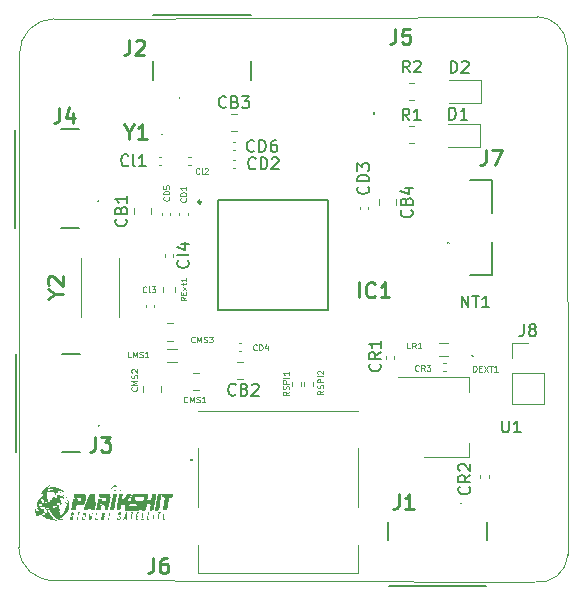
<source format=gbr>
%TF.GenerationSoftware,KiCad,Pcbnew,(6.0.7)*%
%TF.CreationDate,2022-11-06T12:05:46+05:30*%
%TF.ProjectId,Interface_PCB,496e7465-7266-4616-9365-5f5043422e6b,rev?*%
%TF.SameCoordinates,Original*%
%TF.FileFunction,Legend,Top*%
%TF.FilePolarity,Positive*%
%FSLAX46Y46*%
G04 Gerber Fmt 4.6, Leading zero omitted, Abs format (unit mm)*
G04 Created by KiCad (PCBNEW (6.0.7)) date 2022-11-06 12:05:46*
%MOMM*%
%LPD*%
G01*
G04 APERTURE LIST*
%TA.AperFunction,Profile*%
%ADD10C,0.100000*%
%TD*%
%ADD11C,0.254000*%
%ADD12C,0.150000*%
%ADD13C,0.125000*%
%ADD14C,0.200000*%
%ADD15C,0.250000*%
%ADD16C,0.120000*%
%ADD17C,0.100000*%
G04 APERTURE END LIST*
D10*
X117094000Y-83007162D02*
G75*
G03*
X114147600Y-86004400I-400J-2946438D01*
G01*
X117246400Y-130530600D02*
X157748260Y-130697260D01*
X160477221Y-85216999D02*
G75*
G03*
X157962600Y-82829400I-2514621J-130401D01*
G01*
X157748256Y-130697285D02*
G75*
G03*
X160578800Y-128371600I379644J2423285D01*
G01*
X114096800Y-127736600D02*
X114147600Y-86004400D01*
X117094000Y-83007200D02*
X157962600Y-82829400D01*
X160477200Y-85217000D02*
X160578800Y-128371600D01*
X114096788Y-127736600D02*
G75*
G03*
X117246400Y-130530600I2834212J22700D01*
G01*
D11*
%TO.C,IC1*%
X142905238Y-106594123D02*
X142905238Y-105324123D01*
X144235714Y-106473171D02*
X144175238Y-106533647D01*
X143993809Y-106594123D01*
X143872857Y-106594123D01*
X143691428Y-106533647D01*
X143570476Y-106412695D01*
X143510000Y-106291742D01*
X143449523Y-106049838D01*
X143449523Y-105868409D01*
X143510000Y-105626504D01*
X143570476Y-105505552D01*
X143691428Y-105384600D01*
X143872857Y-105324123D01*
X143993809Y-105324123D01*
X144175238Y-105384600D01*
X144235714Y-105445076D01*
X145445238Y-106594123D02*
X144719523Y-106594123D01*
X145082380Y-106594123D02*
X145082380Y-105324123D01*
X144961428Y-105505552D01*
X144840476Y-105626504D01*
X144719523Y-105686980D01*
D12*
%TO.C,J8*%
X156867266Y-108882380D02*
X156867266Y-109596666D01*
X156819647Y-109739523D01*
X156724409Y-109834761D01*
X156581552Y-109882380D01*
X156486314Y-109882380D01*
X157486314Y-109310952D02*
X157391076Y-109263333D01*
X157343457Y-109215714D01*
X157295838Y-109120476D01*
X157295838Y-109072857D01*
X157343457Y-108977619D01*
X157391076Y-108930000D01*
X157486314Y-108882380D01*
X157676790Y-108882380D01*
X157772028Y-108930000D01*
X157819647Y-108977619D01*
X157867266Y-109072857D01*
X157867266Y-109120476D01*
X157819647Y-109215714D01*
X157772028Y-109263333D01*
X157676790Y-109310952D01*
X157486314Y-109310952D01*
X157391076Y-109358571D01*
X157343457Y-109406190D01*
X157295838Y-109501428D01*
X157295838Y-109691904D01*
X157343457Y-109787142D01*
X157391076Y-109834761D01*
X157486314Y-109882380D01*
X157676790Y-109882380D01*
X157772028Y-109834761D01*
X157819647Y-109787142D01*
X157867266Y-109691904D01*
X157867266Y-109501428D01*
X157819647Y-109406190D01*
X157772028Y-109358571D01*
X157676790Y-109310952D01*
D11*
%TO.C,J3*%
X120582266Y-118379723D02*
X120582266Y-119286866D01*
X120521790Y-119468295D01*
X120400838Y-119589247D01*
X120219409Y-119649723D01*
X120098457Y-119649723D01*
X121066076Y-118379723D02*
X121852266Y-118379723D01*
X121428933Y-118863533D01*
X121610361Y-118863533D01*
X121731314Y-118924009D01*
X121791790Y-118984485D01*
X121852266Y-119105438D01*
X121852266Y-119407819D01*
X121791790Y-119528771D01*
X121731314Y-119589247D01*
X121610361Y-119649723D01*
X121247504Y-119649723D01*
X121126552Y-119589247D01*
X121066076Y-119528771D01*
D12*
%TO.C,CB3*%
X131638933Y-90470742D02*
X131591314Y-90518361D01*
X131448457Y-90565980D01*
X131353219Y-90565980D01*
X131210361Y-90518361D01*
X131115123Y-90423123D01*
X131067504Y-90327885D01*
X131019885Y-90137409D01*
X131019885Y-89994552D01*
X131067504Y-89804076D01*
X131115123Y-89708838D01*
X131210361Y-89613600D01*
X131353219Y-89565980D01*
X131448457Y-89565980D01*
X131591314Y-89613600D01*
X131638933Y-89661219D01*
X132400838Y-90042171D02*
X132543695Y-90089790D01*
X132591314Y-90137409D01*
X132638933Y-90232647D01*
X132638933Y-90375504D01*
X132591314Y-90470742D01*
X132543695Y-90518361D01*
X132448457Y-90565980D01*
X132067504Y-90565980D01*
X132067504Y-89565980D01*
X132400838Y-89565980D01*
X132496076Y-89613600D01*
X132543695Y-89661219D01*
X132591314Y-89756457D01*
X132591314Y-89851695D01*
X132543695Y-89946933D01*
X132496076Y-89994552D01*
X132400838Y-90042171D01*
X132067504Y-90042171D01*
X132972266Y-89565980D02*
X133591314Y-89565980D01*
X133257980Y-89946933D01*
X133400838Y-89946933D01*
X133496076Y-89994552D01*
X133543695Y-90042171D01*
X133591314Y-90137409D01*
X133591314Y-90375504D01*
X133543695Y-90470742D01*
X133496076Y-90518361D01*
X133400838Y-90565980D01*
X133115123Y-90565980D01*
X133019885Y-90518361D01*
X132972266Y-90470742D01*
%TO.C,CB2*%
X132454733Y-114809542D02*
X132407114Y-114857161D01*
X132264257Y-114904780D01*
X132169019Y-114904780D01*
X132026161Y-114857161D01*
X131930923Y-114761923D01*
X131883304Y-114666685D01*
X131835685Y-114476209D01*
X131835685Y-114333352D01*
X131883304Y-114142876D01*
X131930923Y-114047638D01*
X132026161Y-113952400D01*
X132169019Y-113904780D01*
X132264257Y-113904780D01*
X132407114Y-113952400D01*
X132454733Y-114000019D01*
X133216638Y-114380971D02*
X133359495Y-114428590D01*
X133407114Y-114476209D01*
X133454733Y-114571447D01*
X133454733Y-114714304D01*
X133407114Y-114809542D01*
X133359495Y-114857161D01*
X133264257Y-114904780D01*
X132883304Y-114904780D01*
X132883304Y-113904780D01*
X133216638Y-113904780D01*
X133311876Y-113952400D01*
X133359495Y-114000019D01*
X133407114Y-114095257D01*
X133407114Y-114190495D01*
X133359495Y-114285733D01*
X133311876Y-114333352D01*
X133216638Y-114380971D01*
X132883304Y-114380971D01*
X133835685Y-114000019D02*
X133883304Y-113952400D01*
X133978542Y-113904780D01*
X134216638Y-113904780D01*
X134311876Y-113952400D01*
X134359495Y-114000019D01*
X134407114Y-114095257D01*
X134407114Y-114190495D01*
X134359495Y-114333352D01*
X133788066Y-114904780D01*
X134407114Y-114904780D01*
%TO.C,CD6*%
X134029533Y-94184742D02*
X133981914Y-94232361D01*
X133839057Y-94279980D01*
X133743819Y-94279980D01*
X133600961Y-94232361D01*
X133505723Y-94137123D01*
X133458104Y-94041885D01*
X133410485Y-93851409D01*
X133410485Y-93708552D01*
X133458104Y-93518076D01*
X133505723Y-93422838D01*
X133600961Y-93327600D01*
X133743819Y-93279980D01*
X133839057Y-93279980D01*
X133981914Y-93327600D01*
X134029533Y-93375219D01*
X134458104Y-94279980D02*
X134458104Y-93279980D01*
X134696200Y-93279980D01*
X134839057Y-93327600D01*
X134934295Y-93422838D01*
X134981914Y-93518076D01*
X135029533Y-93708552D01*
X135029533Y-93851409D01*
X134981914Y-94041885D01*
X134934295Y-94137123D01*
X134839057Y-94232361D01*
X134696200Y-94279980D01*
X134458104Y-94279980D01*
X135886676Y-93279980D02*
X135696200Y-93279980D01*
X135600961Y-93327600D01*
X135553342Y-93375219D01*
X135458104Y-93518076D01*
X135410485Y-93708552D01*
X135410485Y-94089504D01*
X135458104Y-94184742D01*
X135505723Y-94232361D01*
X135600961Y-94279980D01*
X135791438Y-94279980D01*
X135886676Y-94232361D01*
X135934295Y-94184742D01*
X135981914Y-94089504D01*
X135981914Y-93851409D01*
X135934295Y-93756171D01*
X135886676Y-93708552D01*
X135791438Y-93660933D01*
X135600961Y-93660933D01*
X135505723Y-93708552D01*
X135458104Y-93756171D01*
X135410485Y-93851409D01*
D13*
%TO.C,CMS1*%
X128374057Y-115443771D02*
X128350247Y-115467580D01*
X128278819Y-115491390D01*
X128231200Y-115491390D01*
X128159771Y-115467580D01*
X128112152Y-115419961D01*
X128088342Y-115372342D01*
X128064533Y-115277104D01*
X128064533Y-115205676D01*
X128088342Y-115110438D01*
X128112152Y-115062819D01*
X128159771Y-115015200D01*
X128231200Y-114991390D01*
X128278819Y-114991390D01*
X128350247Y-115015200D01*
X128374057Y-115039009D01*
X128588342Y-115491390D02*
X128588342Y-114991390D01*
X128755009Y-115348533D01*
X128921676Y-114991390D01*
X128921676Y-115491390D01*
X129135961Y-115467580D02*
X129207390Y-115491390D01*
X129326438Y-115491390D01*
X129374057Y-115467580D01*
X129397866Y-115443771D01*
X129421676Y-115396152D01*
X129421676Y-115348533D01*
X129397866Y-115300914D01*
X129374057Y-115277104D01*
X129326438Y-115253295D01*
X129231200Y-115229485D01*
X129183580Y-115205676D01*
X129159771Y-115181866D01*
X129135961Y-115134247D01*
X129135961Y-115086628D01*
X129159771Y-115039009D01*
X129183580Y-115015200D01*
X129231200Y-114991390D01*
X129350247Y-114991390D01*
X129421676Y-115015200D01*
X129897866Y-115491390D02*
X129612152Y-115491390D01*
X129755009Y-115491390D02*
X129755009Y-114991390D01*
X129707390Y-115062819D01*
X129659771Y-115110438D01*
X129612152Y-115134247D01*
%TO.C,CMS2*%
X124079771Y-114195942D02*
X124103580Y-114219752D01*
X124127390Y-114291180D01*
X124127390Y-114338800D01*
X124103580Y-114410228D01*
X124055961Y-114457847D01*
X124008342Y-114481657D01*
X123913104Y-114505466D01*
X123841676Y-114505466D01*
X123746438Y-114481657D01*
X123698819Y-114457847D01*
X123651200Y-114410228D01*
X123627390Y-114338800D01*
X123627390Y-114291180D01*
X123651200Y-114219752D01*
X123675009Y-114195942D01*
X124127390Y-113981657D02*
X123627390Y-113981657D01*
X123984533Y-113814990D01*
X123627390Y-113648323D01*
X124127390Y-113648323D01*
X124103580Y-113434038D02*
X124127390Y-113362609D01*
X124127390Y-113243561D01*
X124103580Y-113195942D01*
X124079771Y-113172133D01*
X124032152Y-113148323D01*
X123984533Y-113148323D01*
X123936914Y-113172133D01*
X123913104Y-113195942D01*
X123889295Y-113243561D01*
X123865485Y-113338800D01*
X123841676Y-113386419D01*
X123817866Y-113410228D01*
X123770247Y-113434038D01*
X123722628Y-113434038D01*
X123675009Y-113410228D01*
X123651200Y-113386419D01*
X123627390Y-113338800D01*
X123627390Y-113219752D01*
X123651200Y-113148323D01*
X123675009Y-112957847D02*
X123651200Y-112934038D01*
X123627390Y-112886419D01*
X123627390Y-112767371D01*
X123651200Y-112719752D01*
X123675009Y-112695942D01*
X123722628Y-112672133D01*
X123770247Y-112672133D01*
X123841676Y-112695942D01*
X124127390Y-112981657D01*
X124127390Y-112672133D01*
D11*
%TO.C,J6*%
X125484466Y-128666723D02*
X125484466Y-129573866D01*
X125423990Y-129755295D01*
X125303038Y-129876247D01*
X125121609Y-129936723D01*
X125000657Y-129936723D01*
X126633514Y-128666723D02*
X126391609Y-128666723D01*
X126270657Y-128727200D01*
X126210180Y-128787676D01*
X126089228Y-128969104D01*
X126028752Y-129211009D01*
X126028752Y-129694819D01*
X126089228Y-129815771D01*
X126149704Y-129876247D01*
X126270657Y-129936723D01*
X126512561Y-129936723D01*
X126633514Y-129876247D01*
X126693990Y-129815771D01*
X126754466Y-129694819D01*
X126754466Y-129392438D01*
X126693990Y-129271485D01*
X126633514Y-129211009D01*
X126512561Y-129150533D01*
X126270657Y-129150533D01*
X126149704Y-129211009D01*
X126089228Y-129271485D01*
X126028752Y-129392438D01*
D12*
%TO.C,CR2*%
X152223742Y-122637466D02*
X152271361Y-122685085D01*
X152318980Y-122827942D01*
X152318980Y-122923180D01*
X152271361Y-123066038D01*
X152176123Y-123161276D01*
X152080885Y-123208895D01*
X151890409Y-123256514D01*
X151747552Y-123256514D01*
X151557076Y-123208895D01*
X151461838Y-123161276D01*
X151366600Y-123066038D01*
X151318980Y-122923180D01*
X151318980Y-122827942D01*
X151366600Y-122685085D01*
X151414219Y-122637466D01*
X152318980Y-121637466D02*
X151842790Y-121970800D01*
X152318980Y-122208895D02*
X151318980Y-122208895D01*
X151318980Y-121827942D01*
X151366600Y-121732704D01*
X151414219Y-121685085D01*
X151509457Y-121637466D01*
X151652314Y-121637466D01*
X151747552Y-121685085D01*
X151795171Y-121732704D01*
X151842790Y-121827942D01*
X151842790Y-122208895D01*
X151414219Y-121256514D02*
X151366600Y-121208895D01*
X151318980Y-121113657D01*
X151318980Y-120875561D01*
X151366600Y-120780323D01*
X151414219Y-120732704D01*
X151509457Y-120685085D01*
X151604695Y-120685085D01*
X151747552Y-120732704D01*
X152318980Y-121304133D01*
X152318980Y-120685085D01*
D11*
%TO.C,Y2*%
X117190761Y-106319561D02*
X117795523Y-106319561D01*
X116525523Y-106742895D02*
X117190761Y-106319561D01*
X116525523Y-105896228D01*
X116646476Y-105533371D02*
X116586000Y-105472895D01*
X116525523Y-105351942D01*
X116525523Y-105049561D01*
X116586000Y-104928609D01*
X116646476Y-104868133D01*
X116767428Y-104807657D01*
X116888380Y-104807657D01*
X117069809Y-104868133D01*
X117795523Y-105593847D01*
X117795523Y-104807657D01*
D13*
%TO.C,RExt1*%
X128292990Y-106572761D02*
X128054895Y-106739428D01*
X128292990Y-106858476D02*
X127792990Y-106858476D01*
X127792990Y-106668000D01*
X127816800Y-106620380D01*
X127840609Y-106596571D01*
X127888228Y-106572761D01*
X127959657Y-106572761D01*
X128007276Y-106596571D01*
X128031085Y-106620380D01*
X128054895Y-106668000D01*
X128054895Y-106858476D01*
X128031085Y-106358476D02*
X128031085Y-106191809D01*
X128292990Y-106120380D02*
X128292990Y-106358476D01*
X127792990Y-106358476D01*
X127792990Y-106120380D01*
X128292990Y-105953714D02*
X127959657Y-105691809D01*
X127959657Y-105953714D02*
X128292990Y-105691809D01*
X127959657Y-105572761D02*
X127959657Y-105382285D01*
X127792990Y-105501333D02*
X128221561Y-105501333D01*
X128269180Y-105477523D01*
X128292990Y-105429904D01*
X128292990Y-105382285D01*
X128292990Y-104953714D02*
X128292990Y-105239428D01*
X128292990Y-105096571D02*
X127792990Y-105096571D01*
X127864419Y-105144190D01*
X127912038Y-105191809D01*
X127935847Y-105239428D01*
%TO.C,CMS3*%
X128983657Y-110363771D02*
X128959847Y-110387580D01*
X128888419Y-110411390D01*
X128840800Y-110411390D01*
X128769371Y-110387580D01*
X128721752Y-110339961D01*
X128697942Y-110292342D01*
X128674133Y-110197104D01*
X128674133Y-110125676D01*
X128697942Y-110030438D01*
X128721752Y-109982819D01*
X128769371Y-109935200D01*
X128840800Y-109911390D01*
X128888419Y-109911390D01*
X128959847Y-109935200D01*
X128983657Y-109959009D01*
X129197942Y-110411390D02*
X129197942Y-109911390D01*
X129364609Y-110268533D01*
X129531276Y-109911390D01*
X129531276Y-110411390D01*
X129745561Y-110387580D02*
X129816990Y-110411390D01*
X129936038Y-110411390D01*
X129983657Y-110387580D01*
X130007466Y-110363771D01*
X130031276Y-110316152D01*
X130031276Y-110268533D01*
X130007466Y-110220914D01*
X129983657Y-110197104D01*
X129936038Y-110173295D01*
X129840800Y-110149485D01*
X129793180Y-110125676D01*
X129769371Y-110101866D01*
X129745561Y-110054247D01*
X129745561Y-110006628D01*
X129769371Y-109959009D01*
X129793180Y-109935200D01*
X129840800Y-109911390D01*
X129959847Y-109911390D01*
X130031276Y-109935200D01*
X130197942Y-109911390D02*
X130507466Y-109911390D01*
X130340800Y-110101866D01*
X130412228Y-110101866D01*
X130459847Y-110125676D01*
X130483657Y-110149485D01*
X130507466Y-110197104D01*
X130507466Y-110316152D01*
X130483657Y-110363771D01*
X130459847Y-110387580D01*
X130412228Y-110411390D01*
X130269371Y-110411390D01*
X130221752Y-110387580D01*
X130197942Y-110363771D01*
D12*
%TO.C,R2*%
X147183533Y-87540380D02*
X146850200Y-87064190D01*
X146612104Y-87540380D02*
X146612104Y-86540380D01*
X146993057Y-86540380D01*
X147088295Y-86588000D01*
X147135914Y-86635619D01*
X147183533Y-86730857D01*
X147183533Y-86873714D01*
X147135914Y-86968952D01*
X147088295Y-87016571D01*
X146993057Y-87064190D01*
X146612104Y-87064190D01*
X147564485Y-86635619D02*
X147612104Y-86588000D01*
X147707342Y-86540380D01*
X147945438Y-86540380D01*
X148040676Y-86588000D01*
X148088295Y-86635619D01*
X148135914Y-86730857D01*
X148135914Y-86826095D01*
X148088295Y-86968952D01*
X147516866Y-87540380D01*
X148135914Y-87540380D01*
%TO.C,Cl1*%
X123377028Y-95400742D02*
X123329409Y-95448361D01*
X123186552Y-95495980D01*
X123091314Y-95495980D01*
X122948457Y-95448361D01*
X122853219Y-95353123D01*
X122805600Y-95257885D01*
X122757980Y-95067409D01*
X122757980Y-94924552D01*
X122805600Y-94734076D01*
X122853219Y-94638838D01*
X122948457Y-94543600D01*
X123091314Y-94495980D01*
X123186552Y-94495980D01*
X123329409Y-94543600D01*
X123377028Y-94591219D01*
X123948457Y-95495980D02*
X123853219Y-95448361D01*
X123805600Y-95353123D01*
X123805600Y-94495980D01*
X124853219Y-95495980D02*
X124281790Y-95495980D01*
X124567504Y-95495980D02*
X124567504Y-94495980D01*
X124472266Y-94638838D01*
X124377028Y-94734076D01*
X124281790Y-94781695D01*
%TO.C,CB1*%
X123162742Y-99960266D02*
X123210361Y-100007885D01*
X123257980Y-100150742D01*
X123257980Y-100245980D01*
X123210361Y-100388838D01*
X123115123Y-100484076D01*
X123019885Y-100531695D01*
X122829409Y-100579314D01*
X122686552Y-100579314D01*
X122496076Y-100531695D01*
X122400838Y-100484076D01*
X122305600Y-100388838D01*
X122257980Y-100245980D01*
X122257980Y-100150742D01*
X122305600Y-100007885D01*
X122353219Y-99960266D01*
X122734171Y-99198361D02*
X122781790Y-99055504D01*
X122829409Y-99007885D01*
X122924647Y-98960266D01*
X123067504Y-98960266D01*
X123162742Y-99007885D01*
X123210361Y-99055504D01*
X123257980Y-99150742D01*
X123257980Y-99531695D01*
X122257980Y-99531695D01*
X122257980Y-99198361D01*
X122305600Y-99103123D01*
X122353219Y-99055504D01*
X122448457Y-99007885D01*
X122543695Y-99007885D01*
X122638933Y-99055504D01*
X122686552Y-99103123D01*
X122734171Y-99198361D01*
X122734171Y-99531695D01*
X123257980Y-98007885D02*
X123257980Y-98579314D01*
X123257980Y-98293600D02*
X122257980Y-98293600D01*
X122400838Y-98388838D01*
X122496076Y-98484076D01*
X122543695Y-98579314D01*
D13*
%TO.C,Cl2*%
X129376514Y-96088971D02*
X129352704Y-96112780D01*
X129281276Y-96136590D01*
X129233657Y-96136590D01*
X129162228Y-96112780D01*
X129114609Y-96065161D01*
X129090800Y-96017542D01*
X129066990Y-95922304D01*
X129066990Y-95850876D01*
X129090800Y-95755638D01*
X129114609Y-95708019D01*
X129162228Y-95660400D01*
X129233657Y-95636590D01*
X129281276Y-95636590D01*
X129352704Y-95660400D01*
X129376514Y-95684209D01*
X129662228Y-96136590D02*
X129614609Y-96112780D01*
X129590800Y-96065161D01*
X129590800Y-95636590D01*
X129828895Y-95684209D02*
X129852704Y-95660400D01*
X129900323Y-95636590D01*
X130019371Y-95636590D01*
X130066990Y-95660400D01*
X130090800Y-95684209D01*
X130114609Y-95731828D01*
X130114609Y-95779447D01*
X130090800Y-95850876D01*
X129805085Y-96136590D01*
X130114609Y-96136590D01*
D11*
%TO.C,Y1*%
X123398038Y-92552761D02*
X123398038Y-93157523D01*
X122974704Y-91887523D02*
X123398038Y-92552761D01*
X123821371Y-91887523D01*
X124909942Y-93157523D02*
X124184228Y-93157523D01*
X124547085Y-93157523D02*
X124547085Y-91887523D01*
X124426133Y-92068952D01*
X124305180Y-92189904D01*
X124184228Y-92250380D01*
D12*
%TO.C,R1*%
X147153333Y-91613980D02*
X146820000Y-91137790D01*
X146581904Y-91613980D02*
X146581904Y-90613980D01*
X146962857Y-90613980D01*
X147058095Y-90661600D01*
X147105714Y-90709219D01*
X147153333Y-90804457D01*
X147153333Y-90947314D01*
X147105714Y-91042552D01*
X147058095Y-91090171D01*
X146962857Y-91137790D01*
X146581904Y-91137790D01*
X148105714Y-91613980D02*
X147534285Y-91613980D01*
X147820000Y-91613980D02*
X147820000Y-90613980D01*
X147724761Y-90756838D01*
X147629523Y-90852076D01*
X147534285Y-90899695D01*
D13*
%TO.C,DEXT1*%
X152569990Y-112875190D02*
X152569990Y-112375190D01*
X152689038Y-112375190D01*
X152760466Y-112399000D01*
X152808085Y-112446619D01*
X152831895Y-112494238D01*
X152855704Y-112589476D01*
X152855704Y-112660904D01*
X152831895Y-112756142D01*
X152808085Y-112803761D01*
X152760466Y-112851380D01*
X152689038Y-112875190D01*
X152569990Y-112875190D01*
X153069990Y-112613285D02*
X153236657Y-112613285D01*
X153308085Y-112875190D02*
X153069990Y-112875190D01*
X153069990Y-112375190D01*
X153308085Y-112375190D01*
X153474752Y-112375190D02*
X153808085Y-112875190D01*
X153808085Y-112375190D02*
X153474752Y-112875190D01*
X153927133Y-112375190D02*
X154212847Y-112375190D01*
X154069990Y-112875190D02*
X154069990Y-112375190D01*
X154641419Y-112875190D02*
X154355704Y-112875190D01*
X154498561Y-112875190D02*
X154498561Y-112375190D01*
X154450942Y-112446619D01*
X154403323Y-112494238D01*
X154355704Y-112518047D01*
D12*
%TO.C,CR1*%
X144654542Y-112223466D02*
X144702161Y-112271085D01*
X144749780Y-112413942D01*
X144749780Y-112509180D01*
X144702161Y-112652038D01*
X144606923Y-112747276D01*
X144511685Y-112794895D01*
X144321209Y-112842514D01*
X144178352Y-112842514D01*
X143987876Y-112794895D01*
X143892638Y-112747276D01*
X143797400Y-112652038D01*
X143749780Y-112509180D01*
X143749780Y-112413942D01*
X143797400Y-112271085D01*
X143845019Y-112223466D01*
X144749780Y-111223466D02*
X144273590Y-111556800D01*
X144749780Y-111794895D02*
X143749780Y-111794895D01*
X143749780Y-111413942D01*
X143797400Y-111318704D01*
X143845019Y-111271085D01*
X143940257Y-111223466D01*
X144083114Y-111223466D01*
X144178352Y-111271085D01*
X144225971Y-111318704D01*
X144273590Y-111413942D01*
X144273590Y-111794895D01*
X144749780Y-110271085D02*
X144749780Y-110842514D01*
X144749780Y-110556800D02*
X143749780Y-110556800D01*
X143892638Y-110652038D01*
X143987876Y-110747276D01*
X144035495Y-110842514D01*
D13*
%TO.C,RSPI1*%
X136954390Y-114584076D02*
X136716295Y-114750742D01*
X136954390Y-114869790D02*
X136454390Y-114869790D01*
X136454390Y-114679314D01*
X136478200Y-114631695D01*
X136502009Y-114607885D01*
X136549628Y-114584076D01*
X136621057Y-114584076D01*
X136668676Y-114607885D01*
X136692485Y-114631695D01*
X136716295Y-114679314D01*
X136716295Y-114869790D01*
X136930580Y-114393600D02*
X136954390Y-114322171D01*
X136954390Y-114203123D01*
X136930580Y-114155504D01*
X136906771Y-114131695D01*
X136859152Y-114107885D01*
X136811533Y-114107885D01*
X136763914Y-114131695D01*
X136740104Y-114155504D01*
X136716295Y-114203123D01*
X136692485Y-114298361D01*
X136668676Y-114345980D01*
X136644866Y-114369790D01*
X136597247Y-114393600D01*
X136549628Y-114393600D01*
X136502009Y-114369790D01*
X136478200Y-114345980D01*
X136454390Y-114298361D01*
X136454390Y-114179314D01*
X136478200Y-114107885D01*
X136954390Y-113893600D02*
X136454390Y-113893600D01*
X136454390Y-113703123D01*
X136478200Y-113655504D01*
X136502009Y-113631695D01*
X136549628Y-113607885D01*
X136621057Y-113607885D01*
X136668676Y-113631695D01*
X136692485Y-113655504D01*
X136716295Y-113703123D01*
X136716295Y-113893600D01*
X136954390Y-113393600D02*
X136454390Y-113393600D01*
X136954390Y-112893600D02*
X136954390Y-113179314D01*
X136954390Y-113036457D02*
X136454390Y-113036457D01*
X136525819Y-113084076D01*
X136573438Y-113131695D01*
X136597247Y-113179314D01*
D12*
%TO.C,D2*%
X150645904Y-87599780D02*
X150645904Y-86599780D01*
X150884000Y-86599780D01*
X151026857Y-86647400D01*
X151122095Y-86742638D01*
X151169714Y-86837876D01*
X151217333Y-87028352D01*
X151217333Y-87171209D01*
X151169714Y-87361685D01*
X151122095Y-87456923D01*
X151026857Y-87552161D01*
X150884000Y-87599780D01*
X150645904Y-87599780D01*
X151598285Y-86695019D02*
X151645904Y-86647400D01*
X151741142Y-86599780D01*
X151979238Y-86599780D01*
X152074476Y-86647400D01*
X152122095Y-86695019D01*
X152169714Y-86790257D01*
X152169714Y-86885495D01*
X152122095Y-87028352D01*
X151550666Y-87599780D01*
X152169714Y-87599780D01*
%TO.C,Cl4*%
X128412742Y-103472171D02*
X128460361Y-103519790D01*
X128507980Y-103662647D01*
X128507980Y-103757885D01*
X128460361Y-103900742D01*
X128365123Y-103995980D01*
X128269885Y-104043600D01*
X128079409Y-104091219D01*
X127936552Y-104091219D01*
X127746076Y-104043600D01*
X127650838Y-103995980D01*
X127555600Y-103900742D01*
X127507980Y-103757885D01*
X127507980Y-103662647D01*
X127555600Y-103519790D01*
X127603219Y-103472171D01*
X128507980Y-102900742D02*
X128460361Y-102995980D01*
X128365123Y-103043600D01*
X127507980Y-103043600D01*
X127841314Y-102091219D02*
X128507980Y-102091219D01*
X127460361Y-102329314D02*
X128174647Y-102567409D01*
X128174647Y-101948361D01*
%TO.C,CD3*%
X143662742Y-97210266D02*
X143710361Y-97257885D01*
X143757980Y-97400742D01*
X143757980Y-97495980D01*
X143710361Y-97638838D01*
X143615123Y-97734076D01*
X143519885Y-97781695D01*
X143329409Y-97829314D01*
X143186552Y-97829314D01*
X142996076Y-97781695D01*
X142900838Y-97734076D01*
X142805600Y-97638838D01*
X142757980Y-97495980D01*
X142757980Y-97400742D01*
X142805600Y-97257885D01*
X142853219Y-97210266D01*
X143757980Y-96781695D02*
X142757980Y-96781695D01*
X142757980Y-96543600D01*
X142805600Y-96400742D01*
X142900838Y-96305504D01*
X142996076Y-96257885D01*
X143186552Y-96210266D01*
X143329409Y-96210266D01*
X143519885Y-96257885D01*
X143615123Y-96305504D01*
X143710361Y-96400742D01*
X143757980Y-96543600D01*
X143757980Y-96781695D01*
X142757980Y-95876933D02*
X142757980Y-95257885D01*
X143138933Y-95591219D01*
X143138933Y-95448361D01*
X143186552Y-95353123D01*
X143234171Y-95305504D01*
X143329409Y-95257885D01*
X143567504Y-95257885D01*
X143662742Y-95305504D01*
X143710361Y-95353123D01*
X143757980Y-95448361D01*
X143757980Y-95734076D01*
X143710361Y-95829314D01*
X143662742Y-95876933D01*
D13*
%TO.C,Cl3*%
X124906114Y-106121971D02*
X124882304Y-106145780D01*
X124810876Y-106169590D01*
X124763257Y-106169590D01*
X124691828Y-106145780D01*
X124644209Y-106098161D01*
X124620400Y-106050542D01*
X124596590Y-105955304D01*
X124596590Y-105883876D01*
X124620400Y-105788638D01*
X124644209Y-105741019D01*
X124691828Y-105693400D01*
X124763257Y-105669590D01*
X124810876Y-105669590D01*
X124882304Y-105693400D01*
X124906114Y-105717209D01*
X125191828Y-106169590D02*
X125144209Y-106145780D01*
X125120400Y-106098161D01*
X125120400Y-105669590D01*
X125334685Y-105669590D02*
X125644209Y-105669590D01*
X125477542Y-105860066D01*
X125548971Y-105860066D01*
X125596590Y-105883876D01*
X125620400Y-105907685D01*
X125644209Y-105955304D01*
X125644209Y-106074352D01*
X125620400Y-106121971D01*
X125596590Y-106145780D01*
X125548971Y-106169590D01*
X125406114Y-106169590D01*
X125358495Y-106145780D01*
X125334685Y-106121971D01*
%TO.C,LMS1*%
X123598857Y-111681390D02*
X123360761Y-111681390D01*
X123360761Y-111181390D01*
X123765523Y-111681390D02*
X123765523Y-111181390D01*
X123932190Y-111538533D01*
X124098857Y-111181390D01*
X124098857Y-111681390D01*
X124313142Y-111657580D02*
X124384571Y-111681390D01*
X124503619Y-111681390D01*
X124551238Y-111657580D01*
X124575047Y-111633771D01*
X124598857Y-111586152D01*
X124598857Y-111538533D01*
X124575047Y-111490914D01*
X124551238Y-111467104D01*
X124503619Y-111443295D01*
X124408380Y-111419485D01*
X124360761Y-111395676D01*
X124336952Y-111371866D01*
X124313142Y-111324247D01*
X124313142Y-111276628D01*
X124336952Y-111229009D01*
X124360761Y-111205200D01*
X124408380Y-111181390D01*
X124527428Y-111181390D01*
X124598857Y-111205200D01*
X125075047Y-111681390D02*
X124789333Y-111681390D01*
X124932190Y-111681390D02*
X124932190Y-111181390D01*
X124884571Y-111252819D01*
X124836952Y-111300438D01*
X124789333Y-111324247D01*
%TO.C,CD5*%
X126797571Y-98097933D02*
X126821380Y-98121742D01*
X126845190Y-98193171D01*
X126845190Y-98240790D01*
X126821380Y-98312219D01*
X126773761Y-98359838D01*
X126726142Y-98383647D01*
X126630904Y-98407457D01*
X126559476Y-98407457D01*
X126464238Y-98383647D01*
X126416619Y-98359838D01*
X126369000Y-98312219D01*
X126345190Y-98240790D01*
X126345190Y-98193171D01*
X126369000Y-98121742D01*
X126392809Y-98097933D01*
X126845190Y-97883647D02*
X126345190Y-97883647D01*
X126345190Y-97764600D01*
X126369000Y-97693171D01*
X126416619Y-97645552D01*
X126464238Y-97621742D01*
X126559476Y-97597933D01*
X126630904Y-97597933D01*
X126726142Y-97621742D01*
X126773761Y-97645552D01*
X126821380Y-97693171D01*
X126845190Y-97764600D01*
X126845190Y-97883647D01*
X126345190Y-97145552D02*
X126345190Y-97383647D01*
X126583285Y-97407457D01*
X126559476Y-97383647D01*
X126535666Y-97336028D01*
X126535666Y-97216980D01*
X126559476Y-97169361D01*
X126583285Y-97145552D01*
X126630904Y-97121742D01*
X126749952Y-97121742D01*
X126797571Y-97145552D01*
X126821380Y-97169361D01*
X126845190Y-97216980D01*
X126845190Y-97336028D01*
X126821380Y-97383647D01*
X126797571Y-97407457D01*
D11*
%TO.C,J4*%
X117534266Y-90541323D02*
X117534266Y-91448466D01*
X117473790Y-91629895D01*
X117352838Y-91750847D01*
X117171409Y-91811323D01*
X117050457Y-91811323D01*
X118683314Y-90964657D02*
X118683314Y-91811323D01*
X118380933Y-90480847D02*
X118078552Y-91387990D01*
X118864742Y-91387990D01*
%TO.C,J1*%
X146261666Y-123256523D02*
X146261666Y-124163666D01*
X146201190Y-124345095D01*
X146080238Y-124466047D01*
X145898809Y-124526523D01*
X145777857Y-124526523D01*
X147531666Y-124526523D02*
X146805952Y-124526523D01*
X147168809Y-124526523D02*
X147168809Y-123256523D01*
X147047857Y-123437952D01*
X146926904Y-123558904D01*
X146805952Y-123619380D01*
D13*
%TO.C,RSPI2*%
X139875390Y-114482476D02*
X139637295Y-114649142D01*
X139875390Y-114768190D02*
X139375390Y-114768190D01*
X139375390Y-114577714D01*
X139399200Y-114530095D01*
X139423009Y-114506285D01*
X139470628Y-114482476D01*
X139542057Y-114482476D01*
X139589676Y-114506285D01*
X139613485Y-114530095D01*
X139637295Y-114577714D01*
X139637295Y-114768190D01*
X139851580Y-114292000D02*
X139875390Y-114220571D01*
X139875390Y-114101523D01*
X139851580Y-114053904D01*
X139827771Y-114030095D01*
X139780152Y-114006285D01*
X139732533Y-114006285D01*
X139684914Y-114030095D01*
X139661104Y-114053904D01*
X139637295Y-114101523D01*
X139613485Y-114196761D01*
X139589676Y-114244380D01*
X139565866Y-114268190D01*
X139518247Y-114292000D01*
X139470628Y-114292000D01*
X139423009Y-114268190D01*
X139399200Y-114244380D01*
X139375390Y-114196761D01*
X139375390Y-114077714D01*
X139399200Y-114006285D01*
X139875390Y-113792000D02*
X139375390Y-113792000D01*
X139375390Y-113601523D01*
X139399200Y-113553904D01*
X139423009Y-113530095D01*
X139470628Y-113506285D01*
X139542057Y-113506285D01*
X139589676Y-113530095D01*
X139613485Y-113553904D01*
X139637295Y-113601523D01*
X139637295Y-113792000D01*
X139875390Y-113292000D02*
X139375390Y-113292000D01*
X139423009Y-113077714D02*
X139399200Y-113053904D01*
X139375390Y-113006285D01*
X139375390Y-112887238D01*
X139399200Y-112839619D01*
X139423009Y-112815809D01*
X139470628Y-112792000D01*
X139518247Y-112792000D01*
X139589676Y-112815809D01*
X139875390Y-113101523D01*
X139875390Y-112792000D01*
D12*
%TO.C,CD2*%
X134138933Y-95650742D02*
X134091314Y-95698361D01*
X133948457Y-95745980D01*
X133853219Y-95745980D01*
X133710361Y-95698361D01*
X133615123Y-95603123D01*
X133567504Y-95507885D01*
X133519885Y-95317409D01*
X133519885Y-95174552D01*
X133567504Y-94984076D01*
X133615123Y-94888838D01*
X133710361Y-94793600D01*
X133853219Y-94745980D01*
X133948457Y-94745980D01*
X134091314Y-94793600D01*
X134138933Y-94841219D01*
X134567504Y-95745980D02*
X134567504Y-94745980D01*
X134805600Y-94745980D01*
X134948457Y-94793600D01*
X135043695Y-94888838D01*
X135091314Y-94984076D01*
X135138933Y-95174552D01*
X135138933Y-95317409D01*
X135091314Y-95507885D01*
X135043695Y-95603123D01*
X134948457Y-95698361D01*
X134805600Y-95745980D01*
X134567504Y-95745980D01*
X135519885Y-94841219D02*
X135567504Y-94793600D01*
X135662742Y-94745980D01*
X135900838Y-94745980D01*
X135996076Y-94793600D01*
X136043695Y-94841219D01*
X136091314Y-94936457D01*
X136091314Y-95031695D01*
X136043695Y-95174552D01*
X135472266Y-95745980D01*
X136091314Y-95745980D01*
D11*
%TO.C,J2*%
X123452466Y-84800923D02*
X123452466Y-85708066D01*
X123391990Y-85889495D01*
X123271038Y-86010447D01*
X123089609Y-86070923D01*
X122968657Y-86070923D01*
X123996752Y-84921876D02*
X124057228Y-84861400D01*
X124178180Y-84800923D01*
X124480561Y-84800923D01*
X124601514Y-84861400D01*
X124661990Y-84921876D01*
X124722466Y-85042828D01*
X124722466Y-85163780D01*
X124661990Y-85345209D01*
X123936276Y-86070923D01*
X124722466Y-86070923D01*
D13*
%TO.C,CD1*%
X128219971Y-98199533D02*
X128243780Y-98223342D01*
X128267590Y-98294771D01*
X128267590Y-98342390D01*
X128243780Y-98413819D01*
X128196161Y-98461438D01*
X128148542Y-98485247D01*
X128053304Y-98509057D01*
X127981876Y-98509057D01*
X127886638Y-98485247D01*
X127839019Y-98461438D01*
X127791400Y-98413819D01*
X127767590Y-98342390D01*
X127767590Y-98294771D01*
X127791400Y-98223342D01*
X127815209Y-98199533D01*
X128267590Y-97985247D02*
X127767590Y-97985247D01*
X127767590Y-97866200D01*
X127791400Y-97794771D01*
X127839019Y-97747152D01*
X127886638Y-97723342D01*
X127981876Y-97699533D01*
X128053304Y-97699533D01*
X128148542Y-97723342D01*
X128196161Y-97747152D01*
X128243780Y-97794771D01*
X128267590Y-97866200D01*
X128267590Y-97985247D01*
X128267590Y-97223342D02*
X128267590Y-97509057D01*
X128267590Y-97366200D02*
X127767590Y-97366200D01*
X127839019Y-97413819D01*
X127886638Y-97461438D01*
X127910447Y-97509057D01*
D12*
%TO.C,D1*%
X150544304Y-91536780D02*
X150544304Y-90536780D01*
X150782400Y-90536780D01*
X150925257Y-90584400D01*
X151020495Y-90679638D01*
X151068114Y-90774876D01*
X151115733Y-90965352D01*
X151115733Y-91108209D01*
X151068114Y-91298685D01*
X151020495Y-91393923D01*
X150925257Y-91489161D01*
X150782400Y-91536780D01*
X150544304Y-91536780D01*
X152068114Y-91536780D02*
X151496685Y-91536780D01*
X151782400Y-91536780D02*
X151782400Y-90536780D01*
X151687161Y-90679638D01*
X151591923Y-90774876D01*
X151496685Y-90822495D01*
%TO.C,U1*%
X155016295Y-117028980D02*
X155016295Y-117838504D01*
X155063914Y-117933742D01*
X155111533Y-117981361D01*
X155206771Y-118028980D01*
X155397247Y-118028980D01*
X155492485Y-117981361D01*
X155540104Y-117933742D01*
X155587723Y-117838504D01*
X155587723Y-117028980D01*
X156587723Y-118028980D02*
X156016295Y-118028980D01*
X156302009Y-118028980D02*
X156302009Y-117028980D01*
X156206771Y-117171838D01*
X156111533Y-117267076D01*
X156016295Y-117314695D01*
D13*
%TO.C,CD4*%
X134235866Y-111024171D02*
X134212057Y-111047980D01*
X134140628Y-111071790D01*
X134093009Y-111071790D01*
X134021580Y-111047980D01*
X133973961Y-111000361D01*
X133950152Y-110952742D01*
X133926342Y-110857504D01*
X133926342Y-110786076D01*
X133950152Y-110690838D01*
X133973961Y-110643219D01*
X134021580Y-110595600D01*
X134093009Y-110571790D01*
X134140628Y-110571790D01*
X134212057Y-110595600D01*
X134235866Y-110619409D01*
X134450152Y-111071790D02*
X134450152Y-110571790D01*
X134569200Y-110571790D01*
X134640628Y-110595600D01*
X134688247Y-110643219D01*
X134712057Y-110690838D01*
X134735866Y-110786076D01*
X134735866Y-110857504D01*
X134712057Y-110952742D01*
X134688247Y-111000361D01*
X134640628Y-111047980D01*
X134569200Y-111071790D01*
X134450152Y-111071790D01*
X135164438Y-110738457D02*
X135164438Y-111071790D01*
X135045390Y-110547980D02*
X134926342Y-110905123D01*
X135235866Y-110905123D01*
%TO.C,LR1*%
X147240666Y-110919390D02*
X147002571Y-110919390D01*
X147002571Y-110419390D01*
X147693047Y-110919390D02*
X147526380Y-110681295D01*
X147407333Y-110919390D02*
X147407333Y-110419390D01*
X147597809Y-110419390D01*
X147645428Y-110443200D01*
X147669238Y-110467009D01*
X147693047Y-110514628D01*
X147693047Y-110586057D01*
X147669238Y-110633676D01*
X147645428Y-110657485D01*
X147597809Y-110681295D01*
X147407333Y-110681295D01*
X148169238Y-110919390D02*
X147883523Y-110919390D01*
X148026380Y-110919390D02*
X148026380Y-110419390D01*
X147978761Y-110490819D01*
X147931142Y-110538438D01*
X147883523Y-110562247D01*
D12*
%TO.C,CB4*%
X147342742Y-99210266D02*
X147390361Y-99257885D01*
X147437980Y-99400742D01*
X147437980Y-99495980D01*
X147390361Y-99638838D01*
X147295123Y-99734076D01*
X147199885Y-99781695D01*
X147009409Y-99829314D01*
X146866552Y-99829314D01*
X146676076Y-99781695D01*
X146580838Y-99734076D01*
X146485600Y-99638838D01*
X146437980Y-99495980D01*
X146437980Y-99400742D01*
X146485600Y-99257885D01*
X146533219Y-99210266D01*
X146914171Y-98448361D02*
X146961790Y-98305504D01*
X147009409Y-98257885D01*
X147104647Y-98210266D01*
X147247504Y-98210266D01*
X147342742Y-98257885D01*
X147390361Y-98305504D01*
X147437980Y-98400742D01*
X147437980Y-98781695D01*
X146437980Y-98781695D01*
X146437980Y-98448361D01*
X146485600Y-98353123D01*
X146533219Y-98305504D01*
X146628457Y-98257885D01*
X146723695Y-98257885D01*
X146818933Y-98305504D01*
X146866552Y-98353123D01*
X146914171Y-98448361D01*
X146914171Y-98781695D01*
X146771314Y-97353123D02*
X147437980Y-97353123D01*
X146390361Y-97591219D02*
X147104647Y-97829314D01*
X147104647Y-97210266D01*
D11*
%TO.C,J5*%
X145982266Y-83861123D02*
X145982266Y-84768266D01*
X145921790Y-84949695D01*
X145800838Y-85070647D01*
X145619409Y-85131123D01*
X145498457Y-85131123D01*
X147191790Y-83861123D02*
X146587028Y-83861123D01*
X146526552Y-84465885D01*
X146587028Y-84405409D01*
X146707980Y-84344933D01*
X147010361Y-84344933D01*
X147131314Y-84405409D01*
X147191790Y-84465885D01*
X147252266Y-84586838D01*
X147252266Y-84889219D01*
X147191790Y-85010171D01*
X147131314Y-85070647D01*
X147010361Y-85131123D01*
X146707980Y-85131123D01*
X146587028Y-85070647D01*
X146526552Y-85010171D01*
%TO.C,J7*%
X153653066Y-94122723D02*
X153653066Y-95029866D01*
X153592590Y-95211295D01*
X153471638Y-95332247D01*
X153290209Y-95392723D01*
X153169257Y-95392723D01*
X154136876Y-94122723D02*
X154983542Y-94122723D01*
X154439257Y-95392723D01*
D13*
%TO.C,CR3*%
X147951866Y-112776771D02*
X147928057Y-112800580D01*
X147856628Y-112824390D01*
X147809009Y-112824390D01*
X147737580Y-112800580D01*
X147689961Y-112752961D01*
X147666152Y-112705342D01*
X147642342Y-112610104D01*
X147642342Y-112538676D01*
X147666152Y-112443438D01*
X147689961Y-112395819D01*
X147737580Y-112348200D01*
X147809009Y-112324390D01*
X147856628Y-112324390D01*
X147928057Y-112348200D01*
X147951866Y-112372009D01*
X148451866Y-112824390D02*
X148285200Y-112586295D01*
X148166152Y-112824390D02*
X148166152Y-112324390D01*
X148356628Y-112324390D01*
X148404247Y-112348200D01*
X148428057Y-112372009D01*
X148451866Y-112419628D01*
X148451866Y-112491057D01*
X148428057Y-112538676D01*
X148404247Y-112562485D01*
X148356628Y-112586295D01*
X148166152Y-112586295D01*
X148618533Y-112324390D02*
X148928057Y-112324390D01*
X148761390Y-112514866D01*
X148832819Y-112514866D01*
X148880438Y-112538676D01*
X148904247Y-112562485D01*
X148928057Y-112610104D01*
X148928057Y-112729152D01*
X148904247Y-112776771D01*
X148880438Y-112800580D01*
X148832819Y-112824390D01*
X148689961Y-112824390D01*
X148642342Y-112800580D01*
X148618533Y-112776771D01*
D12*
%TO.C,NT1*%
X151587342Y-107437180D02*
X151587342Y-106437180D01*
X152158771Y-107437180D01*
X152158771Y-106437180D01*
X152492104Y-106437180D02*
X153063533Y-106437180D01*
X152777819Y-107437180D02*
X152777819Y-106437180D01*
X153920676Y-107437180D02*
X153349247Y-107437180D01*
X153634961Y-107437180D02*
X153634961Y-106437180D01*
X153539723Y-106580038D01*
X153444485Y-106675276D01*
X153349247Y-106722895D01*
D14*
%TO.C,IC1*%
X130986000Y-98372400D02*
X140286000Y-98372400D01*
X140286000Y-98372400D02*
X140286000Y-107672400D01*
X140286000Y-107672400D02*
X130986000Y-107672400D01*
X130986000Y-107672400D02*
X130986000Y-98372400D01*
D15*
X129536000Y-98522400D02*
G75*
G03*
X129536000Y-98522400I-125000J0D01*
G01*
D16*
%TO.C,J8*%
X155870600Y-111760000D02*
X155870600Y-110430000D01*
X155870600Y-115630000D02*
X158530600Y-115630000D01*
X155870600Y-113030000D02*
X155870600Y-115630000D01*
X155870600Y-113030000D02*
X158530600Y-113030000D01*
X155870600Y-110430000D02*
X157200600Y-110430000D01*
X158530600Y-113030000D02*
X158530600Y-115630000D01*
D14*
%TO.C,J3*%
X119295400Y-111368600D02*
X117740400Y-111368600D01*
X113845400Y-119679600D02*
X113845400Y-111410600D01*
X119295400Y-119718600D02*
X117740400Y-119718600D01*
X120901400Y-117466600D02*
G75*
G03*
X120901400Y-117466600I-25000J0D01*
G01*
D16*
%TO.C,CB3*%
X132044348Y-91058600D02*
X132566852Y-91058600D01*
X132044348Y-92528600D02*
X132566852Y-92528600D01*
%TO.C,CB2*%
X133066852Y-113528600D02*
X132544348Y-113528600D01*
X133066852Y-112058600D02*
X132544348Y-112058600D01*
%TO.C,CD6*%
X132197764Y-94153600D02*
X132413436Y-94153600D01*
X132197764Y-93433600D02*
X132413436Y-93433600D01*
%TO.C,CMS1*%
X128821548Y-114425400D02*
X129344052Y-114425400D01*
X128821548Y-112955400D02*
X129344052Y-112955400D01*
%TO.C,CMS2*%
X126109400Y-114089548D02*
X126109400Y-114612052D01*
X124639400Y-114089548D02*
X124639400Y-114612052D01*
D17*
%TO.C,J6*%
X129255600Y-116193600D02*
X129255600Y-116193600D01*
X129255600Y-124343600D02*
X129255600Y-124343600D01*
X129255600Y-116193600D02*
X142855600Y-116193600D01*
D14*
X128755600Y-120343600D02*
X128755600Y-120343600D01*
D17*
X142855600Y-129893600D02*
X142855600Y-129893600D01*
X142855600Y-116193600D02*
X142855600Y-116193600D01*
X129255600Y-129893600D02*
X142855600Y-129893600D01*
X142855600Y-124343600D02*
X142855600Y-119343600D01*
X129255600Y-129893600D02*
X129255600Y-129893600D01*
X142855600Y-127593600D02*
X142855600Y-127593600D01*
X142855600Y-119343600D02*
X142855600Y-124343600D01*
X142855600Y-129893600D02*
X142855600Y-127593600D01*
X142855600Y-116193600D02*
X129255600Y-116193600D01*
X142855600Y-124343600D02*
X142855600Y-124343600D01*
X129255600Y-124343600D02*
X129255600Y-119343600D01*
D14*
X128655600Y-120343600D02*
X128655600Y-120343600D01*
D17*
X142855600Y-127593600D02*
X142855600Y-129893600D01*
X129255600Y-129893600D02*
X129255600Y-129893600D01*
X142855600Y-129893600D02*
X142855600Y-129893600D01*
X129255600Y-127593600D02*
X129255600Y-127593600D01*
X129255600Y-119343600D02*
X129255600Y-119343600D01*
X142855600Y-119343600D02*
X142855600Y-119343600D01*
X142855600Y-129893600D02*
X129255600Y-129893600D01*
X129255600Y-129893600D02*
X129255600Y-127593600D01*
X129255600Y-127593600D02*
X129255600Y-129893600D01*
D14*
X128755600Y-120343600D02*
X128755600Y-120343600D01*
D17*
X129255600Y-119343600D02*
X129255600Y-124343600D01*
D14*
X128655600Y-120343600D02*
G75*
G03*
X128755600Y-120343600I50000J0D01*
G01*
X128755600Y-120343600D02*
G75*
G03*
X128655600Y-120343600I-50000J0D01*
G01*
X128755600Y-120343600D02*
G75*
G03*
X128655600Y-120343600I-50000J0D01*
G01*
D16*
%TO.C,CR2*%
X153183000Y-121659764D02*
X153183000Y-121875436D01*
X153903000Y-121659764D02*
X153903000Y-121875436D01*
D17*
%TO.C,Y2*%
X122554800Y-108291000D02*
X122554800Y-103291000D01*
X119354800Y-108291000D02*
X119354800Y-103291000D01*
D16*
%TO.C,RExt1*%
X126283100Y-105706142D02*
X126283100Y-106180658D01*
X127328100Y-105706142D02*
X127328100Y-106180658D01*
%TO.C,CMS3*%
X127185052Y-110259800D02*
X126662548Y-110259800D01*
X127185052Y-108789800D02*
X126662548Y-108789800D01*
%TO.C,R2*%
X147118336Y-88444400D02*
X147572464Y-88444400D01*
X147118336Y-89914400D02*
X147572464Y-89914400D01*
%TO.C,Cl1*%
X125947764Y-94683600D02*
X126163436Y-94683600D01*
X125947764Y-95403600D02*
X126163436Y-95403600D01*
%TO.C,CB1*%
X123820600Y-99032348D02*
X123820600Y-99554852D01*
X125290600Y-99032348D02*
X125290600Y-99554852D01*
%TO.C,Cl2*%
X128663436Y-94683600D02*
X128447764Y-94683600D01*
X128663436Y-95403600D02*
X128447764Y-95403600D01*
D17*
%TO.C,Y1*%
X126255600Y-92793600D02*
X126255600Y-92793600D01*
X126155600Y-92793600D02*
X126155600Y-92793600D01*
X126155600Y-92793600D02*
G75*
G03*
X126255600Y-92793600I50000J0D01*
G01*
X126255600Y-92793600D02*
G75*
G03*
X126155600Y-92793600I-50000J0D01*
G01*
D16*
%TO.C,R1*%
X147092936Y-93546600D02*
X147547064Y-93546600D01*
X147092936Y-92076600D02*
X147547064Y-92076600D01*
D17*
%TO.C,DEXT1*%
X152543000Y-111531400D02*
X152543000Y-111531400D01*
X152443000Y-111531400D02*
X152443000Y-111531400D01*
X152443000Y-111531400D02*
G75*
G03*
X152543000Y-111531400I50000J0D01*
G01*
X152543000Y-111531400D02*
G75*
G03*
X152443000Y-111531400I-50000J0D01*
G01*
D16*
%TO.C,CR1*%
X145902000Y-111575964D02*
X145902000Y-111791636D01*
X145182000Y-111575964D02*
X145182000Y-111791636D01*
%TO.C,RSPI1*%
X137971800Y-113790759D02*
X137971800Y-114098041D01*
X137211800Y-113790759D02*
X137211800Y-114098041D01*
%TO.C,D2*%
X150511000Y-90139400D02*
X153196000Y-90139400D01*
X153196000Y-88219400D02*
X150511000Y-88219400D01*
X153196000Y-90139400D02*
X153196000Y-88219400D01*
%TO.C,Cl4*%
X127165600Y-102935764D02*
X127165600Y-103151436D01*
X126445600Y-102935764D02*
X126445600Y-103151436D01*
%TO.C,CD3*%
X142945600Y-98935764D02*
X142945600Y-99151436D01*
X143665600Y-98935764D02*
X143665600Y-99151436D01*
%TO.C,Cl3*%
X125582000Y-107229964D02*
X125582000Y-107445636D01*
X124862000Y-107229964D02*
X124862000Y-107445636D01*
%TO.C,G\u002A\u002A\u002A*%
G36*
X116051880Y-123885824D02*
G01*
X116048239Y-123889465D01*
X116044598Y-123885824D01*
X116048239Y-123882183D01*
X116051880Y-123885824D01*
G37*
G36*
X117360232Y-123928303D02*
G01*
X117359233Y-123932632D01*
X117355378Y-123933158D01*
X117349384Y-123930493D01*
X117350523Y-123928303D01*
X117359165Y-123927431D01*
X117360232Y-123928303D01*
G37*
G36*
X120031207Y-125258082D02*
G01*
X120041418Y-125196755D01*
X120053992Y-125122611D01*
X120061269Y-125080090D01*
X120067282Y-125044796D01*
X120073243Y-125009418D01*
X120078078Y-124980332D01*
X120079033Y-124974499D01*
X120083806Y-124945241D01*
X120089531Y-124910213D01*
X120093909Y-124883473D01*
X120099083Y-124856769D01*
X120104699Y-124835272D01*
X120109564Y-124823532D01*
X120109672Y-124823396D01*
X120120797Y-124818685D01*
X120142792Y-124815559D01*
X120172051Y-124813981D01*
X120204970Y-124813913D01*
X120237945Y-124815319D01*
X120267371Y-124818160D01*
X120289644Y-124822400D01*
X120297588Y-124825339D01*
X120320499Y-124844559D01*
X120336078Y-124872091D01*
X120341043Y-124898800D01*
X120339721Y-124913078D01*
X120336101Y-124938350D01*
X120330700Y-124971317D01*
X120324038Y-125008683D01*
X120322392Y-125017496D01*
X120307072Y-125098589D01*
X120294013Y-125166611D01*
X120282807Y-125222811D01*
X120273045Y-125268433D01*
X120264321Y-125304727D01*
X120256226Y-125332939D01*
X120248351Y-125354315D01*
X120240290Y-125370104D01*
X120231634Y-125381552D01*
X120221975Y-125389906D01*
X120210906Y-125396414D01*
X120198018Y-125402322D01*
X120196268Y-125403077D01*
X120174557Y-125410969D01*
X120151299Y-125415777D01*
X120122015Y-125418140D01*
X120087069Y-125418708D01*
X120056060Y-125418196D01*
X120030944Y-125416816D01*
X120014982Y-125414803D01*
X120011049Y-125413247D01*
X120010273Y-125407684D01*
X120010949Y-125395345D01*
X120013229Y-125375222D01*
X120017264Y-125346309D01*
X120017479Y-125344910D01*
X120072803Y-125344910D01*
X120076443Y-125362121D01*
X120086844Y-125371209D01*
X120104975Y-125374146D01*
X120128542Y-125373176D01*
X120155596Y-125369125D01*
X120174838Y-125360435D01*
X120189151Y-125348216D01*
X120198143Y-125338187D01*
X120205115Y-125326857D01*
X120210939Y-125311476D01*
X120216492Y-125289296D01*
X120222646Y-125257567D01*
X120228317Y-125225060D01*
X120236495Y-125177292D01*
X120245995Y-125122012D01*
X120255643Y-125066056D01*
X120264260Y-125016259D01*
X120264292Y-125016073D01*
X120271917Y-124970092D01*
X120276387Y-124936134D01*
X120277541Y-124911967D01*
X120275218Y-124895360D01*
X120269258Y-124884083D01*
X120259500Y-124875904D01*
X120253969Y-124872717D01*
X120233268Y-124866496D01*
X120207953Y-124865210D01*
X120183865Y-124868511D01*
X120166840Y-124876054D01*
X120164821Y-124878012D01*
X120159269Y-124889926D01*
X120152311Y-124912897D01*
X120144843Y-124943600D01*
X120137864Y-124978141D01*
X120122293Y-125063127D01*
X120109080Y-125134737D01*
X120098045Y-125193935D01*
X120089007Y-125241687D01*
X120081932Y-125278221D01*
X120074956Y-125317601D01*
X120072803Y-125344910D01*
X120017479Y-125344910D01*
X120023206Y-125307598D01*
X120031207Y-125258082D01*
G37*
G36*
X125582364Y-124801432D02*
G01*
X125594305Y-124808746D01*
X125595543Y-124824599D01*
X125591790Y-124838732D01*
X125587191Y-124856223D01*
X125581179Y-124884087D01*
X125574577Y-124918305D01*
X125568936Y-124950454D01*
X125562522Y-124988873D01*
X125556254Y-125026397D01*
X125550936Y-125058224D01*
X125547888Y-125076449D01*
X125542671Y-125107728D01*
X125536838Y-125142856D01*
X125533969Y-125160193D01*
X125522778Y-125226318D01*
X125512290Y-125285118D01*
X125502768Y-125335282D01*
X125494475Y-125375502D01*
X125487673Y-125404469D01*
X125482625Y-125420871D01*
X125481127Y-125423658D01*
X125469321Y-125429921D01*
X125451120Y-125432955D01*
X125433035Y-125432389D01*
X125421577Y-125427857D01*
X125420976Y-125427061D01*
X125420076Y-125416714D01*
X125421748Y-125395449D01*
X125425546Y-125366596D01*
X125431021Y-125333486D01*
X125437727Y-125299448D01*
X125438714Y-125294912D01*
X125442432Y-125276154D01*
X125447829Y-125246478D01*
X125454296Y-125209350D01*
X125461223Y-125168237D01*
X125464341Y-125149270D01*
X125471715Y-125104622D01*
X125479304Y-125059623D01*
X125486354Y-125018694D01*
X125492108Y-124986258D01*
X125493599Y-124978141D01*
X125503699Y-124923775D01*
X125511603Y-124882016D01*
X125517927Y-124851177D01*
X125523288Y-124829575D01*
X125528300Y-124815525D01*
X125533579Y-124807341D01*
X125539741Y-124803339D01*
X125547400Y-124801834D01*
X125557172Y-124801142D01*
X125558296Y-124801053D01*
X125582364Y-124801432D01*
G37*
G36*
X127300716Y-122467941D02*
G01*
X127302740Y-122476736D01*
X127301209Y-122488587D01*
X127299099Y-122491300D01*
X127295810Y-122485399D01*
X127295458Y-122480984D01*
X127289952Y-122469290D01*
X127286355Y-122466994D01*
X127283801Y-122463788D01*
X127289996Y-122462746D01*
X127300716Y-122467941D01*
G37*
G36*
X121824286Y-124550772D02*
G01*
X121825154Y-124562153D01*
X121823711Y-124564729D01*
X121820401Y-124562557D01*
X121819886Y-124555171D01*
X121821664Y-124547401D01*
X121824286Y-124550772D01*
G37*
G36*
X119692935Y-124213519D02*
G01*
X119689294Y-124217160D01*
X119685653Y-124213519D01*
X119689294Y-124209878D01*
X119692935Y-124213519D01*
G37*
G36*
X123113939Y-124345868D02*
G01*
X123114219Y-124318331D01*
X123115983Y-124296703D01*
X123118873Y-124284873D01*
X123119627Y-124283970D01*
X123123928Y-124274344D01*
X123127120Y-124255464D01*
X123127795Y-124246288D01*
X123364268Y-124246288D01*
X123365413Y-124256626D01*
X123367941Y-124255391D01*
X123368903Y-124240482D01*
X123367941Y-124237186D01*
X123365283Y-124236271D01*
X123364268Y-124246288D01*
X123127795Y-124246288D01*
X123127964Y-124243993D01*
X123128105Y-124222835D01*
X123125406Y-124212914D01*
X123118793Y-124211011D01*
X123117040Y-124211283D01*
X123106545Y-124220359D01*
X123102322Y-124237245D01*
X123098652Y-124253343D01*
X123092787Y-124260791D01*
X123092216Y-124260853D01*
X123087885Y-124253918D01*
X123087865Y-124233206D01*
X123089081Y-124220966D01*
X123091123Y-124196884D01*
X123089159Y-124181234D01*
X123081724Y-124168107D01*
X123080098Y-124166185D01*
X123377683Y-124166185D01*
X123380347Y-124172179D01*
X123382537Y-124171040D01*
X123383409Y-124162398D01*
X123382537Y-124161331D01*
X123378208Y-124162330D01*
X123377683Y-124166185D01*
X123080098Y-124166185D01*
X123073606Y-124158512D01*
X123064196Y-124147980D01*
X123377683Y-124147980D01*
X123381324Y-124151621D01*
X123384965Y-124147980D01*
X123381324Y-124144339D01*
X123377683Y-124147980D01*
X123064196Y-124147980D01*
X123053443Y-124135946D01*
X122938666Y-124131757D01*
X122897633Y-124130189D01*
X122864810Y-124129749D01*
X122838891Y-124131849D01*
X122818573Y-124137897D01*
X122802552Y-124149301D01*
X122789524Y-124167473D01*
X122778185Y-124193820D01*
X122767231Y-124229753D01*
X122755358Y-124276680D01*
X122741261Y-124336011D01*
X122738358Y-124348238D01*
X122723121Y-124412643D01*
X122709598Y-124470526D01*
X122698191Y-124520133D01*
X122689301Y-124559709D01*
X122683330Y-124587502D01*
X122682014Y-124594070D01*
X122671562Y-124617470D01*
X122651500Y-124629947D01*
X122633566Y-124632129D01*
X122612583Y-124629193D01*
X122603312Y-124621539D01*
X122607000Y-124610369D01*
X122608882Y-124608331D01*
X122616164Y-124596828D01*
X122619927Y-124583284D01*
X122619637Y-124572563D01*
X122614758Y-124569525D01*
X122613061Y-124570342D01*
X122606944Y-124580614D01*
X122605779Y-124588977D01*
X122603684Y-124597405D01*
X122595099Y-124601923D01*
X122576574Y-124603910D01*
X122567548Y-124604250D01*
X122541663Y-124605240D01*
X122519068Y-124606471D01*
X122511111Y-124607080D01*
X122461368Y-124611569D01*
X122424265Y-124614300D01*
X122397952Y-124614982D01*
X122380578Y-124613325D01*
X122370295Y-124609037D01*
X122365250Y-124601826D01*
X122363596Y-124591404D01*
X122363460Y-124583855D01*
X122364737Y-124568613D01*
X122368206Y-124542759D01*
X122373329Y-124509989D01*
X122374225Y-124504803D01*
X122621763Y-124504803D01*
X122622550Y-124517240D01*
X122624830Y-124518335D01*
X122625120Y-124517686D01*
X122626560Y-124503229D01*
X122625390Y-124495839D01*
X122623072Y-124492870D01*
X122621811Y-124502542D01*
X122621763Y-124504803D01*
X122374225Y-124504803D01*
X122379180Y-124476124D01*
X122385054Y-124441844D01*
X122389464Y-124412591D01*
X122391984Y-124391446D01*
X122392127Y-124384649D01*
X122642189Y-124384649D01*
X122644854Y-124390643D01*
X122647044Y-124389503D01*
X122647916Y-124380861D01*
X122647044Y-124379794D01*
X122642715Y-124380793D01*
X122642189Y-124384649D01*
X122392127Y-124384649D01*
X122392194Y-124381491D01*
X122392182Y-124381456D01*
X122389564Y-124383112D01*
X122385939Y-124395981D01*
X122383930Y-124406495D01*
X122379283Y-124428568D01*
X122374052Y-124445833D01*
X122369347Y-124455637D01*
X122366276Y-124455325D01*
X122365691Y-124450139D01*
X122367046Y-124439334D01*
X122370921Y-124417183D01*
X122376774Y-124386581D01*
X122381567Y-124362802D01*
X122394598Y-124362802D01*
X122397262Y-124368796D01*
X122399452Y-124367657D01*
X122400324Y-124359015D01*
X122399452Y-124357947D01*
X122395123Y-124358947D01*
X122394598Y-124362802D01*
X122381567Y-124362802D01*
X122384063Y-124350421D01*
X122385273Y-124344597D01*
X122656754Y-124344597D01*
X122660395Y-124348238D01*
X122664036Y-124344597D01*
X122660395Y-124340956D01*
X122656754Y-124344597D01*
X122385273Y-124344597D01*
X122386795Y-124337267D01*
X122395873Y-124292838D01*
X122405042Y-124246156D01*
X122407767Y-124231724D01*
X122416444Y-124231724D01*
X122419108Y-124237718D01*
X122421299Y-124236579D01*
X122422170Y-124227937D01*
X122421299Y-124226870D01*
X122416970Y-124227869D01*
X122416444Y-124231724D01*
X122407767Y-124231724D01*
X122413261Y-124202626D01*
X122419491Y-124167650D01*
X122419738Y-124166185D01*
X122421738Y-124154655D01*
X122431583Y-124154655D01*
X122432922Y-124164100D01*
X122435408Y-124164213D01*
X122437146Y-124154467D01*
X122435983Y-124150256D01*
X122432749Y-124147497D01*
X122431583Y-124154655D01*
X122421738Y-124154655D01*
X122425741Y-124131585D01*
X122431838Y-124098345D01*
X122437027Y-124071870D01*
X122437494Y-124069681D01*
X123095248Y-124069681D01*
X123102870Y-124079561D01*
X123117347Y-124093253D01*
X123136656Y-124109265D01*
X123147339Y-124114057D01*
X123149936Y-124107730D01*
X123147896Y-124098826D01*
X123137260Y-124076092D01*
X123121954Y-124065582D01*
X123110994Y-124064236D01*
X123098105Y-124065256D01*
X123095248Y-124069681D01*
X122437494Y-124069681D01*
X122438656Y-124064236D01*
X122440418Y-124055559D01*
X122709960Y-124055559D01*
X122714321Y-124062603D01*
X122724938Y-124058414D01*
X122729575Y-124054901D01*
X122737635Y-124044800D01*
X122748217Y-124027551D01*
X122758315Y-124008612D01*
X122764924Y-123993437D01*
X122765985Y-123988788D01*
X122760493Y-123986312D01*
X122747670Y-123988861D01*
X122732996Y-123994531D01*
X122721952Y-124001421D01*
X122719435Y-124004950D01*
X122711712Y-124036576D01*
X122709960Y-124055559D01*
X122440418Y-124055559D01*
X122441945Y-124048035D01*
X122447315Y-124019882D01*
X122454326Y-123982166D01*
X122462536Y-123937279D01*
X122471503Y-123887611D01*
X122478325Y-123849413D01*
X122487526Y-123798013D01*
X122496258Y-123749873D01*
X122504091Y-123707326D01*
X122510591Y-123672708D01*
X122515326Y-123648351D01*
X122517456Y-123638232D01*
X122521445Y-123618851D01*
X122526870Y-123589546D01*
X122532923Y-123554786D01*
X122537198Y-123529001D01*
X122543195Y-123495559D01*
X122549415Y-123466839D01*
X122555046Y-123446287D01*
X122558633Y-123437974D01*
X122563889Y-123425744D01*
X122569922Y-123403595D01*
X122575530Y-123376037D01*
X122576141Y-123372435D01*
X122583688Y-123329879D01*
X122590475Y-123299687D01*
X122597305Y-123279745D01*
X122604979Y-123267938D01*
X122614299Y-123262150D01*
X122618354Y-123261105D01*
X122630172Y-123260107D01*
X122649037Y-123260590D01*
X122676647Y-123262694D01*
X122714698Y-123266558D01*
X122764889Y-123272321D01*
X122785028Y-123274738D01*
X122813898Y-123280205D01*
X122830301Y-123289580D01*
X122836264Y-123305317D01*
X122833811Y-123329866D01*
X122833154Y-123333024D01*
X122828043Y-123358967D01*
X122822146Y-123391980D01*
X122816982Y-123423410D01*
X122811018Y-123459918D01*
X122804087Y-123499756D01*
X122798689Y-123529001D01*
X122791912Y-123565133D01*
X122784653Y-123605113D01*
X122780105Y-123630950D01*
X122774462Y-123662481D01*
X122767238Y-123701233D01*
X122759752Y-123740155D01*
X122757725Y-123750444D01*
X122749243Y-123797188D01*
X122745005Y-123831130D01*
X122744985Y-123853391D01*
X122749157Y-123865095D01*
X122755062Y-123867619D01*
X122764769Y-123864657D01*
X122765991Y-123862157D01*
X122767408Y-123852860D01*
X122771151Y-123833242D01*
X122776468Y-123807216D01*
X122777549Y-123802080D01*
X122782012Y-123780395D01*
X122786749Y-123756046D01*
X122792102Y-123727105D01*
X122798415Y-123691641D01*
X122806031Y-123647726D01*
X122815292Y-123593431D01*
X122826541Y-123526825D01*
X122827401Y-123521719D01*
X122833477Y-123486334D01*
X122840859Y-123444382D01*
X122848179Y-123403611D01*
X122849881Y-123394282D01*
X122855992Y-123360615D01*
X122861608Y-123329133D01*
X122865847Y-123304794D01*
X122867066Y-123297522D01*
X122871598Y-123280487D01*
X122877301Y-123272178D01*
X122878858Y-123272035D01*
X122883626Y-123280829D01*
X122884340Y-123302700D01*
X122881051Y-123336752D01*
X122873810Y-123382086D01*
X122872229Y-123390641D01*
X122853954Y-123488228D01*
X122838351Y-123572461D01*
X122825273Y-123644270D01*
X122814574Y-123704591D01*
X122806107Y-123754356D01*
X122799726Y-123794497D01*
X122795284Y-123825950D01*
X122792636Y-123849646D01*
X122791634Y-123866520D01*
X122792132Y-123877503D01*
X122793984Y-123883531D01*
X122794747Y-123884478D01*
X122804471Y-123885273D01*
X122817878Y-123876517D01*
X122832033Y-123861632D01*
X122844006Y-123844045D01*
X122850865Y-123827180D01*
X122851245Y-123818487D01*
X122851867Y-123805535D01*
X122861134Y-123802080D01*
X122866666Y-123801553D01*
X122872281Y-123798995D01*
X122879106Y-123792937D01*
X122888268Y-123781911D01*
X122900894Y-123764450D01*
X122918111Y-123739084D01*
X122941046Y-123704346D01*
X122969017Y-123661541D01*
X122992420Y-123626387D01*
X123014089Y-123595185D01*
X123032406Y-123570161D01*
X123045754Y-123553542D01*
X123051529Y-123547933D01*
X123054230Y-123547614D01*
X123052352Y-123553231D01*
X123045332Y-123565652D01*
X123032610Y-123585741D01*
X123013625Y-123614363D01*
X122987813Y-123652385D01*
X122954615Y-123700671D01*
X122919701Y-123751105D01*
X122899634Y-123780160D01*
X122878864Y-123810440D01*
X122862253Y-123834849D01*
X122845686Y-123858241D01*
X122829407Y-123879447D01*
X122820904Y-123889465D01*
X122806911Y-123908280D01*
X122793509Y-123931750D01*
X122791133Y-123936799D01*
X122782334Y-123956179D01*
X122775845Y-123969968D01*
X122774559Y-123972514D01*
X122775714Y-123975754D01*
X122778718Y-123974341D01*
X122784829Y-123967162D01*
X122791112Y-123958645D01*
X123406811Y-123958645D01*
X123410452Y-123962286D01*
X123414093Y-123958645D01*
X123410452Y-123955004D01*
X123406811Y-123958645D01*
X122791112Y-123958645D01*
X122797767Y-123949624D01*
X122806857Y-123936799D01*
X123406811Y-123936799D01*
X123410452Y-123940440D01*
X123414093Y-123936799D01*
X123410452Y-123933158D01*
X123406811Y-123936799D01*
X122806857Y-123936799D01*
X122816290Y-123923491D01*
X122824739Y-123911311D01*
X123399529Y-123911311D01*
X123402193Y-123917305D01*
X123404384Y-123916166D01*
X123405255Y-123907524D01*
X123404384Y-123906457D01*
X123400054Y-123907456D01*
X123399529Y-123911311D01*
X122824739Y-123911311D01*
X122839156Y-123890529D01*
X122865123Y-123852503D01*
X122880730Y-123829394D01*
X122893482Y-123810459D01*
X123178103Y-123810459D01*
X123187780Y-123815730D01*
X123195339Y-123816644D01*
X123204483Y-123813552D01*
X123207912Y-123801836D01*
X123208016Y-123790666D01*
X123210353Y-123770243D01*
X123217541Y-123758348D01*
X123217629Y-123758293D01*
X123224362Y-123750724D01*
X123223604Y-123747524D01*
X123217297Y-123749991D01*
X123206698Y-123761090D01*
X123194717Y-123776791D01*
X123184267Y-123793070D01*
X123178259Y-123805898D01*
X123178103Y-123810459D01*
X122893482Y-123810459D01*
X122923736Y-123765536D01*
X122948541Y-123728812D01*
X123230301Y-123728812D01*
X123230352Y-123736257D01*
X123231372Y-123736541D01*
X123240254Y-123730839D01*
X123246821Y-123721573D01*
X123253080Y-123705405D01*
X123251150Y-123699438D01*
X123243253Y-123705291D01*
X123237000Y-123714423D01*
X123230301Y-123728812D01*
X122948541Y-123728812D01*
X122959204Y-123713025D01*
X122976366Y-123687735D01*
X123261331Y-123687735D01*
X123264696Y-123689144D01*
X123272414Y-123682076D01*
X123281307Y-123670520D01*
X123288196Y-123658464D01*
X123290135Y-123651583D01*
X123294280Y-123641709D01*
X123295884Y-123640660D01*
X123302828Y-123633855D01*
X123314842Y-123619061D01*
X123329036Y-123600215D01*
X123342521Y-123581255D01*
X123352405Y-123566116D01*
X123355836Y-123558974D01*
X123360445Y-123551098D01*
X123370400Y-123539924D01*
X123381254Y-123524837D01*
X123384965Y-123512718D01*
X123382681Y-123507527D01*
X123375208Y-123514529D01*
X123369895Y-123521821D01*
X123336241Y-123570479D01*
X123310093Y-123608559D01*
X123290576Y-123637393D01*
X123276819Y-123658315D01*
X123267948Y-123672661D01*
X123263090Y-123681764D01*
X123261373Y-123686957D01*
X123261331Y-123687735D01*
X122976366Y-123687735D01*
X122987665Y-123671084D01*
X123009652Y-123638934D01*
X123025696Y-123615799D01*
X123036327Y-123600900D01*
X123041568Y-123594057D01*
X123048622Y-123584351D01*
X123060948Y-123566275D01*
X123075912Y-123543694D01*
X123076312Y-123543082D01*
X123090876Y-123521198D01*
X123102482Y-123504478D01*
X123108737Y-123496364D01*
X123108884Y-123496231D01*
X123110777Y-123493725D01*
X123395472Y-123493725D01*
X123399273Y-123496231D01*
X123405959Y-123490337D01*
X123406811Y-123485308D01*
X123410743Y-123475617D01*
X123414093Y-123474385D01*
X123421095Y-123468787D01*
X123421375Y-123466673D01*
X123417934Y-123462085D01*
X123409822Y-123467362D01*
X123400352Y-123480191D01*
X123399312Y-123482072D01*
X123395472Y-123493725D01*
X123110777Y-123493725D01*
X123114167Y-123489236D01*
X123126061Y-123472174D01*
X123141327Y-123449789D01*
X123421375Y-123449789D01*
X123424918Y-123451969D01*
X123434598Y-123442614D01*
X123436868Y-123439795D01*
X123443166Y-123431169D01*
X123439395Y-123432977D01*
X123434119Y-123437045D01*
X123424034Y-123446029D01*
X123421375Y-123449789D01*
X123141327Y-123449789D01*
X123143144Y-123447124D01*
X123163995Y-123416167D01*
X123164021Y-123416128D01*
X123443222Y-123416128D01*
X123445886Y-123422122D01*
X123448076Y-123420983D01*
X123448948Y-123412341D01*
X123448076Y-123411273D01*
X123443747Y-123412273D01*
X123443222Y-123416128D01*
X123164021Y-123416128D01*
X123174353Y-123400655D01*
X123459678Y-123400655D01*
X123465012Y-123397164D01*
X123465972Y-123396223D01*
X123471724Y-123386676D01*
X123470944Y-123383166D01*
X123465527Y-123385351D01*
X123461895Y-123392147D01*
X123459678Y-123400655D01*
X123174353Y-123400655D01*
X123181040Y-123390641D01*
X123195605Y-123368794D01*
X123479632Y-123368794D01*
X123483273Y-123372435D01*
X123486914Y-123368794D01*
X123483273Y-123365153D01*
X123479632Y-123368794D01*
X123195605Y-123368794D01*
X123208041Y-123350139D01*
X123493368Y-123350139D01*
X123495011Y-123350504D01*
X123504810Y-123340309D01*
X123511890Y-123332384D01*
X123526461Y-123313969D01*
X123535755Y-123298466D01*
X123537559Y-123292332D01*
X123535491Y-123287484D01*
X123529187Y-123295973D01*
X123520855Y-123309011D01*
X123516497Y-123314178D01*
X123510080Y-123322402D01*
X123500293Y-123337651D01*
X123499087Y-123339666D01*
X123493368Y-123350139D01*
X123208041Y-123350139D01*
X123211043Y-123345636D01*
X123234273Y-123311313D01*
X123252021Y-123286225D01*
X123265577Y-123268924D01*
X123276231Y-123257963D01*
X123285274Y-123251896D01*
X123293995Y-123249275D01*
X123303685Y-123248653D01*
X123307653Y-123248639D01*
X123323669Y-123243150D01*
X123328818Y-123234075D01*
X123331350Y-123228041D01*
X123336855Y-123223948D01*
X123347788Y-123221423D01*
X123366604Y-123220091D01*
X123395758Y-123219580D01*
X123424564Y-123219511D01*
X123468418Y-123220052D01*
X123501704Y-123221968D01*
X123528389Y-123225695D01*
X123552438Y-123231672D01*
X123561786Y-123234649D01*
X123591372Y-123245146D01*
X123608667Y-123253622D01*
X123615404Y-123261977D01*
X123613319Y-123272108D01*
X123606163Y-123283179D01*
X123596593Y-123298377D01*
X123582923Y-123322693D01*
X123567365Y-123352119D01*
X123558634Y-123369372D01*
X123543500Y-123397694D01*
X123522287Y-123434522D01*
X123497111Y-123476321D01*
X123470091Y-123519559D01*
X123449484Y-123551424D01*
X123414531Y-123604842D01*
X123387033Y-123647587D01*
X123366209Y-123680999D01*
X123351277Y-123706416D01*
X123341457Y-123725177D01*
X123335966Y-123738621D01*
X123334024Y-123748088D01*
X123333990Y-123749312D01*
X123340523Y-123766214D01*
X123358374Y-123784714D01*
X123384920Y-123802195D01*
X123389153Y-123804398D01*
X123420881Y-123827192D01*
X123448367Y-123859312D01*
X123467456Y-123895515D01*
X123471340Y-123908003D01*
X123478279Y-123934620D01*
X123485258Y-123959553D01*
X123487651Y-123967508D01*
X123491183Y-123991167D01*
X123488231Y-124003918D01*
X123484583Y-124016939D01*
X123480797Y-124040165D01*
X123477539Y-124069263D01*
X123476740Y-124078800D01*
X123473491Y-124116550D01*
X123469199Y-124160382D01*
X123464692Y-124201932D01*
X123463841Y-124209212D01*
X123460250Y-124241426D01*
X123458861Y-124262317D01*
X123459869Y-124274987D01*
X123463472Y-124282538D01*
X123468796Y-124287304D01*
X123474905Y-124289794D01*
X123486505Y-124291758D01*
X123504835Y-124293222D01*
X123531131Y-124294214D01*
X123566634Y-124294760D01*
X123612581Y-124294887D01*
X123670211Y-124294620D01*
X123740761Y-124293988D01*
X123766587Y-124293709D01*
X123844855Y-124292753D01*
X123909904Y-124291674D01*
X123963080Y-124290301D01*
X124005728Y-124288466D01*
X124039194Y-124285998D01*
X124064823Y-124282727D01*
X124083961Y-124278485D01*
X124097952Y-124273101D01*
X124108144Y-124266405D01*
X124115880Y-124258228D01*
X124122240Y-124248836D01*
X124129803Y-124229351D01*
X124134042Y-124204198D01*
X124134778Y-124178427D01*
X124131831Y-124157085D01*
X124125919Y-124145869D01*
X124110077Y-124138913D01*
X124079835Y-124132280D01*
X124035355Y-124125993D01*
X123976797Y-124120076D01*
X123916559Y-124115389D01*
X123852656Y-124110511D01*
X123801106Y-124105507D01*
X123759699Y-124100011D01*
X123726224Y-124093657D01*
X123698473Y-124086079D01*
X123674235Y-124076910D01*
X123668340Y-124074269D01*
X123632171Y-124052951D01*
X123926539Y-124052951D01*
X123933177Y-124053943D01*
X123951340Y-124054463D01*
X123960251Y-124054505D01*
X123982132Y-124054189D01*
X123990842Y-124053515D01*
X124021954Y-124053515D01*
X124022149Y-124053608D01*
X124031970Y-124055673D01*
X124052955Y-124059116D01*
X124081826Y-124063424D01*
X124109042Y-124067234D01*
X124148255Y-124073249D01*
X124174659Y-124079017D01*
X124189989Y-124084995D01*
X124195274Y-124089906D01*
X124202457Y-124098866D01*
X124205958Y-124096267D01*
X124204969Y-124084831D01*
X124200658Y-124071751D01*
X124191512Y-124049672D01*
X124103190Y-124050246D01*
X124070096Y-124050677D01*
X124043859Y-124051434D01*
X124026978Y-124052415D01*
X124021954Y-124053515D01*
X123990842Y-124053515D01*
X123993026Y-124053346D01*
X123991415Y-124052136D01*
X123987559Y-124051649D01*
X123960215Y-124050471D01*
X123932943Y-124051649D01*
X123926539Y-124052951D01*
X123632171Y-124052951D01*
X123622719Y-124047380D01*
X123587037Y-124012368D01*
X123559076Y-123967955D01*
X123547876Y-123942157D01*
X123540934Y-123915487D01*
X123539067Y-123895047D01*
X123570496Y-123895047D01*
X123571570Y-123902209D01*
X123593098Y-123956400D01*
X123618693Y-123998226D01*
X123647815Y-124026882D01*
X123660324Y-124034473D01*
X123681041Y-124043154D01*
X123699773Y-124048044D01*
X123713000Y-124048644D01*
X123717202Y-124044457D01*
X123716301Y-124042389D01*
X123705775Y-124035714D01*
X123701162Y-124035107D01*
X123686290Y-124030564D01*
X123665628Y-124018997D01*
X123643865Y-124003502D01*
X123625685Y-123987175D01*
X123621633Y-123982580D01*
X123603896Y-123957486D01*
X123589982Y-123931657D01*
X123584598Y-123916352D01*
X124452489Y-123916352D01*
X124454032Y-123930626D01*
X124458569Y-123943387D01*
X124463566Y-123947722D01*
X124468525Y-123941524D01*
X124469999Y-123930730D01*
X124467271Y-123913151D01*
X124460120Y-123906327D01*
X124455396Y-123907695D01*
X124452489Y-123916352D01*
X123584598Y-123916352D01*
X123582337Y-123909925D01*
X123581582Y-123903439D01*
X123578515Y-123891929D01*
X123574528Y-123889465D01*
X123570496Y-123895047D01*
X123539067Y-123895047D01*
X123538172Y-123885250D01*
X123538464Y-123877287D01*
X124435620Y-123877287D01*
X124438973Y-123883500D01*
X124440732Y-123885657D01*
X124450996Y-123895757D01*
X124455203Y-123893429D01*
X124455435Y-123890244D01*
X124449598Y-123882424D01*
X124443482Y-123879154D01*
X124435620Y-123877287D01*
X123538464Y-123877287D01*
X123539475Y-123849767D01*
X124414770Y-123849767D01*
X124415435Y-123853138D01*
X124423224Y-123859175D01*
X124431570Y-123860188D01*
X124433589Y-123857475D01*
X124427876Y-123852798D01*
X124422287Y-123850276D01*
X124414770Y-123849767D01*
X123539475Y-123849767D01*
X123539512Y-123848746D01*
X123544875Y-123803278D01*
X123552872Y-123753649D01*
X123555470Y-123738624D01*
X123837040Y-123738624D01*
X123841219Y-123758467D01*
X123845102Y-123770343D01*
X123855657Y-123789822D01*
X123872089Y-123799178D01*
X123882616Y-123801235D01*
X123882348Y-123796962D01*
X123874378Y-123785233D01*
X123869872Y-123779675D01*
X123857696Y-123761971D01*
X123851302Y-123746369D01*
X123851020Y-123743694D01*
X123847545Y-123729987D01*
X123843738Y-123725618D01*
X123837851Y-123726730D01*
X123837040Y-123738624D01*
X123555470Y-123738624D01*
X123561810Y-123701965D01*
X123570763Y-123649824D01*
X123579166Y-123600551D01*
X123586452Y-123557467D01*
X123592056Y-123523896D01*
X123593894Y-123512675D01*
X123598059Y-123496721D01*
X123605523Y-123491896D01*
X123613799Y-123493102D01*
X123622587Y-123494039D01*
X123628476Y-123489519D01*
X123633095Y-123476667D01*
X123638074Y-123452607D01*
X123638717Y-123449135D01*
X123646007Y-123416855D01*
X123654804Y-123388728D01*
X123663984Y-123367483D01*
X123672427Y-123355848D01*
X123677449Y-123354972D01*
X123681803Y-123355727D01*
X123684434Y-123348692D01*
X123686571Y-123331550D01*
X123688777Y-123326800D01*
X123693545Y-123326800D01*
X123696774Y-123328743D01*
X123707447Y-123323383D01*
X123709318Y-123320976D01*
X123712044Y-123311496D01*
X123706393Y-123310718D01*
X123698241Y-123317643D01*
X123693545Y-123326800D01*
X123688777Y-123326800D01*
X123695190Y-123312990D01*
X123715122Y-123296061D01*
X123743126Y-123283021D01*
X123763634Y-123277789D01*
X123781554Y-123271994D01*
X123787004Y-123263831D01*
X123786936Y-123263477D01*
X123788480Y-123259241D01*
X123796904Y-123256936D01*
X123814364Y-123256431D01*
X123843018Y-123257595D01*
X123863398Y-123258839D01*
X123887134Y-123259887D01*
X123923535Y-123260838D01*
X123970700Y-123261671D01*
X124026731Y-123262366D01*
X124089727Y-123262902D01*
X124157788Y-123263258D01*
X124229016Y-123263414D01*
X124282485Y-123263389D01*
X124373939Y-123263391D01*
X124450940Y-123263724D01*
X124513595Y-123264389D01*
X124562013Y-123265388D01*
X124596299Y-123266725D01*
X124616563Y-123268400D01*
X124622923Y-123270326D01*
X124629238Y-123274923D01*
X124644631Y-123276099D01*
X124646521Y-123275975D01*
X124662197Y-123275731D01*
X124668188Y-123281141D01*
X124668208Y-123296308D01*
X124667932Y-123299614D01*
X124665061Y-123324985D01*
X124660479Y-123356563D01*
X124654780Y-123391148D01*
X124648552Y-123425540D01*
X124642388Y-123456539D01*
X124636878Y-123480946D01*
X124632614Y-123495561D01*
X124631275Y-123498074D01*
X124620143Y-123499917D01*
X124609622Y-123495330D01*
X124598300Y-123490440D01*
X124588302Y-123494076D01*
X124576341Y-123505655D01*
X124566327Y-123515371D01*
X124555912Y-123521161D01*
X124541208Y-123523956D01*
X124518323Y-123524690D01*
X124497655Y-123524508D01*
X124437230Y-123523657D01*
X124476808Y-123517092D01*
X124499417Y-123512740D01*
X124515573Y-123508511D01*
X124516550Y-123508067D01*
X124534528Y-123508067D01*
X124544200Y-123509328D01*
X124546461Y-123509376D01*
X124558898Y-123508589D01*
X124559993Y-123506309D01*
X124559344Y-123506019D01*
X124544887Y-123504578D01*
X124537497Y-123505749D01*
X124534528Y-123508067D01*
X124516550Y-123508067D01*
X124520501Y-123506271D01*
X124514434Y-123505470D01*
X124495366Y-123505032D01*
X124464858Y-123504945D01*
X124424469Y-123505198D01*
X124375758Y-123505783D01*
X124320285Y-123506687D01*
X124259610Y-123507902D01*
X124251536Y-123508079D01*
X124188571Y-123509426D01*
X124129114Y-123510601D01*
X124074998Y-123511575D01*
X124028056Y-123512318D01*
X123990122Y-123512802D01*
X123963028Y-123512999D01*
X123948609Y-123512878D01*
X123948401Y-123512869D01*
X123924423Y-123514534D01*
X123908048Y-123523376D01*
X123903852Y-123527580D01*
X123887697Y-123547263D01*
X123875819Y-123565200D01*
X123869953Y-123578336D01*
X123871835Y-123583612D01*
X123872029Y-123583616D01*
X123879295Y-123577759D01*
X123880148Y-123573064D01*
X123884804Y-123564473D01*
X123896198Y-123552008D01*
X123910466Y-123539086D01*
X123923745Y-123529126D01*
X123932172Y-123525547D01*
X123933142Y-123526165D01*
X123937558Y-123534058D01*
X123942840Y-123543565D01*
X123946184Y-123548440D01*
X123951344Y-123552038D01*
X123960273Y-123554505D01*
X123974921Y-123555990D01*
X123997239Y-123556640D01*
X124029178Y-123556602D01*
X124072688Y-123556025D01*
X124101226Y-123555548D01*
X124157664Y-123555013D01*
X124200906Y-123555458D01*
X124230782Y-123556722D01*
X124247121Y-123558639D01*
X124249753Y-123561045D01*
X124238509Y-123563778D01*
X124213218Y-123566671D01*
X124173710Y-123569562D01*
X124119815Y-123572287D01*
X124118637Y-123572337D01*
X124068626Y-123574424D01*
X124031037Y-123575927D01*
X124003744Y-123576878D01*
X123984617Y-123577314D01*
X123971529Y-123577267D01*
X123962351Y-123576772D01*
X123954956Y-123575864D01*
X123950025Y-123575055D01*
X123942909Y-123575078D01*
X123937114Y-123579323D01*
X123931776Y-123589933D01*
X123926033Y-123609051D01*
X123919022Y-123638820D01*
X123912851Y-123667361D01*
X123906130Y-123700517D01*
X123903098Y-123722261D01*
X123904067Y-123735344D01*
X123909347Y-123742522D01*
X123919246Y-123746548D01*
X123921842Y-123747225D01*
X123941689Y-123752207D01*
X123923771Y-123765722D01*
X123912622Y-123776347D01*
X123910188Y-123783546D01*
X123910356Y-123783740D01*
X123918643Y-123785370D01*
X123939322Y-123787414D01*
X123970230Y-123789719D01*
X124009207Y-123792129D01*
X124054089Y-123794491D01*
X124074094Y-123795428D01*
X124126403Y-123797929D01*
X124178956Y-123800692D01*
X124228190Y-123803512D01*
X124270540Y-123806183D01*
X124302443Y-123808500D01*
X124306152Y-123808808D01*
X124342052Y-123811070D01*
X124370421Y-123811282D01*
X124388336Y-123809463D01*
X124391651Y-123808320D01*
X124409660Y-123806586D01*
X124425879Y-123812782D01*
X124445332Y-123820664D01*
X124461708Y-123823926D01*
X124476623Y-123829948D01*
X124493378Y-123845181D01*
X124508251Y-123865373D01*
X124517521Y-123886276D01*
X124517989Y-123888206D01*
X124523313Y-123910323D01*
X124528401Y-123929517D01*
X124533430Y-123950915D01*
X124538375Y-123977135D01*
X124539493Y-123984133D01*
X124544050Y-124006035D01*
X124549626Y-124022356D01*
X124551704Y-124025868D01*
X124555158Y-124033794D01*
X124555997Y-124047330D01*
X124554016Y-124068550D01*
X124549010Y-124099531D01*
X124540773Y-124142351D01*
X124539640Y-124147980D01*
X124532837Y-124182143D01*
X124526076Y-124216909D01*
X124520764Y-124245048D01*
X124520536Y-124246288D01*
X124516568Y-124270163D01*
X124511821Y-124302025D01*
X124506744Y-124338433D01*
X124501785Y-124375946D01*
X124497394Y-124411120D01*
X124494020Y-124440516D01*
X124492110Y-124460691D01*
X124491845Y-124466296D01*
X124496419Y-124477049D01*
X124506077Y-124478396D01*
X124514726Y-124470268D01*
X124516063Y-124466572D01*
X124523043Y-124438452D01*
X124530661Y-124404467D01*
X124539186Y-124363239D01*
X124548885Y-124313387D01*
X124560024Y-124253530D01*
X124572873Y-124182287D01*
X124587697Y-124098280D01*
X124590134Y-124084341D01*
X124888238Y-124084341D01*
X124895396Y-124085507D01*
X124904841Y-124084168D01*
X124904953Y-124081682D01*
X124895207Y-124079944D01*
X124890996Y-124081108D01*
X124888238Y-124084341D01*
X124590134Y-124084341D01*
X124590466Y-124082441D01*
X124597642Y-124042067D01*
X124604494Y-124004815D01*
X124610400Y-123973978D01*
X124614738Y-123952847D01*
X124615926Y-123947722D01*
X124622669Y-123918728D01*
X124630471Y-123881045D01*
X124630786Y-123879401D01*
X124644770Y-123879401D01*
X124648412Y-123886601D01*
X124652052Y-123885824D01*
X124658679Y-123875319D01*
X124659334Y-123870400D01*
X124655692Y-123863200D01*
X124652052Y-123863978D01*
X124645425Y-123874483D01*
X124644770Y-123879401D01*
X124630786Y-123879401D01*
X124639738Y-123832645D01*
X124645658Y-123800259D01*
X124660060Y-123800259D01*
X124660878Y-123819463D01*
X124662580Y-123825418D01*
X124665690Y-123819434D01*
X124666616Y-123816644D01*
X124671537Y-123795702D01*
X124672466Y-123787945D01*
X125336570Y-123787945D01*
X125342125Y-123794602D01*
X125343852Y-123794798D01*
X125350243Y-123788870D01*
X125351134Y-123783445D01*
X125347604Y-123775907D01*
X125343852Y-123776592D01*
X125336848Y-123785902D01*
X125336570Y-123787945D01*
X124672466Y-123787945D01*
X124673172Y-123782054D01*
X124671008Y-123769289D01*
X124669376Y-123767944D01*
X124917631Y-123767944D01*
X124918857Y-123776592D01*
X124928674Y-123785319D01*
X124938654Y-123787284D01*
X124949490Y-123786489D01*
X124947883Y-123782452D01*
X124940124Y-123776361D01*
X124924714Y-123766992D01*
X124917631Y-123767944D01*
X124669376Y-123767944D01*
X124666616Y-123765669D01*
X124662510Y-123772192D01*
X124660233Y-123788787D01*
X124660060Y-123800259D01*
X124645658Y-123800259D01*
X124648653Y-123783874D01*
X124654156Y-123753713D01*
X124671617Y-123753713D01*
X124674908Y-123758387D01*
X124679625Y-123752149D01*
X124681180Y-123740182D01*
X124680222Y-123726480D01*
X124678388Y-123721977D01*
X124675113Y-123728161D01*
X124672116Y-123740182D01*
X124671617Y-123753713D01*
X124654156Y-123753713D01*
X124654846Y-123749929D01*
X124660956Y-123717185D01*
X124662832Y-123707412D01*
X124673898Y-123707412D01*
X124679440Y-123714483D01*
X124681180Y-123714694D01*
X124688251Y-123709153D01*
X124688462Y-123707412D01*
X124682921Y-123700342D01*
X124681180Y-123700130D01*
X124674110Y-123705672D01*
X124673898Y-123707412D01*
X124662832Y-123707412D01*
X124665919Y-123691326D01*
X124667064Y-123685566D01*
X124681180Y-123685566D01*
X124683845Y-123691560D01*
X124686035Y-123690421D01*
X124686907Y-123681779D01*
X124686035Y-123680711D01*
X124681706Y-123681711D01*
X124681180Y-123685566D01*
X124667064Y-123685566D01*
X124674178Y-123648758D01*
X124679448Y-123620027D01*
X124950618Y-123620027D01*
X124953283Y-123626021D01*
X124955473Y-123624882D01*
X124956345Y-123616240D01*
X124955473Y-123615172D01*
X124951144Y-123616172D01*
X124950618Y-123620027D01*
X124679448Y-123620027D01*
X124682793Y-123601791D01*
X124684078Y-123594540D01*
X124695745Y-123594540D01*
X124699386Y-123598181D01*
X124703027Y-123594540D01*
X124699386Y-123590899D01*
X124695745Y-123594540D01*
X124684078Y-123594540D01*
X124692167Y-123548896D01*
X124694336Y-123536283D01*
X124710309Y-123536283D01*
X124713950Y-123539924D01*
X124717591Y-123536283D01*
X124713950Y-123532642D01*
X124710309Y-123536283D01*
X124694336Y-123536283D01*
X124701555Y-123494306D01*
X124709212Y-123448291D01*
X124725448Y-123448291D01*
X124726787Y-123457736D01*
X124729273Y-123457848D01*
X124731011Y-123448102D01*
X124729847Y-123443891D01*
X124726614Y-123441133D01*
X124725448Y-123448291D01*
X124709212Y-123448291D01*
X124710217Y-123442253D01*
X124712657Y-123427051D01*
X124724873Y-123427051D01*
X124728514Y-123430692D01*
X124732155Y-123427051D01*
X124728514Y-123423410D01*
X124724873Y-123427051D01*
X124712657Y-123427051D01*
X124714995Y-123412487D01*
X124720919Y-123379398D01*
X124727257Y-123351404D01*
X124733178Y-123331808D01*
X124737167Y-123324299D01*
X124745202Y-123310675D01*
X124746719Y-123301411D01*
X124751668Y-123287319D01*
X124758104Y-123282239D01*
X124765351Y-123274513D01*
X124764261Y-123269412D01*
X124763349Y-123264375D01*
X124767440Y-123266149D01*
X124774930Y-123266559D01*
X124775848Y-123263633D01*
X124782350Y-123258970D01*
X124798783Y-123256230D01*
X124807726Y-123255922D01*
X124832392Y-123253224D01*
X124847811Y-123245932D01*
X124848669Y-123244998D01*
X124862987Y-123235814D01*
X124879910Y-123234592D01*
X124893444Y-123240993D01*
X124897298Y-123247739D01*
X124901207Y-123254756D01*
X124910481Y-123259388D01*
X124928096Y-123262449D01*
X124957027Y-123264751D01*
X124960335Y-123264951D01*
X124990615Y-123265841D01*
X125017181Y-123264997D01*
X125035161Y-123262611D01*
X125037439Y-123261913D01*
X125054064Y-123257063D01*
X125064976Y-123258514D01*
X125071042Y-123268129D01*
X125073127Y-123287769D01*
X125072096Y-123319296D01*
X125071102Y-123334305D01*
X125063687Y-123407108D01*
X125052209Y-123478249D01*
X125037353Y-123544871D01*
X125019806Y-123604122D01*
X125000251Y-123653145D01*
X124989770Y-123673212D01*
X124972383Y-123706967D01*
X124965364Y-123732412D01*
X124969529Y-123750809D01*
X124985692Y-123763422D01*
X125014666Y-123771515D01*
X125056209Y-123776271D01*
X125097672Y-123777848D01*
X125140945Y-123776930D01*
X125182933Y-123773852D01*
X125220543Y-123768949D01*
X125250682Y-123762559D01*
X125270256Y-123755016D01*
X125273490Y-123752683D01*
X125285154Y-123738147D01*
X125297250Y-123717062D01*
X125300501Y-123710035D01*
X125310076Y-123690652D01*
X125318823Y-123677416D01*
X125321403Y-123675015D01*
X125327629Y-123663876D01*
X125328909Y-123645454D01*
X125325060Y-123626234D01*
X125324603Y-123625193D01*
X125381192Y-123625193D01*
X125383997Y-123624711D01*
X125390646Y-123616815D01*
X125399775Y-123599721D01*
X125402209Y-123587686D01*
X125404218Y-123568373D01*
X125406997Y-123555170D01*
X125408405Y-123542946D01*
X125404061Y-123542359D01*
X125397758Y-123552249D01*
X125392918Y-123569762D01*
X125392750Y-123570805D01*
X125388496Y-123593880D01*
X125384123Y-123612745D01*
X125381192Y-123625193D01*
X125324603Y-123625193D01*
X125322924Y-123621369D01*
X125321544Y-123614504D01*
X125322245Y-123602047D01*
X125325303Y-123582741D01*
X125330994Y-123555327D01*
X125339591Y-123518548D01*
X125346946Y-123488949D01*
X125409391Y-123488949D01*
X125412056Y-123494943D01*
X125414246Y-123493804D01*
X125415118Y-123485162D01*
X125414246Y-123484094D01*
X125409917Y-123485094D01*
X125409391Y-123488949D01*
X125346946Y-123488949D01*
X125351370Y-123471144D01*
X125355215Y-123456180D01*
X125418093Y-123456180D01*
X125418880Y-123468616D01*
X125421160Y-123469711D01*
X125421450Y-123469062D01*
X125422891Y-123454605D01*
X125421720Y-123447215D01*
X125419402Y-123444246D01*
X125418141Y-123453918D01*
X125418093Y-123456180D01*
X125355215Y-123456180D01*
X125363636Y-123423410D01*
X125416673Y-123423410D01*
X125419338Y-123429404D01*
X125421528Y-123428265D01*
X125422400Y-123419623D01*
X125421528Y-123418555D01*
X125417199Y-123419555D01*
X125416673Y-123423410D01*
X125363636Y-123423410D01*
X125366605Y-123411858D01*
X125375005Y-123379717D01*
X125423956Y-123379717D01*
X125429497Y-123386788D01*
X125431238Y-123386999D01*
X125438308Y-123381458D01*
X125438520Y-123379717D01*
X125432978Y-123372647D01*
X125431238Y-123372435D01*
X125424167Y-123377977D01*
X125423956Y-123379717D01*
X125375005Y-123379717D01*
X125379540Y-123362367D01*
X125379792Y-123361512D01*
X125431238Y-123361512D01*
X125434879Y-123365153D01*
X125438520Y-123361512D01*
X125434879Y-123357871D01*
X125431238Y-123361512D01*
X125379792Y-123361512D01*
X125392897Y-123317048D01*
X125403534Y-123292332D01*
X125445802Y-123292332D01*
X125448466Y-123298326D01*
X125450657Y-123297187D01*
X125451528Y-123288545D01*
X125450657Y-123287477D01*
X125446327Y-123288477D01*
X125445802Y-123292332D01*
X125403534Y-123292332D01*
X125407368Y-123283423D01*
X125419914Y-123266845D01*
X125489495Y-123266845D01*
X125493136Y-123270486D01*
X125496777Y-123266845D01*
X125493136Y-123263204D01*
X125489495Y-123266845D01*
X125419914Y-123266845D01*
X125425335Y-123259682D01*
X125449180Y-123244015D01*
X125481287Y-123234614D01*
X125524038Y-123229668D01*
X125556406Y-123228065D01*
X125596960Y-123227133D01*
X125624082Y-123227775D01*
X125638826Y-123230054D01*
X125642419Y-123233178D01*
X125635313Y-123237901D01*
X125614457Y-123240650D01*
X125587803Y-123241357D01*
X125558995Y-123241929D01*
X125542084Y-123243997D01*
X125534439Y-123248087D01*
X125533187Y-123252280D01*
X125535681Y-123257516D01*
X125544799Y-123260818D01*
X125562994Y-123262576D01*
X125592718Y-123263185D01*
X125601476Y-123263204D01*
X125637912Y-123263843D01*
X125662134Y-123266801D01*
X125676473Y-123273636D01*
X125683259Y-123285906D01*
X125684823Y-123305170D01*
X125684338Y-123318622D01*
X125684217Y-123340856D01*
X125687392Y-123351718D01*
X125693394Y-123354230D01*
X125702551Y-123347869D01*
X125706355Y-123336025D01*
X125710773Y-123307450D01*
X125716672Y-123291245D01*
X125724939Y-123285224D01*
X125727091Y-123285050D01*
X125734851Y-123288363D01*
X125734692Y-123300574D01*
X125733750Y-123304635D01*
X125730189Y-123321467D01*
X125724894Y-123349876D01*
X125718338Y-123387041D01*
X125710992Y-123430142D01*
X125703329Y-123476360D01*
X125695823Y-123522873D01*
X125688944Y-123566863D01*
X125683166Y-123605509D01*
X125682128Y-123612745D01*
X125676801Y-123649202D01*
X125671387Y-123684578D01*
X125666687Y-123713693D01*
X125664616Y-123725618D01*
X125659874Y-123752658D01*
X125654277Y-123786050D01*
X125649923Y-123813003D01*
X125639660Y-123876031D01*
X125629324Y-123935998D01*
X125620481Y-123984133D01*
X125615808Y-124011741D01*
X125611274Y-124043511D01*
X125609693Y-124056371D01*
X125604933Y-124088266D01*
X125598241Y-124120824D01*
X125590607Y-124150202D01*
X125583022Y-124172552D01*
X125576906Y-124183636D01*
X125572409Y-124194958D01*
X125569834Y-124214661D01*
X125569598Y-124222957D01*
X125567556Y-124249865D01*
X125562404Y-124280510D01*
X125559548Y-124292501D01*
X125552896Y-124320239D01*
X125545829Y-124354154D01*
X125540905Y-124381008D01*
X125535228Y-124413114D01*
X125529129Y-124445221D01*
X125524710Y-124466701D01*
X125521079Y-124491539D01*
X125520809Y-124513582D01*
X125521820Y-124520191D01*
X125521031Y-124544062D01*
X125511228Y-124570574D01*
X125502541Y-124592071D01*
X125498199Y-124610024D01*
X125498172Y-124615393D01*
X125496209Y-124625364D01*
X125489495Y-124625670D01*
X125472932Y-124623673D01*
X125464007Y-124623805D01*
X125449579Y-124624284D01*
X125425743Y-124624518D01*
X125397658Y-124624457D01*
X125397616Y-124624457D01*
X125370181Y-124624708D01*
X125353981Y-124626554D01*
X125345709Y-124630817D01*
X125342070Y-124638271D01*
X125337913Y-124646690D01*
X125328658Y-124650049D01*
X125310261Y-124649424D01*
X125302870Y-124648676D01*
X125265893Y-124641968D01*
X125239336Y-124629795D01*
X125221909Y-124610315D01*
X125212321Y-124581681D01*
X125209282Y-124542048D01*
X125209897Y-124515727D01*
X125212167Y-124481420D01*
X125215553Y-124447533D01*
X125219383Y-124420616D01*
X125219987Y-124417418D01*
X125224020Y-124393651D01*
X125228768Y-124360322D01*
X125233815Y-124321020D01*
X125238749Y-124279336D01*
X125243156Y-124238862D01*
X125246622Y-124203186D01*
X125248734Y-124175899D01*
X125249185Y-124163976D01*
X125243859Y-124138950D01*
X125234621Y-124126134D01*
X125222209Y-124112119D01*
X125223027Y-124103897D01*
X125237284Y-124100736D01*
X125241903Y-124100646D01*
X125258607Y-124097832D01*
X125263749Y-124088649D01*
X125263749Y-124088604D01*
X125262416Y-124083596D01*
X125257590Y-124080887D01*
X125286769Y-124080887D01*
X125288541Y-124084957D01*
X125295873Y-124092775D01*
X125300089Y-124091171D01*
X125300160Y-124090153D01*
X125294987Y-124083994D01*
X125291752Y-124081746D01*
X125286769Y-124080887D01*
X125257590Y-124080887D01*
X125256853Y-124080473D01*
X125244713Y-124079041D01*
X125223650Y-124079107D01*
X125191317Y-124080479D01*
X125175220Y-124081322D01*
X125131671Y-124083318D01*
X125084791Y-124084909D01*
X125041238Y-124085891D01*
X125016835Y-124086109D01*
X124946977Y-124086137D01*
X124932716Y-124120699D01*
X124924100Y-124149624D01*
X124917335Y-124188423D01*
X124913758Y-124224442D01*
X124910803Y-124257240D01*
X124906857Y-124286671D01*
X124902582Y-124308194D01*
X124900677Y-124314212D01*
X124895748Y-124329613D01*
X124888877Y-124355417D01*
X124881050Y-124387757D01*
X124874670Y-124416162D01*
X124862258Y-124473644D01*
X124852392Y-124518622D01*
X124844345Y-124552781D01*
X124837392Y-124577807D01*
X124830804Y-124595388D01*
X124823857Y-124607210D01*
X124815824Y-124614960D01*
X124805978Y-124620323D01*
X124793592Y-124624987D01*
X124783130Y-124628700D01*
X124748295Y-124640114D01*
X124715202Y-124647579D01*
X124678986Y-124651830D01*
X124634785Y-124653602D01*
X124617228Y-124653769D01*
X124570261Y-124652628D01*
X124535354Y-124648249D01*
X124510216Y-124639884D01*
X124492557Y-124626787D01*
X124480554Y-124609147D01*
X124463623Y-124581718D01*
X124445528Y-124562303D01*
X124428351Y-124552339D01*
X124414173Y-124553261D01*
X124408211Y-124559242D01*
X124398333Y-124567838D01*
X124378299Y-124580449D01*
X124351344Y-124595367D01*
X124320704Y-124610884D01*
X124289616Y-124625292D01*
X124261316Y-124636883D01*
X124260526Y-124637177D01*
X124211484Y-124655298D01*
X123845087Y-124654494D01*
X123760504Y-124654255D01*
X123689245Y-124653914D01*
X123630068Y-124653433D01*
X123581732Y-124652774D01*
X123542997Y-124651900D01*
X123512622Y-124650772D01*
X123489365Y-124649353D01*
X123471987Y-124647605D01*
X123459246Y-124645489D01*
X123449901Y-124642969D01*
X123448212Y-124642369D01*
X123419020Y-124632276D01*
X123398116Y-124628021D01*
X123380441Y-124629614D01*
X123360937Y-124637059D01*
X123349837Y-124642513D01*
X123321413Y-124653452D01*
X123287546Y-124659468D01*
X123245576Y-124660782D01*
X123192844Y-124657613D01*
X123181066Y-124656490D01*
X123145328Y-124651990D01*
X123119791Y-124645917D01*
X123100091Y-124636734D01*
X123081864Y-124622905D01*
X123079339Y-124620652D01*
X123062917Y-124604697D01*
X123055699Y-124592882D01*
X123055476Y-124580302D01*
X123057369Y-124571909D01*
X123061909Y-124550591D01*
X123066518Y-124523164D01*
X123068374Y-124509860D01*
X123075488Y-124478780D01*
X123086981Y-124458546D01*
X123088073Y-124457473D01*
X123098224Y-124442298D01*
X123098263Y-124431811D01*
X123096028Y-124418146D01*
X123097540Y-124403740D01*
X123101555Y-124393097D01*
X123106826Y-124390725D01*
X123108981Y-124393059D01*
X123111797Y-124391402D01*
X123113560Y-124377361D01*
X123114030Y-124353700D01*
X123334101Y-124353700D01*
X123338616Y-124361964D01*
X123347803Y-124360544D01*
X123351789Y-124356177D01*
X123352975Y-124344597D01*
X124033073Y-124344597D01*
X124036714Y-124348238D01*
X124038427Y-124346525D01*
X124065842Y-124346525D01*
X124098809Y-124347382D01*
X124123267Y-124345850D01*
X124141870Y-124337638D01*
X124156094Y-124326027D01*
X124169752Y-124312009D01*
X124176417Y-124302012D01*
X124176326Y-124299729D01*
X124169313Y-124301782D01*
X124157152Y-124312037D01*
X124154122Y-124315192D01*
X124128378Y-124332916D01*
X124100923Y-124340633D01*
X124065842Y-124346525D01*
X124038427Y-124346525D01*
X124040355Y-124344597D01*
X124036714Y-124340956D01*
X124033073Y-124344597D01*
X123352975Y-124344597D01*
X123352997Y-124344381D01*
X123351205Y-124337361D01*
X123346134Y-124329557D01*
X123340370Y-124334884D01*
X123334668Y-124349219D01*
X123334101Y-124353700D01*
X123114030Y-124353700D01*
X123114042Y-124353093D01*
X123113939Y-124345868D01*
G37*
G36*
X124107174Y-123526341D02*
G01*
X124144125Y-123527224D01*
X124156939Y-123528001D01*
X124156213Y-123528676D01*
X124142973Y-123529209D01*
X124118243Y-123529556D01*
X124084047Y-123529677D01*
X124049101Y-123529550D01*
X124024645Y-123529198D01*
X124011706Y-123528661D01*
X124011307Y-123527982D01*
X124023970Y-123527224D01*
X124063238Y-123526316D01*
X124107174Y-123526341D01*
G37*
G36*
X121832351Y-124531958D02*
G01*
X121833102Y-124505139D01*
X121833752Y-124486890D01*
X121833956Y-124482957D01*
X121834899Y-124468393D01*
X121840661Y-124482957D01*
X121844517Y-124489301D01*
X121847241Y-124483747D01*
X121849385Y-124467185D01*
X121850027Y-124449471D01*
X121848160Y-124440511D01*
X121846753Y-124440307D01*
X121842266Y-124437652D01*
X121841772Y-124422822D01*
X121845152Y-124397611D01*
X121847770Y-124385078D01*
X121855722Y-124385078D01*
X121858062Y-124391695D01*
X121863432Y-124385923D01*
X121865782Y-124380629D01*
X121866291Y-124373112D01*
X121862920Y-124373777D01*
X121855980Y-124383100D01*
X121855722Y-124385078D01*
X121847770Y-124385078D01*
X121851663Y-124366443D01*
X121857753Y-124338764D01*
X121865016Y-124303066D01*
X121872178Y-124265684D01*
X121874389Y-124253571D01*
X121880531Y-124219628D01*
X121882983Y-124206237D01*
X121892132Y-124206237D01*
X121895773Y-124209878D01*
X121899414Y-124206237D01*
X121895773Y-124202596D01*
X121892132Y-124206237D01*
X121882983Y-124206237D01*
X121886391Y-124187629D01*
X121891037Y-124162660D01*
X121892445Y-124155262D01*
X121897163Y-124130517D01*
X121902795Y-124100572D01*
X121905494Y-124086082D01*
X121909649Y-124063832D01*
X121915754Y-124031325D01*
X121923047Y-123992617D01*
X121930766Y-123951759D01*
X121932219Y-123944081D01*
X121939796Y-123903716D01*
X121946921Y-123865152D01*
X121952884Y-123832285D01*
X121956970Y-123809011D01*
X121957521Y-123805721D01*
X121961650Y-123781294D01*
X121967318Y-123748547D01*
X121973482Y-123713496D01*
X121975211Y-123703771D01*
X121980961Y-123671343D01*
X121986182Y-123641580D01*
X121990010Y-123619413D01*
X121990895Y-123614159D01*
X121995425Y-123598610D01*
X122001364Y-123598610D01*
X122003704Y-123605227D01*
X122009074Y-123599455D01*
X122011424Y-123594161D01*
X122011933Y-123586644D01*
X122008562Y-123587309D01*
X122001623Y-123596633D01*
X122001364Y-123598610D01*
X121995425Y-123598610D01*
X121998315Y-123588689D01*
X122011877Y-123573184D01*
X122013435Y-123572693D01*
X122037774Y-123572693D01*
X122041415Y-123576334D01*
X122045056Y-123572693D01*
X122041415Y-123569052D01*
X122037774Y-123572693D01*
X122013435Y-123572693D01*
X122033948Y-123566230D01*
X122066895Y-123566414D01*
X122070293Y-123566715D01*
X122096625Y-123568566D01*
X122111373Y-123567719D01*
X122117325Y-123563833D01*
X122117878Y-123560909D01*
X122111946Y-123550262D01*
X122101964Y-123543471D01*
X122088337Y-123534323D01*
X122083152Y-123527180D01*
X122085360Y-123523152D01*
X122096201Y-123520506D01*
X122117428Y-123519063D01*
X122150799Y-123518647D01*
X122166425Y-123518715D01*
X122226450Y-123519975D01*
X122272047Y-123522762D01*
X122303273Y-123527085D01*
X122320185Y-123532949D01*
X122323440Y-123538785D01*
X122326224Y-123550579D01*
X122335679Y-123566217D01*
X122336184Y-123566865D01*
X122347649Y-123591470D01*
X122350790Y-123621331D01*
X122345501Y-123649985D01*
X122337756Y-123664558D01*
X122330672Y-123675609D01*
X122323990Y-123690150D01*
X122317426Y-123709517D01*
X122310694Y-123735044D01*
X122303508Y-123768064D01*
X122295583Y-123809914D01*
X122286632Y-123861926D01*
X122276370Y-123925436D01*
X122264512Y-124001778D01*
X122261911Y-124018786D01*
X122258015Y-124049566D01*
X122257725Y-124070212D01*
X122261112Y-124084720D01*
X122263176Y-124089082D01*
X122267595Y-124110366D01*
X122264542Y-124142295D01*
X122254268Y-124183165D01*
X122245253Y-124209878D01*
X122228282Y-124264726D01*
X122216550Y-124319653D01*
X122216069Y-124322751D01*
X122211402Y-124348054D01*
X122205812Y-124371423D01*
X122205145Y-124373725D01*
X122200923Y-124390787D01*
X122195287Y-124417450D01*
X122189224Y-124448949D01*
X122187029Y-124461111D01*
X122176922Y-124516133D01*
X122168193Y-124558381D01*
X122160334Y-124589524D01*
X122152840Y-124611229D01*
X122145202Y-124625166D01*
X122136914Y-124633001D01*
X122134393Y-124634335D01*
X122116048Y-124638537D01*
X122102478Y-124633408D01*
X122088549Y-124628036D01*
X122081171Y-124628782D01*
X122074658Y-124628359D01*
X122074185Y-124626141D01*
X122067517Y-124622802D01*
X122049796Y-124621359D01*
X122028672Y-124621860D01*
X121994832Y-124623977D01*
X121974818Y-124625687D01*
X121967909Y-124627264D01*
X121973383Y-124628983D01*
X121990518Y-124631119D01*
X122001364Y-124632240D01*
X122019909Y-124634268D01*
X122027437Y-124635650D01*
X122023099Y-124636515D01*
X122006045Y-124636992D01*
X121975426Y-124637211D01*
X121968594Y-124637232D01*
X121932460Y-124636918D01*
X121898634Y-124635894D01*
X121871662Y-124634334D01*
X121859363Y-124633027D01*
X121830234Y-124628599D01*
X121830765Y-124603542D01*
X122081467Y-124603542D01*
X122087021Y-124610198D01*
X122088749Y-124610394D01*
X122095140Y-124604467D01*
X122096031Y-124599041D01*
X122092501Y-124591504D01*
X122088749Y-124592189D01*
X122081745Y-124601499D01*
X122081467Y-124603542D01*
X121830765Y-124603542D01*
X121831623Y-124563060D01*
X121832351Y-124531958D01*
G37*
G36*
X116124701Y-124541214D02*
G01*
X116121060Y-124544855D01*
X116117419Y-124541214D01*
X116121060Y-124537573D01*
X116124701Y-124541214D01*
G37*
G36*
X120814604Y-124814423D02*
G01*
X120837815Y-124815931D01*
X120851282Y-124818474D01*
X120853147Y-124819755D01*
X120853339Y-124830101D01*
X120850170Y-124841601D01*
X120846024Y-124849636D01*
X120838914Y-124854508D01*
X120825632Y-124856999D01*
X120802971Y-124857892D01*
X120782974Y-124857986D01*
X120748204Y-124858849D01*
X120724924Y-124863134D01*
X120710087Y-124873379D01*
X120700645Y-124892126D01*
X120693550Y-124921912D01*
X120691231Y-124934448D01*
X120685113Y-124967966D01*
X120678613Y-125002855D01*
X120674178Y-125026146D01*
X120669288Y-125056239D01*
X120670189Y-125075240D01*
X120679059Y-125085682D01*
X120698075Y-125090095D01*
X120729417Y-125091013D01*
X120729977Y-125091013D01*
X120762060Y-125091975D01*
X120781363Y-125095452D01*
X120789576Y-125102329D01*
X120788394Y-125113492D01*
X120785332Y-125119991D01*
X120779264Y-125127741D01*
X120769058Y-125132208D01*
X120751174Y-125134245D01*
X120724226Y-125134706D01*
X120690361Y-125136243D01*
X120668037Y-125141969D01*
X120654448Y-125153559D01*
X120646790Y-125172685D01*
X120644892Y-125182040D01*
X120641855Y-125198861D01*
X120636919Y-125225404D01*
X120630938Y-125257089D01*
X120628106Y-125271956D01*
X120621384Y-125309408D01*
X120619304Y-125335007D01*
X120623656Y-125351181D01*
X120636228Y-125360360D01*
X120658806Y-125364970D01*
X120693180Y-125367442D01*
X120698626Y-125367733D01*
X120767046Y-125371374D01*
X120764505Y-125396862D01*
X120761912Y-125415469D01*
X120758944Y-125427174D01*
X120758613Y-125427811D01*
X120750508Y-125429782D01*
X120730564Y-125431437D01*
X120701503Y-125432634D01*
X120666051Y-125433231D01*
X120653515Y-125433272D01*
X120611636Y-125433000D01*
X120582221Y-125432044D01*
X120563176Y-125430195D01*
X120552408Y-125427243D01*
X120547825Y-125422979D01*
X120547702Y-125422680D01*
X120548344Y-125410042D01*
X120554857Y-125391208D01*
X120558135Y-125384449D01*
X120565750Y-125363864D01*
X120573960Y-125330790D01*
X120582311Y-125287263D01*
X120588600Y-125247579D01*
X120595089Y-125204230D01*
X120601790Y-125161235D01*
X120608018Y-125122881D01*
X120613088Y-125093454D01*
X120614212Y-125087372D01*
X120619063Y-125060543D01*
X120625380Y-125023903D01*
X120632388Y-124982034D01*
X120639311Y-124939517D01*
X120640121Y-124934448D01*
X120646471Y-124897030D01*
X120652715Y-124864445D01*
X120658247Y-124839571D01*
X120662462Y-124825286D01*
X120663454Y-124823396D01*
X120672854Y-124820085D01*
X120693160Y-124817412D01*
X120720929Y-124815443D01*
X120752720Y-124814245D01*
X120785093Y-124813883D01*
X120814604Y-124814423D01*
G37*
G36*
X126084200Y-125639599D02*
G01*
X126083201Y-125643928D01*
X126079345Y-125644454D01*
X126073351Y-125641789D01*
X126074491Y-125639599D01*
X126083133Y-125638727D01*
X126084200Y-125639599D01*
G37*
G36*
X121738386Y-124281315D02*
G01*
X121739208Y-124286340D01*
X121735276Y-124296031D01*
X121731926Y-124297263D01*
X121725465Y-124291365D01*
X121724644Y-124286340D01*
X121728576Y-124276649D01*
X121731926Y-124275417D01*
X121738386Y-124281315D01*
G37*
G36*
X122540240Y-124621317D02*
G01*
X122536599Y-124624958D01*
X122532958Y-124621317D01*
X122536599Y-124617676D01*
X122540240Y-124621317D01*
G37*
G36*
X119619455Y-124373734D02*
G01*
X119615822Y-124385732D01*
X119611663Y-124395229D01*
X119601589Y-124410909D01*
X119592319Y-124412372D01*
X119587998Y-124407553D01*
X119590122Y-124398937D01*
X119600403Y-124386109D01*
X119602133Y-124384438D01*
X119615066Y-124373500D01*
X119619455Y-124373734D01*
G37*
G36*
X121554728Y-124612821D02*
G01*
X121553728Y-124617151D01*
X121549873Y-124617676D01*
X121543879Y-124615012D01*
X121545018Y-124612821D01*
X121553660Y-124611950D01*
X121554728Y-124612821D01*
G37*
G36*
X115636800Y-124228083D02*
G01*
X115633159Y-124231724D01*
X115629517Y-124228083D01*
X115633159Y-124224442D01*
X115636800Y-124228083D01*
G37*
G36*
X125153696Y-123414744D02*
G01*
X125154517Y-123419769D01*
X125150585Y-123429460D01*
X125147235Y-123430692D01*
X125140775Y-123424794D01*
X125139953Y-123419769D01*
X125143885Y-123410078D01*
X125147235Y-123408846D01*
X125153696Y-123414744D01*
G37*
G36*
X121365393Y-124416204D02*
G01*
X121366264Y-124424847D01*
X121365393Y-124425914D01*
X121361064Y-124424914D01*
X121360538Y-124421059D01*
X121363203Y-124415065D01*
X121365393Y-124416204D01*
G37*
G36*
X117158761Y-124242647D02*
G01*
X117155120Y-124246288D01*
X117151478Y-124242647D01*
X117155120Y-124239006D01*
X117158761Y-124242647D01*
G37*
G36*
X120777969Y-123842131D02*
G01*
X120774328Y-123845772D01*
X120770687Y-123842131D01*
X120774328Y-123838490D01*
X120777969Y-123842131D01*
G37*
G36*
X119955091Y-123579975D02*
G01*
X119951450Y-123583616D01*
X119947809Y-123579975D01*
X119951450Y-123576334D01*
X119955091Y-123579975D01*
G37*
G36*
X122363023Y-124507319D02*
G01*
X122363970Y-124511038D01*
X122363052Y-124525884D01*
X122359774Y-124531616D01*
X122355638Y-124531649D01*
X122356794Y-124518672D01*
X122356909Y-124518099D01*
X122360296Y-124505819D01*
X122363023Y-124507319D01*
G37*
G36*
X122952893Y-124365230D02*
G01*
X122951893Y-124369559D01*
X122948038Y-124370084D01*
X122942044Y-124367420D01*
X122943183Y-124365230D01*
X122951826Y-124364358D01*
X122952893Y-124365230D01*
G37*
G36*
X120813304Y-124633550D02*
G01*
X120826487Y-124636899D01*
X120828944Y-124639522D01*
X120822395Y-124643676D01*
X120805649Y-124646313D01*
X120792534Y-124646805D01*
X120771763Y-124645495D01*
X120758580Y-124642146D01*
X120756123Y-124639522D01*
X120762672Y-124635368D01*
X120779418Y-124632732D01*
X120792534Y-124632240D01*
X120813304Y-124633550D01*
G37*
G36*
X122146415Y-123200940D02*
G01*
X122155146Y-123202488D01*
X122175331Y-123204509D01*
X122203877Y-123206732D01*
X122234616Y-123208706D01*
X122272414Y-123211289D01*
X122298592Y-123214223D01*
X122316091Y-123218095D01*
X122327854Y-123223489D01*
X122334307Y-123228537D01*
X122347541Y-123238217D01*
X122357469Y-123237275D01*
X122361214Y-123234585D01*
X122376722Y-123228383D01*
X122388735Y-123228055D01*
X122397418Y-123230242D01*
X122402307Y-123235900D01*
X122404325Y-123248306D01*
X122404396Y-123270735D01*
X122404102Y-123282613D01*
X122401999Y-123320150D01*
X122397924Y-123361142D01*
X122392402Y-123402320D01*
X122385955Y-123440416D01*
X122379106Y-123472161D01*
X122372379Y-123494287D01*
X122369197Y-123500762D01*
X122356969Y-123514813D01*
X122347811Y-123516790D01*
X122343687Y-123506435D01*
X122343623Y-123504109D01*
X122340499Y-123482147D01*
X122332670Y-123469843D01*
X122322449Y-123468684D01*
X122312151Y-123480152D01*
X122310760Y-123483016D01*
X122300871Y-123496661D01*
X122292648Y-123501776D01*
X122286204Y-123502333D01*
X122290665Y-123498277D01*
X122288180Y-123495704D01*
X122273195Y-123494362D01*
X122247728Y-123494363D01*
X122230645Y-123494947D01*
X122181341Y-123496076D01*
X122135600Y-123495198D01*
X122095623Y-123492525D01*
X122063611Y-123488267D01*
X122041766Y-123482634D01*
X122032332Y-123475958D01*
X122031553Y-123463429D01*
X122033426Y-123439948D01*
X122037397Y-123408767D01*
X122042913Y-123373142D01*
X122049421Y-123336325D01*
X122056367Y-123301571D01*
X122063197Y-123272133D01*
X122069358Y-123251267D01*
X122071406Y-123246266D01*
X122088699Y-123223193D01*
X122112612Y-123209486D01*
X122131492Y-123203074D01*
X122144259Y-123200582D01*
X122146415Y-123200940D01*
G37*
G36*
X115651364Y-124322751D02*
G01*
X115647723Y-124326392D01*
X115644082Y-124322751D01*
X115647723Y-124319110D01*
X115651364Y-124322751D01*
G37*
G36*
X123093680Y-123499872D02*
G01*
X123090039Y-123503513D01*
X123086398Y-123499872D01*
X123090039Y-123496231D01*
X123093680Y-123499872D01*
G37*
G36*
X125098597Y-124801640D02*
G01*
X125108608Y-124808895D01*
X125112465Y-124823776D01*
X125110903Y-124848566D01*
X125106389Y-124876294D01*
X125100126Y-124911291D01*
X125093853Y-124947636D01*
X125088907Y-124977589D01*
X125088819Y-124978141D01*
X125075284Y-125059392D01*
X125059318Y-125148163D01*
X125042109Y-125237868D01*
X125040903Y-125243938D01*
X125035023Y-125276466D01*
X125030458Y-125307338D01*
X125028013Y-125330950D01*
X125027830Y-125334964D01*
X125027081Y-125364092D01*
X125088978Y-125367733D01*
X125118983Y-125369706D01*
X125137424Y-125372002D01*
X125147285Y-125375679D01*
X125151549Y-125381797D01*
X125153092Y-125390485D01*
X125153219Y-125406429D01*
X125148097Y-125417930D01*
X125135871Y-125425675D01*
X125114684Y-125430354D01*
X125082682Y-125432657D01*
X125038009Y-125433272D01*
X125037913Y-125433272D01*
X125002482Y-125432842D01*
X124972606Y-125431667D01*
X124951145Y-125429918D01*
X124940958Y-125427767D01*
X124940578Y-125427419D01*
X124939936Y-125417352D01*
X124942515Y-125398732D01*
X124944538Y-125389188D01*
X124949864Y-125363672D01*
X124957181Y-125324220D01*
X124966406Y-125271310D01*
X124977454Y-125205420D01*
X124990242Y-125127031D01*
X124990766Y-125123783D01*
X124997133Y-125086284D01*
X125004371Y-125046663D01*
X125011091Y-125012474D01*
X125012183Y-125007269D01*
X125018516Y-124975420D01*
X125025635Y-124936402D01*
X125032232Y-124897458D01*
X125033666Y-124888455D01*
X125040308Y-124850710D01*
X125047060Y-124825225D01*
X125055146Y-124809743D01*
X125065790Y-124802001D01*
X125080214Y-124799741D01*
X125081696Y-124799729D01*
X125098597Y-124801640D01*
G37*
G36*
X126067926Y-124801009D02*
G01*
X126092265Y-124802781D01*
X126106951Y-124806658D01*
X126113620Y-124813243D01*
X126113908Y-124823137D01*
X126109452Y-124836942D01*
X126105657Y-124846212D01*
X126098626Y-124861232D01*
X126090688Y-124869074D01*
X126077279Y-124872070D01*
X126054074Y-124872550D01*
X126032524Y-124873290D01*
X126017835Y-124877175D01*
X126008088Y-124886704D01*
X126001368Y-124904375D01*
X125995755Y-124932686D01*
X125992607Y-124952653D01*
X125987162Y-124986723D01*
X125980979Y-125023285D01*
X125977350Y-125043680D01*
X125966654Y-125102729D01*
X125956919Y-125157822D01*
X125948696Y-125205786D01*
X125942535Y-125243450D01*
X125941331Y-125251220D01*
X125935078Y-125288685D01*
X125927795Y-125326819D01*
X125920170Y-125362550D01*
X125912894Y-125392803D01*
X125906655Y-125414507D01*
X125902514Y-125424170D01*
X125890869Y-125430401D01*
X125872644Y-125433016D01*
X125854499Y-125431812D01*
X125843097Y-125426586D01*
X125842677Y-125425990D01*
X125841180Y-125414434D01*
X125842098Y-125412362D01*
X125844813Y-125402548D01*
X125848488Y-125382229D01*
X125852426Y-125355372D01*
X125853301Y-125348644D01*
X125857477Y-125319233D01*
X125863619Y-125280364D01*
X125870936Y-125236875D01*
X125878633Y-125193609D01*
X125879422Y-125189322D01*
X125886896Y-125148505D01*
X125893994Y-125109067D01*
X125899994Y-125075066D01*
X125904174Y-125050557D01*
X125904701Y-125047321D01*
X125909672Y-125017162D01*
X125915626Y-124982090D01*
X125919477Y-124959935D01*
X125925642Y-124924284D01*
X125928698Y-124900500D01*
X125927899Y-124886081D01*
X125922498Y-124878522D01*
X125911749Y-124875320D01*
X125894906Y-124873972D01*
X125893837Y-124873905D01*
X125865468Y-124870736D01*
X125849661Y-124864408D01*
X125844469Y-124853007D01*
X125847941Y-124834617D01*
X125849400Y-124830231D01*
X125858693Y-124803370D01*
X125983746Y-124801377D01*
X126032299Y-124800742D01*
X126067926Y-124801009D01*
G37*
G36*
X125147024Y-123458080D02*
G01*
X125147235Y-123459821D01*
X125141694Y-123466891D01*
X125139953Y-123467103D01*
X125132883Y-123461561D01*
X125132671Y-123459821D01*
X125138213Y-123452750D01*
X125139953Y-123452538D01*
X125147024Y-123458080D01*
G37*
G36*
X117013118Y-123514436D02*
G01*
X117009477Y-123518077D01*
X117005836Y-123514436D01*
X117009477Y-123510795D01*
X117013118Y-123514436D01*
G37*
G36*
X120731093Y-124092064D02*
G01*
X120736729Y-124059326D01*
X120740704Y-124037358D01*
X120741614Y-124032731D01*
X120744887Y-124014120D01*
X121644540Y-124014120D01*
X121647413Y-124023916D01*
X121651823Y-124024184D01*
X121657878Y-124013943D01*
X121659105Y-124005119D01*
X121656232Y-123995324D01*
X121651823Y-123995056D01*
X121645767Y-124005297D01*
X121644540Y-124014120D01*
X120744887Y-124014120D01*
X120745967Y-124007981D01*
X120748541Y-123986414D01*
X120748689Y-123983223D01*
X121668279Y-123983223D01*
X121673613Y-123979733D01*
X121674572Y-123978792D01*
X121680324Y-123969245D01*
X121679545Y-123965735D01*
X121674128Y-123967920D01*
X121670496Y-123974716D01*
X121668279Y-123983223D01*
X120748689Y-123983223D01*
X120748841Y-123979936D01*
X120751248Y-123966516D01*
X120755673Y-123962286D01*
X120760664Y-123956147D01*
X120761622Y-123945901D01*
X120761610Y-123944081D01*
X121695515Y-123944081D01*
X121699156Y-123947722D01*
X121702797Y-123944081D01*
X121699156Y-123940440D01*
X121695515Y-123944081D01*
X120761610Y-123944081D01*
X120761397Y-123911600D01*
X120764288Y-123882954D01*
X120768673Y-123867619D01*
X121047407Y-123867619D01*
X121053335Y-123874010D01*
X121058760Y-123874901D01*
X121066298Y-123871371D01*
X121065613Y-123867619D01*
X121062736Y-123865454D01*
X121306828Y-123865454D01*
X121316845Y-123866469D01*
X121327183Y-123865325D01*
X121325948Y-123862796D01*
X121325452Y-123862764D01*
X121362965Y-123862764D01*
X121363965Y-123867093D01*
X121367820Y-123867619D01*
X121373814Y-123864954D01*
X121372675Y-123862764D01*
X121364033Y-123861892D01*
X121362965Y-123862764D01*
X121325452Y-123862764D01*
X121311039Y-123861834D01*
X121307743Y-123862796D01*
X121306828Y-123865454D01*
X121062736Y-123865454D01*
X121056303Y-123860614D01*
X121054260Y-123860337D01*
X121047603Y-123865891D01*
X121047407Y-123867619D01*
X120768673Y-123867619D01*
X120769827Y-123863582D01*
X120772874Y-123859036D01*
X120777748Y-123848225D01*
X120783659Y-123826346D01*
X120789798Y-123796780D01*
X120794456Y-123769011D01*
X120803981Y-123714820D01*
X120814128Y-123674334D01*
X120824812Y-123647807D01*
X120835947Y-123635495D01*
X120839965Y-123634591D01*
X120848820Y-123628553D01*
X120850790Y-123620433D01*
X120854703Y-123606948D01*
X120864214Y-123591475D01*
X120875984Y-123578026D01*
X120886675Y-123570613D01*
X120891767Y-123571204D01*
X120892834Y-123581008D01*
X120888108Y-123592152D01*
X120882491Y-123605508D01*
X120887635Y-123616179D01*
X120890200Y-123618864D01*
X120897636Y-123623624D01*
X120910445Y-123627068D01*
X120930876Y-123629452D01*
X120961182Y-123631030D01*
X121003614Y-123632054D01*
X121007685Y-123632121D01*
X121046634Y-123633046D01*
X121081299Y-123634426D01*
X121108621Y-123636097D01*
X121125543Y-123637898D01*
X121128509Y-123638549D01*
X121144498Y-123651124D01*
X121155898Y-123676688D01*
X121162415Y-123714310D01*
X121163921Y-123749979D01*
X121165011Y-123784271D01*
X121168453Y-123805833D01*
X121174116Y-123816039D01*
X121185548Y-123819674D01*
X121209971Y-123822129D01*
X121247882Y-123823432D01*
X121299778Y-123823612D01*
X121304704Y-123823577D01*
X121357689Y-123823574D01*
X121396942Y-123824619D01*
X121423273Y-123826913D01*
X121437490Y-123830655D01*
X121440401Y-123836047D01*
X121432815Y-123843288D01*
X121417676Y-123851553D01*
X121399579Y-123860656D01*
X121393576Y-123865259D01*
X121398532Y-123866960D01*
X121406530Y-123867256D01*
X121427175Y-123864863D01*
X121441045Y-123860121D01*
X121457767Y-123844394D01*
X121470387Y-123820350D01*
X121475818Y-123794197D01*
X121475811Y-123790142D01*
X121477018Y-123768055D01*
X121481465Y-123735140D01*
X121488639Y-123694639D01*
X121498025Y-123649795D01*
X121498169Y-123649155D01*
X121504200Y-123614965D01*
X121505814Y-123587402D01*
X121503080Y-123568873D01*
X121496065Y-123561782D01*
X121495687Y-123561770D01*
X121483238Y-123566285D01*
X121480619Y-123569171D01*
X121471505Y-123573118D01*
X121468622Y-123571984D01*
X121459753Y-123570711D01*
X121438140Y-123569276D01*
X121405601Y-123567752D01*
X121363956Y-123566209D01*
X121315023Y-123564718D01*
X121260619Y-123563351D01*
X121233210Y-123562762D01*
X121168800Y-123561383D01*
X121117381Y-123560074D01*
X121077380Y-123558721D01*
X121047227Y-123557213D01*
X121025349Y-123555435D01*
X121010174Y-123553277D01*
X121000129Y-123550623D01*
X120993644Y-123547362D01*
X120991152Y-123545385D01*
X120974041Y-123536503D01*
X120946678Y-123532827D01*
X120936429Y-123532642D01*
X120911860Y-123531738D01*
X120896251Y-123527633D01*
X120888571Y-123521719D01*
X121061972Y-123521719D01*
X121065613Y-123525360D01*
X121069254Y-123521719D01*
X121076536Y-123521719D01*
X121080177Y-123525360D01*
X121083818Y-123521719D01*
X121082604Y-123520505D01*
X121137220Y-123520505D01*
X121138220Y-123524834D01*
X121142075Y-123525360D01*
X121148069Y-123522695D01*
X121147857Y-123522288D01*
X121160280Y-123522288D01*
X121312345Y-123523824D01*
X121363735Y-123524443D01*
X121402720Y-123525258D01*
X121431459Y-123526474D01*
X121452111Y-123528294D01*
X121466835Y-123530922D01*
X121477789Y-123534563D01*
X121487133Y-123539421D01*
X121488936Y-123540518D01*
X121504654Y-123552931D01*
X121513035Y-123564810D01*
X121513462Y-123567219D01*
X121515678Y-123574848D01*
X121518084Y-123574140D01*
X121518815Y-123564915D01*
X121514203Y-123549001D01*
X121513950Y-123548384D01*
X121502714Y-123531149D01*
X121489303Y-123520843D01*
X121477503Y-123519119D01*
X121453542Y-123517938D01*
X121419814Y-123517335D01*
X121378715Y-123517345D01*
X121332638Y-123518000D01*
X121316845Y-123518362D01*
X121160280Y-123522288D01*
X121147857Y-123522288D01*
X121146930Y-123520505D01*
X121138287Y-123519633D01*
X121137220Y-123520505D01*
X121082604Y-123520505D01*
X121080177Y-123518077D01*
X121076536Y-123521719D01*
X121069254Y-123521719D01*
X121065613Y-123518077D01*
X121061972Y-123521719D01*
X120888571Y-123521719D01*
X120884043Y-123518232D01*
X120876925Y-123510237D01*
X120865735Y-123496526D01*
X120860102Y-123485963D01*
X120859162Y-123473574D01*
X120862054Y-123454387D01*
X120864770Y-123440153D01*
X120869813Y-123413265D01*
X120875801Y-123380533D01*
X120879866Y-123357871D01*
X120884727Y-123330730D01*
X120888977Y-123307440D01*
X120891385Y-123294661D01*
X120898927Y-123281881D01*
X120914958Y-123266064D01*
X120924760Y-123258653D01*
X121240271Y-123258653D01*
X121244865Y-123259040D01*
X121261956Y-123259370D01*
X121290855Y-123259631D01*
X121330874Y-123259813D01*
X121381324Y-123259904D01*
X121404231Y-123259912D01*
X121458653Y-123259861D01*
X121502921Y-123259714D01*
X121536343Y-123259483D01*
X121558232Y-123259180D01*
X121567899Y-123258814D01*
X121564654Y-123258398D01*
X121547810Y-123257943D01*
X121537129Y-123257753D01*
X121480873Y-123257125D01*
X121416708Y-123256868D01*
X121351286Y-123256984D01*
X121291256Y-123257471D01*
X121271332Y-123257753D01*
X121248864Y-123258220D01*
X121240271Y-123258653D01*
X120924760Y-123258653D01*
X120928301Y-123255976D01*
X120948664Y-123243087D01*
X120962407Y-123237764D01*
X120974489Y-123238742D01*
X120983320Y-123241958D01*
X120992548Y-123244152D01*
X121009156Y-123245876D01*
X121034146Y-123247147D01*
X121068520Y-123247977D01*
X121113281Y-123248381D01*
X121169432Y-123248374D01*
X121237975Y-123247971D01*
X121319912Y-123247186D01*
X121334498Y-123247024D01*
X121414444Y-123246181D01*
X121481139Y-123245635D01*
X121535894Y-123245410D01*
X121580020Y-123245535D01*
X121614828Y-123246034D01*
X121641629Y-123246933D01*
X121661734Y-123248259D01*
X121676453Y-123250037D01*
X121687098Y-123252294D01*
X121692728Y-123254134D01*
X121718146Y-123261762D01*
X121743420Y-123266267D01*
X121746490Y-123266512D01*
X121782631Y-123274160D01*
X121811140Y-123293071D01*
X121833862Y-123324556D01*
X121837170Y-123331025D01*
X121849033Y-123365625D01*
X121857095Y-123411334D01*
X121861241Y-123465168D01*
X121861355Y-123524144D01*
X121857322Y-123585281D01*
X121849292Y-123644087D01*
X121842434Y-123684055D01*
X121835576Y-123725511D01*
X121829709Y-123762409D01*
X121827019Y-123780233D01*
X121814160Y-123848659D01*
X121795852Y-123910164D01*
X121773215Y-123965070D01*
X121762700Y-123989059D01*
X121755966Y-124009012D01*
X121752182Y-124029527D01*
X121750515Y-124055203D01*
X121750131Y-124090634D01*
X121750131Y-124092507D01*
X121749900Y-124126965D01*
X121748940Y-124149291D01*
X121746850Y-124161913D01*
X121743229Y-124167258D01*
X121737715Y-124167762D01*
X121723585Y-124172266D01*
X121711612Y-124189660D01*
X121702667Y-124218328D01*
X121699269Y-124239006D01*
X121695239Y-124266190D01*
X121690425Y-124290962D01*
X121687915Y-124300904D01*
X121684304Y-124316856D01*
X121679460Y-124343332D01*
X121674062Y-124376421D01*
X121669590Y-124406495D01*
X121661312Y-124464318D01*
X121654697Y-124509267D01*
X121649495Y-124542907D01*
X121645457Y-124566802D01*
X121642335Y-124582517D01*
X121640290Y-124590368D01*
X121632164Y-124601835D01*
X121622344Y-124601533D01*
X121615919Y-124590578D01*
X121615412Y-124584907D01*
X121612092Y-124570028D01*
X121604616Y-124566610D01*
X121596710Y-124573865D01*
X121592206Y-124589807D01*
X121587743Y-124606846D01*
X121580106Y-124616132D01*
X121579808Y-124616239D01*
X121573033Y-124615902D01*
X121573654Y-124613155D01*
X121568298Y-124610822D01*
X121550743Y-124608881D01*
X121523353Y-124607488D01*
X121488490Y-124606797D01*
X121475772Y-124606749D01*
X121430212Y-124606427D01*
X121397327Y-124604687D01*
X121375229Y-124600370D01*
X121362031Y-124592321D01*
X121355846Y-124579382D01*
X121354786Y-124560396D01*
X121356964Y-124534206D01*
X121356993Y-124533932D01*
X121360118Y-124507988D01*
X121363413Y-124486419D01*
X121365483Y-124476584D01*
X121365909Y-124467167D01*
X121361318Y-124467911D01*
X121354188Y-124469235D01*
X121354981Y-124461126D01*
X121363426Y-124446192D01*
X121363594Y-124445951D01*
X121369997Y-124428630D01*
X121373298Y-124401844D01*
X121373552Y-124388920D01*
X121374597Y-124365284D01*
X121377692Y-124347937D01*
X121380986Y-124341820D01*
X121385890Y-124332061D01*
X121388390Y-124313787D01*
X121388478Y-124308025D01*
X121390223Y-124284800D01*
X121395060Y-124255298D01*
X121399835Y-124234314D01*
X121405979Y-124209173D01*
X121410209Y-124188802D01*
X121411513Y-124178941D01*
X121405807Y-124164151D01*
X121392016Y-124147798D01*
X121375134Y-124134730D01*
X121360886Y-124129775D01*
X121348103Y-124132223D01*
X121348794Y-124139187D01*
X121362785Y-124150096D01*
X121368005Y-124153183D01*
X121383899Y-124165616D01*
X121395052Y-124180358D01*
X121399383Y-124193569D01*
X121394811Y-124201408D01*
X121394242Y-124201613D01*
X121383185Y-124209152D01*
X121376633Y-124216144D01*
X121369075Y-124223433D01*
X121360203Y-124223086D01*
X121345094Y-124215307D01*
X121332925Y-124209865D01*
X121316912Y-124206171D01*
X121294266Y-124203928D01*
X121262199Y-124202838D01*
X121225983Y-124202596D01*
X121129019Y-124202596D01*
X121107061Y-124227605D01*
X121099600Y-124235967D01*
X121093710Y-124243034D01*
X121088748Y-124250695D01*
X121084069Y-124260836D01*
X121079028Y-124275346D01*
X121072980Y-124296110D01*
X121065282Y-124325017D01*
X121055288Y-124363954D01*
X121042354Y-124414808D01*
X121040094Y-124423685D01*
X121025491Y-124480640D01*
X121013517Y-124525202D01*
X121003230Y-124559097D01*
X120993686Y-124584052D01*
X120983943Y-124601792D01*
X120973059Y-124614043D01*
X120960090Y-124622533D01*
X120944093Y-124628988D01*
X120924704Y-124634962D01*
X120902458Y-124641199D01*
X120890391Y-124642880D01*
X120884765Y-124639742D01*
X120881962Y-124631984D01*
X120878776Y-124624276D01*
X120872348Y-124618713D01*
X120860347Y-124614766D01*
X120840441Y-124611909D01*
X120810297Y-124609611D01*
X120774737Y-124607697D01*
X120737156Y-124606738D01*
X120708087Y-124607832D01*
X120690195Y-124610854D01*
X120687928Y-124611815D01*
X120673162Y-124613398D01*
X120661714Y-124604041D01*
X120656566Y-124587366D01*
X120657782Y-124575194D01*
X120658822Y-124563267D01*
X120654001Y-124563167D01*
X120650079Y-124560363D01*
X120649768Y-124547061D01*
X120652696Y-124526770D01*
X120658492Y-124503001D01*
X120661337Y-124493880D01*
X120664289Y-124483921D01*
X120667541Y-124470396D01*
X120671367Y-124451758D01*
X120676045Y-124426458D01*
X120681850Y-124392948D01*
X120689059Y-124349681D01*
X120697946Y-124295109D01*
X120708725Y-124228083D01*
X120716639Y-124179124D01*
X120722215Y-124145231D01*
X120981868Y-124145231D01*
X120982808Y-124150241D01*
X120988054Y-124150580D01*
X121001250Y-124145787D01*
X121011564Y-124141494D01*
X121036168Y-124135345D01*
X121050848Y-124138290D01*
X121069432Y-124141547D01*
X121096467Y-124139785D01*
X121102239Y-124138858D01*
X121118664Y-124135855D01*
X121126053Y-124133730D01*
X121123128Y-124132000D01*
X121108613Y-124130181D01*
X121081230Y-124127791D01*
X121070694Y-124126921D01*
X121031237Y-124124816D01*
X121004384Y-124126345D01*
X120988557Y-124131834D01*
X120982177Y-124141608D01*
X120981868Y-124145231D01*
X120722215Y-124145231D01*
X120724245Y-124132891D01*
X120731093Y-124092064D01*
G37*
G36*
X116015469Y-124468393D02*
G01*
X116011828Y-124472034D01*
X116008187Y-124468393D01*
X116011828Y-124464752D01*
X116015469Y-124468393D01*
G37*
G36*
X116037316Y-123579975D02*
G01*
X116033675Y-123583616D01*
X116030034Y-123579975D01*
X116033675Y-123576334D01*
X116037316Y-123579975D01*
G37*
G36*
X116064401Y-124454519D02*
G01*
X116074543Y-124466162D01*
X116077055Y-124479840D01*
X116071717Y-124489946D01*
X116065872Y-124491921D01*
X116054542Y-124486244D01*
X116049633Y-124473345D01*
X116048021Y-124455406D01*
X116053109Y-124449754D01*
X116064401Y-124454519D01*
G37*
G36*
X116433717Y-124300896D02*
G01*
X116439552Y-124284443D01*
X116457989Y-124261903D01*
X116485276Y-124246333D01*
X116516953Y-124238791D01*
X116548562Y-124240331D01*
X116575641Y-124252013D01*
X116575829Y-124252151D01*
X116591721Y-124262685D01*
X116602934Y-124267985D01*
X116604036Y-124268135D01*
X116608596Y-124274715D01*
X116613199Y-124291696D01*
X116617081Y-124314933D01*
X116619477Y-124340287D01*
X116619884Y-124354023D01*
X116613290Y-124373308D01*
X116594065Y-124396821D01*
X116590449Y-124400340D01*
X116571496Y-124416882D01*
X116555941Y-124425049D01*
X116537618Y-124427454D01*
X116526731Y-124427350D01*
X116502192Y-124426069D01*
X116481316Y-124424032D01*
X116475955Y-124423188D01*
X116464860Y-124418341D01*
X116463673Y-124413205D01*
X116461815Y-124405310D01*
X116456499Y-124402023D01*
X116446544Y-124393368D01*
X116445114Y-124388290D01*
X116439329Y-124377425D01*
X116435729Y-124375323D01*
X116430230Y-124366250D01*
X116428192Y-124347724D01*
X116428726Y-124337576D01*
X116497652Y-124337576D01*
X116501641Y-124349088D01*
X116506948Y-124355449D01*
X116520456Y-124367651D01*
X116531298Y-124367994D01*
X116542902Y-124358641D01*
X116552187Y-124345232D01*
X116554345Y-124337315D01*
X116548716Y-124323267D01*
X116535948Y-124310239D01*
X116522286Y-124304545D01*
X116512476Y-124310342D01*
X116503409Y-124322680D01*
X116497652Y-124337576D01*
X116428726Y-124337576D01*
X116429420Y-124324391D01*
X116433717Y-124300896D01*
G37*
G36*
X120628675Y-124342159D02*
G01*
X120632045Y-124351762D01*
X120634810Y-124370574D01*
X120636776Y-124394421D01*
X120637751Y-124419127D01*
X120637541Y-124440519D01*
X120635953Y-124454422D01*
X120634017Y-124457470D01*
X120629649Y-124450764D01*
X120625249Y-124432905D01*
X120621612Y-124407279D01*
X120621139Y-124402526D01*
X120618895Y-124367466D01*
X120620061Y-124346557D01*
X120624638Y-124339790D01*
X120628675Y-124342159D01*
G37*
G36*
X122266869Y-122916044D02*
G01*
X122311695Y-122932934D01*
X122359003Y-122959790D01*
X122403723Y-122993286D01*
X122431053Y-123017844D01*
X122454677Y-123041857D01*
X122473138Y-123063469D01*
X122484981Y-123080823D01*
X122488749Y-123092061D01*
X122483804Y-123095400D01*
X122476417Y-123090577D01*
X122461221Y-123077925D01*
X122440893Y-123059724D01*
X122430122Y-123049706D01*
X122402415Y-123025880D01*
X122372246Y-123003450D01*
X122345218Y-122986513D01*
X122339968Y-122983793D01*
X122317632Y-122973606D01*
X122298759Y-122967730D01*
X122278099Y-122965268D01*
X122250402Y-122965320D01*
X122235263Y-122965883D01*
X122176160Y-122973125D01*
X122125095Y-122990502D01*
X122078344Y-123019557D01*
X122052459Y-123041691D01*
X122031174Y-123060012D01*
X122016520Y-123069464D01*
X122009626Y-123069765D01*
X122011618Y-123060634D01*
X122017600Y-123050429D01*
X122052635Y-123005626D01*
X122093448Y-122967476D01*
X122137432Y-122937722D01*
X122181977Y-122918110D01*
X122224477Y-122910382D01*
X122227109Y-122910333D01*
X122266869Y-122916044D01*
G37*
G36*
X124556159Y-123242706D02*
G01*
X124566487Y-123243271D01*
X124575314Y-123244317D01*
X124570861Y-123245171D01*
X124554414Y-123245744D01*
X124528256Y-123245945D01*
X124501414Y-123245731D01*
X124485322Y-123245148D01*
X124481266Y-123244286D01*
X124490025Y-123243271D01*
X124522001Y-123242193D01*
X124556159Y-123242706D01*
G37*
G36*
X123750512Y-124807188D02*
G01*
X123784785Y-124808123D01*
X123807983Y-124810419D01*
X123821852Y-124814678D01*
X123828136Y-124821504D01*
X123828580Y-124831500D01*
X123824929Y-124845270D01*
X123823823Y-124848643D01*
X123818597Y-124860367D01*
X123810107Y-124866775D01*
X123794163Y-124869849D01*
X123776408Y-124871075D01*
X123752193Y-124873950D01*
X123733928Y-124879023D01*
X123727639Y-124882973D01*
X123723852Y-124893071D01*
X123718374Y-124915021D01*
X123711749Y-124946283D01*
X123704521Y-124984318D01*
X123698461Y-125019168D01*
X123691366Y-125060975D01*
X123684819Y-125098225D01*
X123679288Y-125128354D01*
X123675243Y-125148794D01*
X123673355Y-125156552D01*
X123670501Y-125168803D01*
X123666687Y-125190989D01*
X123662683Y-125218587D01*
X123662220Y-125222091D01*
X123656741Y-125258696D01*
X123649708Y-125298623D01*
X123643824Y-125327679D01*
X123638130Y-125356003D01*
X123634078Y-125381047D01*
X123632556Y-125397223D01*
X123629315Y-125414874D01*
X123623818Y-125424534D01*
X123609806Y-125431389D01*
X123590808Y-125433198D01*
X123572992Y-125430209D01*
X123562526Y-125422675D01*
X123562247Y-125422031D01*
X123560449Y-125407196D01*
X123562183Y-125387441D01*
X123565051Y-125371825D01*
X123569954Y-125345266D01*
X123576267Y-125311140D01*
X123583368Y-125272824D01*
X123585349Y-125262143D01*
X123592868Y-125220893D01*
X123599975Y-125180592D01*
X123605945Y-125145451D01*
X123610049Y-125119682D01*
X123610513Y-125116501D01*
X123614811Y-125088895D01*
X123620834Y-125053292D01*
X123627507Y-125015986D01*
X123629809Y-125003628D01*
X123635648Y-124969775D01*
X123640213Y-124937842D01*
X123642818Y-124912874D01*
X123643168Y-124905319D01*
X123643480Y-124876191D01*
X123605249Y-124873990D01*
X123583028Y-124872284D01*
X123571691Y-124868840D01*
X123567574Y-124861182D01*
X123567017Y-124848138D01*
X123567702Y-124833760D01*
X123571046Y-124823188D01*
X123578986Y-124815841D01*
X123593456Y-124811133D01*
X123616392Y-124808482D01*
X123649730Y-124807303D01*
X123695406Y-124807014D01*
X123703421Y-124807011D01*
X123750512Y-124807188D01*
G37*
G36*
X116268120Y-122830147D02*
G01*
X116263965Y-122835501D01*
X116257842Y-122840103D01*
X116259370Y-122832806D01*
X116259888Y-122831425D01*
X116265657Y-122822507D01*
X116268937Y-122822443D01*
X116268120Y-122830147D01*
G37*
G36*
X124235417Y-124799971D02*
G01*
X124264187Y-124801300D01*
X124282281Y-124804623D01*
X124291642Y-124810844D01*
X124294214Y-124820871D01*
X124291940Y-124835609D01*
X124289768Y-124844354D01*
X124283431Y-124868909D01*
X124214963Y-124872550D01*
X124146496Y-124876191D01*
X124137823Y-124901678D01*
X124132459Y-124921928D01*
X124126302Y-124951955D01*
X124120169Y-124987063D01*
X124114880Y-125022555D01*
X124111252Y-125053733D01*
X124111173Y-125054603D01*
X124111061Y-125063806D01*
X124114720Y-125069496D01*
X124125076Y-125072846D01*
X124145057Y-125075030D01*
X124165634Y-125076449D01*
X124199719Y-125079698D01*
X124221259Y-125084886D01*
X124232251Y-125093159D01*
X124234693Y-125105664D01*
X124233019Y-125115149D01*
X124227477Y-125130553D01*
X124218190Y-125140548D01*
X124202202Y-125146452D01*
X124176557Y-125149580D01*
X124153072Y-125150758D01*
X124095351Y-125152911D01*
X124082328Y-125214809D01*
X124071619Y-125265395D01*
X124064058Y-125303427D01*
X124060228Y-125330688D01*
X124060710Y-125348959D01*
X124066087Y-125360024D01*
X124076940Y-125365665D01*
X124093853Y-125367664D01*
X124117406Y-125367804D01*
X124132273Y-125367733D01*
X124193279Y-125367733D01*
X124193279Y-125391764D01*
X124190776Y-125411061D01*
X124184736Y-125424333D01*
X124184540Y-125424534D01*
X124174065Y-125428052D01*
X124152732Y-125430716D01*
X124123860Y-125432511D01*
X124090770Y-125433421D01*
X124056783Y-125433428D01*
X124025218Y-125432516D01*
X123999396Y-125430670D01*
X123982637Y-125427873D01*
X123978184Y-125425549D01*
X123977083Y-125414687D01*
X123978820Y-125393034D01*
X123982912Y-125363982D01*
X123988875Y-125330921D01*
X123996228Y-125297240D01*
X123996790Y-125294912D01*
X124000129Y-125279037D01*
X124005276Y-125251930D01*
X124011658Y-125216728D01*
X124018701Y-125176568D01*
X124022750Y-125152911D01*
X124030418Y-125107812D01*
X124038163Y-125062497D01*
X124045251Y-125021236D01*
X124050949Y-124988303D01*
X124052724Y-124978141D01*
X124058598Y-124944645D01*
X124064446Y-124911292D01*
X124069066Y-124884934D01*
X124069322Y-124883473D01*
X124073159Y-124859823D01*
X124075713Y-124840795D01*
X124076234Y-124834839D01*
X124078713Y-124821471D01*
X124086139Y-124811907D01*
X124100518Y-124805550D01*
X124123850Y-124801803D01*
X124158141Y-124800069D01*
X124194028Y-124799729D01*
X124235417Y-124799971D01*
G37*
G36*
X126310068Y-123525375D02*
G01*
X126305611Y-123525360D01*
X126273581Y-123523076D01*
X126253360Y-123515085D01*
X126242750Y-123499673D01*
X126239556Y-123475128D01*
X126239552Y-123473865D01*
X126236758Y-123453149D01*
X126229618Y-123445365D01*
X126219993Y-123451092D01*
X126211970Y-123465282D01*
X126207324Y-123474949D01*
X126205298Y-123474396D01*
X126205502Y-123462064D01*
X126206839Y-123444696D01*
X126210004Y-123420095D01*
X126215491Y-123389394D01*
X126222389Y-123356631D01*
X126229785Y-123325841D01*
X126236767Y-123301060D01*
X126240498Y-123291339D01*
X126278156Y-123291339D01*
X126284378Y-123290342D01*
X126294499Y-123282118D01*
X126307526Y-123275083D01*
X126328769Y-123269008D01*
X126339840Y-123267073D01*
X126367912Y-123262133D01*
X126383319Y-123257173D01*
X126385634Y-123252852D01*
X126374432Y-123249826D01*
X126351733Y-123248751D01*
X126322708Y-123250186D01*
X126303506Y-123256136D01*
X126289569Y-123268799D01*
X126280281Y-123283229D01*
X126278156Y-123291339D01*
X126240498Y-123291339D01*
X126242423Y-123286325D01*
X126242764Y-123285745D01*
X126253718Y-123278186D01*
X126256918Y-123277768D01*
X126267948Y-123272856D01*
X126281909Y-123260979D01*
X126282440Y-123260419D01*
X126300992Y-123247354D01*
X126323964Y-123239132D01*
X126325581Y-123238853D01*
X126339357Y-123237852D01*
X126365697Y-123237011D01*
X126402606Y-123236353D01*
X126448083Y-123235901D01*
X126500132Y-123235678D01*
X126556753Y-123235708D01*
X126585452Y-123235821D01*
X126652265Y-123236145D01*
X126723240Y-123236462D01*
X126794673Y-123236755D01*
X126862859Y-123237012D01*
X126924094Y-123237217D01*
X126974674Y-123237356D01*
X126977086Y-123237362D01*
X127035410Y-123237781D01*
X127080049Y-123238777D01*
X127111875Y-123240396D01*
X127131757Y-123242685D01*
X127140565Y-123245692D01*
X127140957Y-123246162D01*
X127151410Y-123252984D01*
X127168045Y-123257085D01*
X127180917Y-123259355D01*
X127187092Y-123264998D01*
X127188616Y-123278024D01*
X127187887Y-123295973D01*
X127185509Y-123319364D01*
X127180858Y-123350009D01*
X127174611Y-123384676D01*
X127167446Y-123420135D01*
X127160039Y-123453153D01*
X127153067Y-123480501D01*
X127147206Y-123498947D01*
X127144137Y-123504823D01*
X127132512Y-123509731D01*
X127113190Y-123512465D01*
X127108701Y-123512624D01*
X127082660Y-123517241D01*
X127065148Y-123526915D01*
X127046277Y-123536903D01*
X127015422Y-123545026D01*
X126975091Y-123550852D01*
X126927794Y-123553952D01*
X126905173Y-123554342D01*
X126875275Y-123555331D01*
X126856399Y-123558567D01*
X126845086Y-123564765D01*
X126842714Y-123567232D01*
X126834035Y-123583171D01*
X126824395Y-123609884D01*
X126814688Y-123643698D01*
X126805811Y-123680942D01*
X126798658Y-123717943D01*
X126794125Y-123751029D01*
X126792982Y-123771235D01*
X126791568Y-123795074D01*
X126787831Y-123827014D01*
X126782516Y-123860919D01*
X126781287Y-123867619D01*
X126774984Y-123902371D01*
X126769031Y-123937514D01*
X126764571Y-123966261D01*
X126764065Y-123969869D01*
X126758663Y-123997444D01*
X126751050Y-124022873D01*
X126746632Y-124033226D01*
X126738341Y-124054510D01*
X126734740Y-124074164D01*
X126734735Y-124074693D01*
X126733096Y-124093663D01*
X126729023Y-124117863D01*
X126727656Y-124124209D01*
X126722609Y-124148717D01*
X126716933Y-124179741D01*
X126713134Y-124202596D01*
X126707848Y-124234364D01*
X126701129Y-124272234D01*
X126694428Y-124308034D01*
X126694398Y-124308186D01*
X126687195Y-124346536D01*
X126679486Y-124389408D01*
X126673419Y-124424700D01*
X126662176Y-124489553D01*
X126652314Y-124540425D01*
X126643711Y-124577823D01*
X126636248Y-124602254D01*
X126629803Y-124614225D01*
X126627974Y-124615492D01*
X126615367Y-124614031D01*
X126603310Y-124606438D01*
X126592563Y-124598163D01*
X126584099Y-124599097D01*
X126572163Y-124609196D01*
X126564147Y-124615702D01*
X126554594Y-124620115D01*
X126540716Y-124622824D01*
X126519722Y-124624217D01*
X126488826Y-124624685D01*
X126461187Y-124624673D01*
X126411099Y-124623673D01*
X126374361Y-124620951D01*
X126349847Y-124616407D01*
X126343210Y-124614055D01*
X126326564Y-124604676D01*
X126317165Y-124595344D01*
X126316761Y-124594314D01*
X126313095Y-124581778D01*
X126307170Y-124561851D01*
X126305035Y-124554718D01*
X126302135Y-124536730D01*
X126302049Y-124510528D01*
X126304906Y-124475100D01*
X126310834Y-124429433D01*
X126319961Y-124372514D01*
X126332415Y-124303333D01*
X126345470Y-124235365D01*
X126353749Y-124192722D01*
X126363414Y-124142234D01*
X126373229Y-124090384D01*
X126381521Y-124046030D01*
X126389417Y-124003846D01*
X126397429Y-123961734D01*
X126404683Y-123924246D01*
X126410307Y-123895930D01*
X126410883Y-123893106D01*
X126415776Y-123863835D01*
X126420885Y-123824163D01*
X126425821Y-123778243D01*
X126430197Y-123730227D01*
X126433623Y-123684265D01*
X126435711Y-123644510D01*
X126436169Y-123622778D01*
X126433040Y-123599286D01*
X126422364Y-123582787D01*
X126402210Y-123571973D01*
X126370645Y-123565535D01*
X126348553Y-123563444D01*
X126322651Y-123560508D01*
X126305192Y-123556535D01*
X126297557Y-123552416D01*
X126301128Y-123549036D01*
X126317286Y-123547285D01*
X126323296Y-123547206D01*
X126342147Y-123544837D01*
X126348737Y-123537278D01*
X126348784Y-123536283D01*
X126345397Y-123529907D01*
X126345094Y-123529821D01*
X126504211Y-123529821D01*
X126505349Y-123532642D01*
X126511893Y-123539589D01*
X126513061Y-123539924D01*
X126516189Y-123534290D01*
X126516272Y-123532642D01*
X126511507Y-123526681D01*
X126785710Y-123526681D01*
X126789871Y-123529616D01*
X126796809Y-123525214D01*
X126804443Y-123516309D01*
X126804576Y-123512670D01*
X126796491Y-123512514D01*
X126788084Y-123519862D01*
X126785710Y-123526681D01*
X126511507Y-123526681D01*
X126510674Y-123525639D01*
X126508560Y-123525360D01*
X126504211Y-123529821D01*
X126345094Y-123529821D01*
X126333406Y-123526503D01*
X126310068Y-123525375D01*
G37*
G36*
X123108245Y-123478026D02*
G01*
X123104603Y-123481667D01*
X123100962Y-123478026D01*
X123104603Y-123474385D01*
X123108245Y-123478026D01*
G37*
G36*
X116583474Y-125640813D02*
G01*
X116579833Y-125644454D01*
X116576192Y-125640813D01*
X116579833Y-125637172D01*
X116583474Y-125640813D01*
G37*
G36*
X116499761Y-124115222D02*
G01*
X116498477Y-124102845D01*
X116493066Y-124082928D01*
X116485732Y-124059635D01*
X116470350Y-124009620D01*
X116619884Y-124009620D01*
X116623525Y-124013261D01*
X116627167Y-124009620D01*
X116623525Y-124005979D01*
X116619884Y-124009620D01*
X116470350Y-124009620D01*
X116468665Y-124004140D01*
X116453609Y-123950017D01*
X116439986Y-123894590D01*
X116427219Y-123835185D01*
X116414731Y-123769126D01*
X116401944Y-123693739D01*
X116389252Y-123612745D01*
X116382462Y-123566688D01*
X116377357Y-123527484D01*
X116373710Y-123491643D01*
X116371296Y-123455676D01*
X116369887Y-123416094D01*
X116369260Y-123369408D01*
X116369187Y-123312129D01*
X116369207Y-123303255D01*
X116369672Y-123238977D01*
X116370776Y-123186987D01*
X116372639Y-123145019D01*
X116375385Y-123110808D01*
X116379134Y-123082086D01*
X116381908Y-123066587D01*
X116389380Y-123028874D01*
X116389845Y-123026535D01*
X116525217Y-123026535D01*
X116528858Y-123030176D01*
X116532499Y-123026535D01*
X116528858Y-123022894D01*
X116525217Y-123026535D01*
X116389845Y-123026535D01*
X116394265Y-123004281D01*
X116547063Y-123004281D01*
X116553223Y-123013934D01*
X116569361Y-123026527D01*
X116591963Y-123039515D01*
X116602413Y-123044418D01*
X116608966Y-123042532D01*
X116623868Y-123037516D01*
X116625036Y-123037110D01*
X116643563Y-123026627D01*
X116655693Y-123013443D01*
X116672822Y-122992507D01*
X116698877Y-122971920D01*
X116728567Y-122955199D01*
X116756604Y-122945858D01*
X116757656Y-122945681D01*
X116784272Y-122938825D01*
X116812873Y-122927738D01*
X116821480Y-122923503D01*
X116844876Y-122913252D01*
X116866785Y-122907136D01*
X116874233Y-122906380D01*
X116905499Y-122904056D01*
X116929665Y-122897722D01*
X116943596Y-122888341D01*
X116945465Y-122884551D01*
X116953186Y-122875972D01*
X116969843Y-122864798D01*
X116990734Y-122853545D01*
X117011157Y-122844728D01*
X117026408Y-122840862D01*
X117027193Y-122840841D01*
X117038694Y-122835849D01*
X117054047Y-122823810D01*
X117068580Y-122809126D01*
X117077621Y-122796203D01*
X117078657Y-122792323D01*
X117071792Y-122787276D01*
X117052547Y-122784202D01*
X117022954Y-122782943D01*
X116985039Y-122783342D01*
X116940834Y-122785242D01*
X116892365Y-122788486D01*
X116841664Y-122792916D01*
X116790758Y-122798376D01*
X116741676Y-122804707D01*
X116696448Y-122811753D01*
X116657103Y-122819356D01*
X116625670Y-122827359D01*
X116625346Y-122827458D01*
X116601120Y-122835706D01*
X116583565Y-122843295D01*
X116576231Y-122848672D01*
X116576192Y-122848943D01*
X116581706Y-122855272D01*
X116583103Y-122855405D01*
X116591313Y-122860728D01*
X116604032Y-122874170D01*
X116610144Y-122881796D01*
X116630273Y-122908187D01*
X116608694Y-122925453D01*
X116592199Y-122936788D01*
X116579240Y-122942567D01*
X116577641Y-122942755D01*
X116569282Y-122948969D01*
X116559735Y-122964151D01*
X116551539Y-122983190D01*
X116547236Y-123000975D01*
X116547063Y-123004281D01*
X116394265Y-123004281D01*
X116397507Y-122987959D01*
X116404609Y-122952299D01*
X116405011Y-122950281D01*
X116413711Y-122911715D01*
X116424336Y-122872142D01*
X116435697Y-122835412D01*
X116446606Y-122805375D01*
X116455662Y-122786225D01*
X116464435Y-122768760D01*
X116472490Y-122748475D01*
X116485236Y-122721214D01*
X116506097Y-122687505D01*
X116532523Y-122650819D01*
X116561962Y-122614624D01*
X116591863Y-122582389D01*
X116601384Y-122573224D01*
X116623613Y-122553205D01*
X116642197Y-122537675D01*
X116654379Y-122528880D01*
X116657179Y-122527710D01*
X116665498Y-122521919D01*
X116668119Y-122517065D01*
X116678136Y-122506529D01*
X116694698Y-122498716D01*
X116709823Y-122497385D01*
X116709857Y-122497395D01*
X116720126Y-122494755D01*
X116726242Y-122490664D01*
X116734548Y-122485994D01*
X116736398Y-122491187D01*
X116741596Y-122496986D01*
X116746604Y-122496224D01*
X116756554Y-122498723D01*
X116760561Y-122506652D01*
X116759794Y-122515732D01*
X116751823Y-122527027D01*
X116734895Y-122542455D01*
X116710249Y-122561687D01*
X116680673Y-122586814D01*
X116652098Y-122616141D01*
X116626685Y-122646872D01*
X116606596Y-122676211D01*
X116593996Y-122701362D01*
X116590756Y-122716204D01*
X116592620Y-122727279D01*
X116600020Y-122730801D01*
X116615670Y-122727030D01*
X116632862Y-122720242D01*
X116667918Y-122708325D01*
X116714368Y-122696655D01*
X116769044Y-122685700D01*
X116828778Y-122675929D01*
X116890401Y-122667812D01*
X116950745Y-122661817D01*
X117006642Y-122658413D01*
X117053170Y-122658019D01*
X117104546Y-122661142D01*
X117161544Y-122667423D01*
X117218811Y-122676079D01*
X117270995Y-122686325D01*
X117304403Y-122694821D01*
X117336904Y-122704179D01*
X117371078Y-122713806D01*
X117391788Y-122719509D01*
X117440571Y-122735295D01*
X117497706Y-122758000D01*
X117559757Y-122785987D01*
X117623290Y-122817620D01*
X117684869Y-122851262D01*
X117741060Y-122885276D01*
X117744970Y-122887803D01*
X117775934Y-122908894D01*
X117810302Y-122933932D01*
X117845959Y-122961189D01*
X117880791Y-122988938D01*
X117912682Y-123015451D01*
X117939517Y-123039001D01*
X117959182Y-123057862D01*
X117969563Y-123070304D01*
X117970347Y-123071892D01*
X117972757Y-123082372D01*
X117968014Y-123085571D01*
X117954368Y-123081385D01*
X117930073Y-123069708D01*
X117929568Y-123069449D01*
X117905732Y-123058621D01*
X117883114Y-123052367D01*
X117855859Y-123049451D01*
X117831422Y-123048741D01*
X117795062Y-123046927D01*
X117770283Y-123042695D01*
X117760422Y-123038194D01*
X117750628Y-123026831D01*
X117750591Y-123026535D01*
X117777740Y-123026535D01*
X117781381Y-123030176D01*
X117785022Y-123026535D01*
X117781381Y-123022894D01*
X117777740Y-123026535D01*
X117750591Y-123026535D01*
X117749607Y-123018698D01*
X117757528Y-123017564D01*
X117759535Y-123018245D01*
X117770196Y-123020909D01*
X117770126Y-123017250D01*
X117760842Y-123008822D01*
X117743862Y-122997180D01*
X117732122Y-122990159D01*
X117674090Y-122960723D01*
X117622671Y-122942838D01*
X117576331Y-122935986D01*
X117571621Y-122935884D01*
X117547394Y-122936725D01*
X117527426Y-122940921D01*
X117506184Y-122950229D01*
X117481055Y-122964637D01*
X117456381Y-122978619D01*
X117435335Y-122988934D01*
X117421907Y-122993657D01*
X117420684Y-122993766D01*
X117405407Y-122999726D01*
X117391473Y-123013661D01*
X117384588Y-123029649D01*
X117384506Y-123031301D01*
X117390853Y-123047729D01*
X117406417Y-123062303D01*
X117425982Y-123071214D01*
X117440109Y-123071898D01*
X117463055Y-123070636D01*
X117476553Y-123076663D01*
X117479173Y-123084038D01*
X117472918Y-123090239D01*
X117459577Y-123092361D01*
X117443567Y-123095763D01*
X117435904Y-123108998D01*
X117435590Y-123110241D01*
X117427095Y-123125208D01*
X117416956Y-123131089D01*
X117403938Y-123135945D01*
X117382775Y-123146273D01*
X117357755Y-123159964D01*
X117354517Y-123161837D01*
X117326057Y-123176556D01*
X117297431Y-123188358D01*
X117274750Y-123194730D01*
X117274414Y-123194782D01*
X117251645Y-123199279D01*
X117233480Y-123204593D01*
X117229761Y-123206201D01*
X117218581Y-123218229D01*
X117218863Y-123233468D01*
X117229976Y-123247012D01*
X117235397Y-123250044D01*
X117250364Y-123262242D01*
X117258721Y-123279180D01*
X117258418Y-123295416D01*
X117254700Y-123301255D01*
X117240903Y-123305547D01*
X117215764Y-123302543D01*
X117200800Y-123299300D01*
X117191364Y-123295248D01*
X117185836Y-123287318D01*
X117182595Y-123272442D01*
X117180019Y-123247550D01*
X117178645Y-123232255D01*
X117173116Y-123221431D01*
X117167895Y-123219511D01*
X117157151Y-123213647D01*
X117154112Y-123208588D01*
X117144943Y-123198910D01*
X117139776Y-123197665D01*
X117130596Y-123193472D01*
X117129632Y-123190383D01*
X117135182Y-123183322D01*
X117136976Y-123183100D01*
X117139618Y-123178131D01*
X117135270Y-123168609D01*
X117125410Y-123157588D01*
X117118823Y-123154907D01*
X117092926Y-123154004D01*
X117078701Y-123144551D01*
X117077563Y-123141835D01*
X117102931Y-123141835D01*
X117103931Y-123146164D01*
X117107786Y-123146690D01*
X117113780Y-123144025D01*
X117112641Y-123141835D01*
X117103998Y-123140964D01*
X117102931Y-123141835D01*
X117077563Y-123141835D01*
X117076547Y-123139408D01*
X117068579Y-123127564D01*
X117061134Y-123124844D01*
X117051013Y-123121114D01*
X117049529Y-123117561D01*
X117043508Y-123111416D01*
X117036583Y-123110279D01*
X117022187Y-123105075D01*
X117011297Y-123095867D01*
X117000274Y-123088185D01*
X116988257Y-123085828D01*
X116980184Y-123088709D01*
X116980769Y-123096395D01*
X116979119Y-123099543D01*
X116969427Y-123097242D01*
X116956428Y-123091036D01*
X116948896Y-123085993D01*
X116937877Y-123082650D01*
X116915899Y-123079635D01*
X116886570Y-123077357D01*
X116865152Y-123076463D01*
X116826787Y-123075120D01*
X116787399Y-123073293D01*
X116753414Y-123071294D01*
X116742168Y-123070468D01*
X116712104Y-123069128D01*
X116693507Y-123071198D01*
X116684126Y-123076386D01*
X116669871Y-123083177D01*
X116661933Y-123082831D01*
X116645983Y-123084265D01*
X116636230Y-123089394D01*
X116627737Y-123095629D01*
X116629185Y-123092257D01*
X116634449Y-123085405D01*
X116641140Y-123075590D01*
X116637007Y-123073931D01*
X116627167Y-123076245D01*
X116609701Y-123080496D01*
X116594942Y-123083548D01*
X116586686Y-123084707D01*
X116588731Y-123083284D01*
X116588935Y-123083213D01*
X116597395Y-123075975D01*
X116598038Y-123073231D01*
X116591951Y-123070228D01*
X116577576Y-123070279D01*
X116560738Y-123072854D01*
X116547264Y-123077420D01*
X116546359Y-123077945D01*
X116538166Y-123076208D01*
X116535883Y-123073453D01*
X116528795Y-123068703D01*
X116522263Y-123077426D01*
X116516416Y-123098535D01*
X116511387Y-123130944D01*
X116507305Y-123173568D01*
X116504302Y-123225320D01*
X116502508Y-123285115D01*
X116502055Y-123351866D01*
X116502065Y-123354303D01*
X116503166Y-123393950D01*
X116505938Y-123442205D01*
X116510041Y-123495560D01*
X116515133Y-123550508D01*
X116520873Y-123603543D01*
X116526920Y-123651157D01*
X116532933Y-123689843D01*
X116536406Y-123707412D01*
X116539905Y-123724526D01*
X116544651Y-123749611D01*
X116548206Y-123769310D01*
X116553372Y-123795363D01*
X116558711Y-123817295D01*
X116562015Y-123827567D01*
X116566665Y-123841551D01*
X116573292Y-123864968D01*
X116580560Y-123893070D01*
X116581465Y-123896747D01*
X116591030Y-123933058D01*
X116599255Y-123956820D01*
X116607121Y-123969863D01*
X116615607Y-123974017D01*
X116622118Y-123972742D01*
X116630519Y-123965890D01*
X116630387Y-123962739D01*
X117240152Y-123962739D01*
X117240454Y-123974727D01*
X117248115Y-123996329D01*
X117256215Y-124014866D01*
X117266778Y-124039206D01*
X117275325Y-124060545D01*
X117278670Y-124070069D01*
X117287052Y-124086132D01*
X117301307Y-124104606D01*
X117304819Y-124108354D01*
X117318827Y-124125768D01*
X117322798Y-124141420D01*
X117321683Y-124150785D01*
X117321219Y-124173287D01*
X117327880Y-124190797D01*
X117339285Y-124200610D01*
X117353056Y-124200017D01*
X117360318Y-124194742D01*
X117364142Y-124183824D01*
X117360724Y-124163982D01*
X117358473Y-124156511D01*
X117345706Y-124118163D01*
X117334934Y-124089079D01*
X117326885Y-124071148D01*
X117323958Y-124066799D01*
X117320299Y-124056503D01*
X117318967Y-124041176D01*
X117316744Y-124026370D01*
X117311685Y-124020543D01*
X117306052Y-124014356D01*
X117304403Y-124003730D01*
X117298234Y-123980426D01*
X117280029Y-123965092D01*
X117262531Y-123959727D01*
X117247436Y-123958395D01*
X117240152Y-123962739D01*
X116630387Y-123962739D01*
X116630336Y-123961523D01*
X116632195Y-123955744D01*
X116636391Y-123955004D01*
X116648143Y-123950194D01*
X116661430Y-123938797D01*
X116672076Y-123925359D01*
X116675906Y-123914428D01*
X116675305Y-123912614D01*
X116677491Y-123905170D01*
X116683723Y-123900684D01*
X117283651Y-123900684D01*
X117285431Y-123910892D01*
X117288937Y-123915317D01*
X117294179Y-123925292D01*
X117302023Y-123945105D01*
X117310858Y-123970652D01*
X117311684Y-123973209D01*
X117334273Y-124038485D01*
X117361600Y-124107520D01*
X117366361Y-124118852D01*
X117374824Y-124140455D01*
X117380922Y-124158269D01*
X117392100Y-124191240D01*
X117402005Y-124211107D01*
X117411478Y-124219178D01*
X117419379Y-124217983D01*
X117430526Y-124211677D01*
X117451132Y-124199728D01*
X117478129Y-124183923D01*
X117504777Y-124168220D01*
X117540015Y-124146826D01*
X117576381Y-124123803D01*
X117608660Y-124102496D01*
X117624816Y-124091266D01*
X117649880Y-124073307D01*
X117672533Y-124057138D01*
X117688393Y-124045885D01*
X117689895Y-124044828D01*
X117701253Y-124034990D01*
X117700994Y-124030448D01*
X117691052Y-124031158D01*
X117673360Y-124037077D01*
X117654762Y-124045616D01*
X117631340Y-124057266D01*
X117618032Y-124062561D01*
X117611980Y-124061762D01*
X117610324Y-124055128D01*
X117610251Y-124049672D01*
X117606622Y-124037520D01*
X117594988Y-124036471D01*
X117580644Y-124042646D01*
X117570305Y-124046209D01*
X117566809Y-124039185D01*
X117566559Y-124031722D01*
X117565193Y-124017195D01*
X117558700Y-124014296D01*
X117544622Y-124020591D01*
X117531940Y-124023585D01*
X117523735Y-124015130D01*
X117510875Y-124005110D01*
X117496038Y-124002338D01*
X117481009Y-123999574D01*
X117477353Y-123993235D01*
X117472440Y-123986375D01*
X117457327Y-123984133D01*
X117440460Y-123981205D01*
X117437989Y-123976850D01*
X117559277Y-123976850D01*
X117561761Y-123983943D01*
X117562488Y-123984133D01*
X117568705Y-123979030D01*
X117570200Y-123976850D01*
X117569622Y-123970140D01*
X117566989Y-123969568D01*
X117559573Y-123974854D01*
X117559277Y-123976850D01*
X117437989Y-123976850D01*
X117435481Y-123972430D01*
X117439958Y-123964162D01*
X117446404Y-123964920D01*
X117455877Y-123967136D01*
X117457327Y-123966294D01*
X117459584Y-123957958D01*
X117461747Y-123951959D01*
X117461284Y-123942223D01*
X117456286Y-123940682D01*
X117442171Y-123945914D01*
X117426848Y-123957775D01*
X117415852Y-123971371D01*
X117413634Y-123978382D01*
X117408489Y-123992371D01*
X117397102Y-124003531D01*
X117389553Y-124005979D01*
X117385931Y-124000623D01*
X117387139Y-123995056D01*
X117385960Y-123985690D01*
X117380146Y-123984133D01*
X117372672Y-123980697D01*
X117374434Y-123968360D01*
X117374644Y-123967748D01*
X117378471Y-123949588D01*
X117380513Y-123926170D01*
X117380597Y-123922235D01*
X117379448Y-123902879D01*
X117374161Y-123893728D01*
X117365368Y-123890895D01*
X117352248Y-123893353D01*
X117345203Y-123907280D01*
X117338321Y-123921128D01*
X117330347Y-123925876D01*
X117311647Y-123922567D01*
X117301946Y-123914122D01*
X117302001Y-123907068D01*
X117300257Y-123898216D01*
X117294259Y-123896747D01*
X117283651Y-123900684D01*
X116683723Y-123900684D01*
X116687562Y-123897920D01*
X116699401Y-123895059D01*
X116700679Y-123895215D01*
X116706489Y-123889947D01*
X116716186Y-123875727D01*
X116721171Y-123867242D01*
X116733107Y-123847793D01*
X116740553Y-123839305D01*
X116742621Y-123842446D01*
X116740039Y-123853055D01*
X116739434Y-123864950D01*
X116743619Y-123867619D01*
X116748570Y-123863303D01*
X116747590Y-123860771D01*
X116749308Y-123851569D01*
X116759366Y-123839009D01*
X116759456Y-123838924D01*
X116769409Y-123828475D01*
X116768574Y-123824399D01*
X116763320Y-123823926D01*
X116755045Y-123820604D01*
X116753202Y-123808303D01*
X116753548Y-123804497D01*
X116767524Y-123804497D01*
X116773805Y-123810132D01*
X116786013Y-123815913D01*
X116796757Y-123812691D01*
X116800732Y-123810261D01*
X116805635Y-123804637D01*
X116797091Y-123800634D01*
X116780494Y-123799310D01*
X116773805Y-123800505D01*
X116767524Y-123804497D01*
X116753548Y-123804497D01*
X116753934Y-123800259D01*
X116758075Y-123784768D01*
X116764392Y-123778449D01*
X116765142Y-123778528D01*
X116771174Y-123774570D01*
X116771334Y-123768344D01*
X116774803Y-123758223D01*
X116787373Y-123754703D01*
X116808135Y-123756349D01*
X116826448Y-123763190D01*
X116837258Y-123772993D01*
X116838348Y-123777203D01*
X116843469Y-123780823D01*
X116855950Y-123777657D01*
X116871471Y-123769618D01*
X116885710Y-123758618D01*
X116889448Y-123754595D01*
X116901841Y-123745426D01*
X116908419Y-123743823D01*
X116917534Y-123740392D01*
X116918451Y-123737944D01*
X116914199Y-123735410D01*
X117157392Y-123735410D01*
X117159492Y-123750692D01*
X117166671Y-123772300D01*
X117179717Y-123803075D01*
X117184703Y-123814103D01*
X117191745Y-123830556D01*
X117195120Y-123840443D01*
X117195171Y-123840937D01*
X117197497Y-123849925D01*
X117202273Y-123863504D01*
X117212000Y-123878927D01*
X117224899Y-123880421D01*
X117239818Y-123870396D01*
X117247661Y-123861975D01*
X117248715Y-123853410D01*
X117242904Y-123839311D01*
X117239282Y-123832165D01*
X117225284Y-123810200D01*
X117208870Y-123791249D01*
X117206806Y-123789384D01*
X117191470Y-123773208D01*
X117188933Y-123761507D01*
X117195467Y-123754563D01*
X117199344Y-123744905D01*
X117196621Y-123729951D01*
X117188968Y-123716396D01*
X117185087Y-123712985D01*
X117171945Y-123708024D01*
X117163082Y-123715630D01*
X117159581Y-123723612D01*
X117157392Y-123735410D01*
X116914199Y-123735410D01*
X116912323Y-123734292D01*
X116897795Y-123733655D01*
X116880651Y-123735746D01*
X116866676Y-123740277D01*
X116866194Y-123740545D01*
X116864463Y-123739479D01*
X116871366Y-123730327D01*
X116876562Y-123724542D01*
X116888930Y-123709097D01*
X116891007Y-123699092D01*
X116887849Y-123694288D01*
X116884333Y-123687769D01*
X116893198Y-123685444D01*
X116896969Y-123685334D01*
X116909078Y-123684372D01*
X116908000Y-123680209D01*
X116902066Y-123675429D01*
X116891255Y-123665029D01*
X116890820Y-123659558D01*
X116900246Y-123661086D01*
X116909243Y-123659896D01*
X116911169Y-123651053D01*
X116913434Y-123641399D01*
X116927518Y-123641399D01*
X116928515Y-123641873D01*
X116935160Y-123636747D01*
X116936656Y-123634591D01*
X116938512Y-123627783D01*
X116937516Y-123627309D01*
X116930870Y-123632436D01*
X116929374Y-123634591D01*
X116927518Y-123641399D01*
X116913434Y-123641399D01*
X116917293Y-123624956D01*
X116933359Y-123597756D01*
X116955903Y-123574052D01*
X116980665Y-123558756D01*
X116989730Y-123554137D01*
X116986824Y-123549961D01*
X116976708Y-123545377D01*
X116965425Y-123540162D01*
X116965602Y-123537072D01*
X116978505Y-123534016D01*
X116984237Y-123532944D01*
X117011039Y-123525955D01*
X117024210Y-123517216D01*
X117025064Y-123507193D01*
X117027247Y-123496354D01*
X117037091Y-123483467D01*
X117049961Y-123473018D01*
X117061224Y-123469493D01*
X117063258Y-123470228D01*
X117074752Y-123471247D01*
X117086632Y-123465051D01*
X117093765Y-123455536D01*
X117092498Y-123448025D01*
X117089823Y-123437934D01*
X117093993Y-123433856D01*
X117099445Y-123432620D01*
X117098361Y-123435550D01*
X117099762Y-123445028D01*
X117110014Y-123456032D01*
X117124471Y-123464619D01*
X117135541Y-123467103D01*
X117151454Y-123471540D01*
X117156963Y-123475500D01*
X117161393Y-123485902D01*
X117156126Y-123500117D01*
X117140292Y-123519625D01*
X117118362Y-123541021D01*
X117097630Y-123562699D01*
X117087634Y-123580470D01*
X117085939Y-123591539D01*
X117082949Y-123609198D01*
X117076837Y-123619487D01*
X117043616Y-123647000D01*
X117022498Y-123666415D01*
X117013481Y-123677730D01*
X117013118Y-123679267D01*
X117018453Y-123688456D01*
X117032012Y-123689436D01*
X117050129Y-123682409D01*
X117058706Y-123676755D01*
X117079827Y-123661520D01*
X117093759Y-123655073D01*
X117104886Y-123657361D01*
X117117590Y-123668329D01*
X117124851Y-123675935D01*
X117140714Y-123691542D01*
X117150999Y-123697440D01*
X117159232Y-123695290D01*
X117161808Y-123693341D01*
X117172056Y-123676153D01*
X117170900Y-123653638D01*
X117166057Y-123641900D01*
X117162884Y-123633592D01*
X117164152Y-123625781D01*
X117171522Y-123617012D01*
X117186656Y-123605831D01*
X117211218Y-123590781D01*
X117246870Y-123570408D01*
X117249278Y-123569052D01*
X117298650Y-123539921D01*
X117334667Y-123515564D01*
X117357641Y-123495727D01*
X117367885Y-123480153D01*
X117367849Y-123476410D01*
X117714110Y-123476410D01*
X117715450Y-123481032D01*
X117722653Y-123488506D01*
X117726289Y-123481866D01*
X117726765Y-123472928D01*
X117724981Y-123462364D01*
X117718830Y-123464844D01*
X117718661Y-123465012D01*
X117714110Y-123476410D01*
X117367849Y-123476410D01*
X117367808Y-123472045D01*
X117359395Y-123462483D01*
X117343483Y-123460959D01*
X117318475Y-123467602D01*
X117292514Y-123478144D01*
X117263694Y-123488526D01*
X117241271Y-123491959D01*
X117227531Y-123488342D01*
X117224300Y-123481176D01*
X117230527Y-123476044D01*
X117242251Y-123474385D01*
X117257786Y-123469790D01*
X117276886Y-123458329D01*
X117295128Y-123443491D01*
X117308088Y-123428762D01*
X117311685Y-123419645D01*
X117316616Y-123410004D01*
X117317817Y-123408526D01*
X117349133Y-123408526D01*
X117351510Y-123415762D01*
X117360599Y-123420214D01*
X117363797Y-123419066D01*
X117366862Y-123411345D01*
X117363416Y-123406689D01*
X117353625Y-123402518D01*
X117349133Y-123408526D01*
X117317817Y-123408526D01*
X117323180Y-123401928D01*
X117465702Y-123401928D01*
X117467992Y-123408140D01*
X117471527Y-123407753D01*
X117479341Y-123401627D01*
X117479720Y-123399561D01*
X117474969Y-123393892D01*
X117467685Y-123397996D01*
X117465702Y-123401928D01*
X117323180Y-123401928D01*
X117329499Y-123394155D01*
X117346275Y-123376793D01*
X117368889Y-123356956D01*
X117386795Y-123346577D01*
X117403944Y-123343403D01*
X117404893Y-123343393D01*
X117428977Y-123339969D01*
X117449213Y-123332814D01*
X117460962Y-123327635D01*
X117470587Y-123327740D01*
X117482123Y-123334633D01*
X117499604Y-123349819D01*
X117502916Y-123352840D01*
X117526732Y-123372507D01*
X117552364Y-123390349D01*
X117576910Y-123404753D01*
X117597471Y-123414107D01*
X117611144Y-123416799D01*
X117614626Y-123414941D01*
X117612009Y-123406671D01*
X117600967Y-123391248D01*
X117583646Y-123371539D01*
X117576955Y-123364620D01*
X117558051Y-123344571D01*
X117544593Y-123328448D01*
X117538726Y-123318900D01*
X117538843Y-123317620D01*
X117546544Y-123319194D01*
X117563366Y-123327068D01*
X117586155Y-123339707D01*
X117594572Y-123344738D01*
X117624510Y-123364515D01*
X117643725Y-123381469D01*
X117655020Y-123398174D01*
X117656515Y-123401564D01*
X117667839Y-123422777D01*
X117681311Y-123440000D01*
X117682369Y-123440992D01*
X117693381Y-123449813D01*
X117701641Y-123449803D01*
X117713265Y-123440388D01*
X117715995Y-123437831D01*
X117737224Y-123424638D01*
X117763922Y-123416758D01*
X117765073Y-123416596D01*
X117782397Y-123413797D01*
X117792006Y-123408829D01*
X117796459Y-123397988D01*
X117798317Y-123377572D01*
X117798812Y-123367780D01*
X117803888Y-123350774D01*
X117813519Y-123335011D01*
X117827452Y-123317819D01*
X117848249Y-123333179D01*
X117863352Y-123342897D01*
X117874032Y-123343812D01*
X117885186Y-123337822D01*
X117903058Y-123330993D01*
X117917136Y-123334245D01*
X117923347Y-123346515D01*
X117923382Y-123347785D01*
X117928108Y-123359084D01*
X117940462Y-123376696D01*
X117956761Y-123395687D01*
X117974597Y-123415817D01*
X117983131Y-123428927D01*
X117983839Y-123437794D01*
X117981357Y-123441955D01*
X117971189Y-123450487D01*
X117959047Y-123450790D01*
X117941446Y-123442312D01*
X117927785Y-123433440D01*
X117909404Y-123422354D01*
X117893112Y-123417579D01*
X117872285Y-123417733D01*
X117859042Y-123419117D01*
X117824431Y-123426455D01*
X117802380Y-123438388D01*
X117793388Y-123454158D01*
X117797952Y-123473004D01*
X117812330Y-123490381D01*
X117824145Y-123500029D01*
X117837768Y-123507196D01*
X117856658Y-123513052D01*
X117884273Y-123518766D01*
X117908818Y-123523005D01*
X117927369Y-123527993D01*
X117939010Y-123534584D01*
X117939655Y-123535403D01*
X117943999Y-123550721D01*
X117945010Y-123573810D01*
X117942995Y-123598335D01*
X117938256Y-123617965D01*
X117935429Y-123623363D01*
X117920330Y-123632511D01*
X117895160Y-123635248D01*
X117862737Y-123631945D01*
X117825878Y-123622970D01*
X117787401Y-123608696D01*
X117773076Y-123602026D01*
X117744763Y-123588697D01*
X117726210Y-123581924D01*
X117714596Y-123580922D01*
X117708187Y-123583926D01*
X117699167Y-123595826D01*
X117697637Y-123601822D01*
X117692549Y-123614021D01*
X117687726Y-123619187D01*
X117674215Y-123622019D01*
X117653626Y-123617444D01*
X117630336Y-123607047D01*
X117608723Y-123592414D01*
X117605160Y-123589279D01*
X117587717Y-123578824D01*
X117574409Y-123580446D01*
X117567601Y-123591765D01*
X117569663Y-123610400D01*
X117574097Y-123620506D01*
X117578976Y-123631946D01*
X117587609Y-123654495D01*
X117599009Y-123685490D01*
X117612193Y-123722269D01*
X117621257Y-123748026D01*
X117636412Y-123789527D01*
X117651264Y-123826796D01*
X117664628Y-123857076D01*
X117675322Y-123877606D01*
X117679256Y-123883303D01*
X117692820Y-123905886D01*
X117693633Y-123921089D01*
X117694735Y-123936886D01*
X117702530Y-123962531D01*
X117715305Y-123993372D01*
X117740979Y-124049710D01*
X117713846Y-124066520D01*
X117698518Y-124075882D01*
X117673426Y-124091056D01*
X117641316Y-124110388D01*
X117604930Y-124132226D01*
X117578524Y-124148036D01*
X117542890Y-124169748D01*
X117511773Y-124189470D01*
X117487294Y-124205793D01*
X117471576Y-124217312D01*
X117466734Y-124222125D01*
X117468804Y-124233094D01*
X117478335Y-124249198D01*
X117482823Y-124254909D01*
X117494449Y-124270430D01*
X117499181Y-124284274D01*
X117498506Y-124302870D01*
X117496742Y-124315094D01*
X117491971Y-124352478D01*
X117491716Y-124379327D01*
X117496446Y-124399093D01*
X117506629Y-124415233D01*
X117510998Y-124420073D01*
X117527305Y-124443440D01*
X117542689Y-124476458D01*
X117555453Y-124514236D01*
X117563896Y-124551881D01*
X117566405Y-124579579D01*
X117561894Y-124618362D01*
X117547685Y-124654040D01*
X117530872Y-124692387D01*
X117524678Y-124725563D01*
X117528878Y-124758124D01*
X117541006Y-124789908D01*
X117559465Y-124845896D01*
X117564814Y-124883334D01*
X117572736Y-124931807D01*
X117585863Y-124966342D01*
X117595914Y-124987663D01*
X117602065Y-125005373D01*
X117602969Y-125011103D01*
X117607060Y-125027450D01*
X117620253Y-125035893D01*
X117643936Y-125036877D01*
X117670428Y-125032782D01*
X117697693Y-125026073D01*
X117721607Y-125018160D01*
X117734047Y-125012377D01*
X117756610Y-124995208D01*
X117783636Y-124969854D01*
X117811503Y-124940246D01*
X117836590Y-124910313D01*
X117855276Y-124883986D01*
X117859936Y-124875761D01*
X117874095Y-124851589D01*
X117889705Y-124830208D01*
X117897174Y-124822126D01*
X117911950Y-124802039D01*
X117916100Y-124777172D01*
X117917586Y-124761523D01*
X117923053Y-124745975D01*
X117934018Y-124728244D01*
X117951997Y-124706046D01*
X117978505Y-124677097D01*
X117991685Y-124663272D01*
X118028312Y-124625124D01*
X118027265Y-124532194D01*
X118027059Y-124492659D01*
X118027775Y-124464246D01*
X118029856Y-124443519D01*
X118033742Y-124427045D01*
X118039876Y-124411387D01*
X118043893Y-124402854D01*
X118063121Y-124367354D01*
X118088349Y-124326517D01*
X118115977Y-124285962D01*
X118135585Y-124259771D01*
X118147673Y-124240551D01*
X118161207Y-124213184D01*
X118173345Y-124183446D01*
X118173816Y-124182136D01*
X118187127Y-124139395D01*
X118192214Y-124108422D01*
X118188998Y-124088910D01*
X118177399Y-124080554D01*
X118157338Y-124083047D01*
X118148990Y-124086139D01*
X118127216Y-124090102D01*
X118111814Y-124082951D01*
X118105471Y-124066028D01*
X118105435Y-124064345D01*
X118101098Y-124051487D01*
X118090082Y-124033155D01*
X118082794Y-124023365D01*
X118070741Y-124005688D01*
X118056053Y-123980385D01*
X118040461Y-123950954D01*
X118025695Y-123920888D01*
X118013488Y-123893682D01*
X118005570Y-123872833D01*
X118003485Y-123863260D01*
X118000535Y-123853180D01*
X117992512Y-123832965D01*
X117980664Y-123805605D01*
X117967075Y-123775879D01*
X117952811Y-123744925D01*
X117941170Y-123718736D01*
X117933379Y-123700143D01*
X117930664Y-123692062D01*
X117934249Y-123686995D01*
X117942876Y-123691282D01*
X117953352Y-123702265D01*
X117962485Y-123717285D01*
X117963363Y-123719291D01*
X117973186Y-123739117D01*
X117987680Y-123764309D01*
X117998948Y-123782126D01*
X118013514Y-123806309D01*
X118024949Y-123829235D01*
X118029658Y-123842131D01*
X118035775Y-123859093D01*
X118046913Y-123883741D01*
X118060821Y-123911142D01*
X118062881Y-123914952D01*
X118076215Y-123941811D01*
X118086084Y-123966248D01*
X118090651Y-123983617D01*
X118090768Y-123985547D01*
X118095558Y-124004532D01*
X118107045Y-124023941D01*
X118107975Y-124025052D01*
X118125080Y-124044938D01*
X118150424Y-124029274D01*
X118180115Y-124006454D01*
X118208698Y-123976654D01*
X118233791Y-123943262D01*
X118253013Y-123909663D01*
X118263985Y-123879243D01*
X118265641Y-123865399D01*
X118261155Y-123848668D01*
X118250012Y-123830202D01*
X118235687Y-123814193D01*
X118221656Y-123804831D01*
X118214852Y-123804141D01*
X118197749Y-123803609D01*
X118190105Y-123800705D01*
X118179984Y-123790600D01*
X118167983Y-123772482D01*
X118156041Y-123750318D01*
X118146096Y-123728072D01*
X118140085Y-123709711D01*
X118139946Y-123699200D01*
X118140294Y-123698768D01*
X118148249Y-123699602D01*
X118159420Y-123712899D01*
X118161895Y-123716925D01*
X118177001Y-123737386D01*
X118194349Y-123754222D01*
X118196259Y-123755620D01*
X118215441Y-123769748D01*
X118236489Y-123786245D01*
X118238936Y-123788241D01*
X118259243Y-123801963D01*
X118279446Y-123811297D01*
X118282439Y-123812150D01*
X118294808Y-123817574D01*
X118305648Y-123829083D01*
X118317359Y-123849710D01*
X118325040Y-123866041D01*
X118342704Y-123914343D01*
X118354627Y-123969337D01*
X118360816Y-124032133D01*
X118361274Y-124103841D01*
X118356007Y-124185570D01*
X118345020Y-124278431D01*
X118328318Y-124383534D01*
X118327482Y-124388290D01*
X118308839Y-124477478D01*
X118285544Y-124557001D01*
X118255947Y-124631443D01*
X118218396Y-124705391D01*
X118204779Y-124729107D01*
X118129849Y-124843190D01*
X118043392Y-124951242D01*
X117947578Y-125050835D01*
X117844583Y-125139542D01*
X117821433Y-125157165D01*
X117782135Y-125186025D01*
X117749006Y-125209240D01*
X117718180Y-125229199D01*
X117685791Y-125248291D01*
X117647975Y-125268903D01*
X117601149Y-125293280D01*
X117574130Y-125307599D01*
X117552806Y-125319711D01*
X117539962Y-125327987D01*
X117537480Y-125330504D01*
X117542996Y-125336983D01*
X117556636Y-125347528D01*
X117561147Y-125350596D01*
X117589574Y-125363494D01*
X117630170Y-125373314D01*
X117680795Y-125379692D01*
X117739309Y-125382262D01*
X117747387Y-125382298D01*
X117776542Y-125382891D01*
X117799242Y-125384483D01*
X117812268Y-125386789D01*
X117814150Y-125388173D01*
X117808067Y-125393917D01*
X117791967Y-125403781D01*
X117769080Y-125415824D01*
X117764200Y-125418213D01*
X117740860Y-125429034D01*
X117721637Y-125436060D01*
X117702120Y-125440134D01*
X117677899Y-125442094D01*
X117644562Y-125442782D01*
X117634943Y-125442850D01*
X117579861Y-125440910D01*
X117529457Y-125433655D01*
X117479008Y-125419983D01*
X117423790Y-125398793D01*
X117399070Y-125387856D01*
X117311486Y-125340878D01*
X117223881Y-125280014D01*
X117136850Y-125205928D01*
X117050989Y-125119287D01*
X116966891Y-125020755D01*
X116885151Y-124910998D01*
X116806365Y-124790681D01*
X116731127Y-124660468D01*
X116705501Y-124612215D01*
X116682963Y-124569331D01*
X116665463Y-124538123D01*
X116651541Y-124517229D01*
X116639737Y-124505291D01*
X116628592Y-124500948D01*
X116616645Y-124502839D01*
X116602439Y-124509606D01*
X116598038Y-124512085D01*
X116578914Y-124520037D01*
X116564340Y-124522751D01*
X116547151Y-124528120D01*
X116539317Y-124534491D01*
X116536470Y-124540669D01*
X116537045Y-124550180D01*
X116541791Y-124565071D01*
X116551458Y-124587384D01*
X116566793Y-124619166D01*
X116579992Y-124645544D01*
X116600322Y-124685443D01*
X116621130Y-124725557D01*
X116640292Y-124761835D01*
X116655683Y-124790227D01*
X116658957Y-124796088D01*
X116672583Y-124819150D01*
X116691495Y-124849671D01*
X116714077Y-124885196D01*
X116738715Y-124923268D01*
X116763793Y-124961430D01*
X116787697Y-124997225D01*
X116808811Y-125028198D01*
X116825520Y-125051892D01*
X116836209Y-125065849D01*
X116836629Y-125066329D01*
X116845547Y-125076645D01*
X116859130Y-125092803D01*
X116878597Y-125116270D01*
X116905164Y-125148511D01*
X116929356Y-125177960D01*
X116969166Y-125222187D01*
X117018310Y-125270100D01*
X117073212Y-125318640D01*
X117130295Y-125364751D01*
X117185986Y-125405374D01*
X117224300Y-125430167D01*
X117247301Y-125444554D01*
X117264850Y-125456458D01*
X117273666Y-125463633D01*
X117274061Y-125464221D01*
X117282422Y-125468978D01*
X117288733Y-125469683D01*
X117302646Y-125472989D01*
X117322243Y-125481224D01*
X117328151Y-125484247D01*
X117348957Y-125493532D01*
X117366942Y-125498533D01*
X117370394Y-125498811D01*
X117389144Y-125502275D01*
X117400804Y-125507022D01*
X117415097Y-125511027D01*
X117439327Y-125514326D01*
X117468867Y-125516335D01*
X117476626Y-125516569D01*
X117512448Y-125517909D01*
X117534182Y-125519932D01*
X117542282Y-125522503D01*
X117537201Y-125525484D01*
X117519392Y-125528737D01*
X117489309Y-125532126D01*
X117447405Y-125535513D01*
X117405334Y-125538148D01*
X117376668Y-125539409D01*
X117354075Y-125539746D01*
X117341077Y-125539134D01*
X117339353Y-125538617D01*
X117329698Y-125534852D01*
X117311582Y-125531145D01*
X117291066Y-125528665D01*
X117286198Y-125528369D01*
X117276519Y-125526743D01*
X117280284Y-125521707D01*
X117282556Y-125520069D01*
X117288295Y-125515026D01*
X117281506Y-125515796D01*
X117278033Y-125516733D01*
X117258123Y-125516744D01*
X117229879Y-125509645D01*
X117196684Y-125496974D01*
X117161922Y-125480272D01*
X117128978Y-125461076D01*
X117101233Y-125440926D01*
X117091117Y-125431728D01*
X117078633Y-125421755D01*
X117071108Y-125418708D01*
X117061906Y-125414735D01*
X117044996Y-125404403D01*
X117027391Y-125392316D01*
X117007595Y-125379244D01*
X116992564Y-125371442D01*
X116986109Y-125370470D01*
X116987129Y-125374660D01*
X116990058Y-125375016D01*
X116998072Y-125380118D01*
X116998554Y-125382647D01*
X117003563Y-125392116D01*
X117015888Y-125405551D01*
X117018580Y-125408003D01*
X117030663Y-125421826D01*
X117030304Y-125431317D01*
X117017045Y-125436713D01*
X116990429Y-125438247D01*
X116962144Y-125437054D01*
X116910126Y-125433172D01*
X116867445Y-125428825D01*
X116828877Y-125423267D01*
X116789196Y-125415758D01*
X116747321Y-125406511D01*
X116711102Y-125398261D01*
X116676532Y-125390550D01*
X116648215Y-125384399D01*
X116634250Y-125381500D01*
X116607827Y-125374873D01*
X116577118Y-125365266D01*
X116561429Y-125359600D01*
X116531084Y-125348135D01*
X116499043Y-125336356D01*
X116485165Y-125331382D01*
X116455968Y-125319745D01*
X116424694Y-125305369D01*
X116413080Y-125299429D01*
X116391656Y-125288815D01*
X116374644Y-125281887D01*
X116368126Y-125280348D01*
X116356876Y-125275967D01*
X116340893Y-125265144D01*
X116337382Y-125262288D01*
X116316852Y-125247961D01*
X116291487Y-125233994D01*
X116283408Y-125230291D01*
X116254717Y-125215621D01*
X116218661Y-125193604D01*
X116178754Y-125166579D01*
X116138510Y-125136883D01*
X116115095Y-125118292D01*
X116092504Y-125098759D01*
X116065744Y-125074060D01*
X116037174Y-125046561D01*
X116009150Y-125018624D01*
X115984030Y-124992613D01*
X115964171Y-124970893D01*
X115951931Y-124955828D01*
X115949947Y-124952684D01*
X115937585Y-124941723D01*
X115920428Y-124938230D01*
X115905183Y-124942959D01*
X115901206Y-124947192D01*
X115895652Y-124959842D01*
X115889349Y-124979654D01*
X115888032Y-124984565D01*
X115880465Y-125004585D01*
X115867543Y-125017057D01*
X115851622Y-125024738D01*
X115824770Y-125036799D01*
X115792563Y-125053417D01*
X115753007Y-125075684D01*
X115704112Y-125104698D01*
X115684584Y-125116551D01*
X115657462Y-125132569D01*
X115635148Y-125144769D01*
X115620372Y-125151719D01*
X115615875Y-125152619D01*
X115613504Y-125149077D01*
X115609990Y-125141449D01*
X115604829Y-125128322D01*
X115597516Y-125108286D01*
X115587546Y-125079931D01*
X115574414Y-125041846D01*
X115557615Y-124992621D01*
X115539101Y-124938089D01*
X115530402Y-124912602D01*
X115855263Y-124912602D01*
X115858904Y-124916243D01*
X115862545Y-124912602D01*
X115858904Y-124908960D01*
X115855263Y-124912602D01*
X115530402Y-124912602D01*
X115522859Y-124890500D01*
X115507252Y-124845352D01*
X115503843Y-124835627D01*
X115698956Y-124835627D01*
X115707696Y-124842319D01*
X115718116Y-124843422D01*
X115729373Y-124837728D01*
X115731467Y-124828857D01*
X115726727Y-124816904D01*
X115715613Y-124815250D01*
X115703293Y-124824066D01*
X115698956Y-124835627D01*
X115503843Y-124835627D01*
X115493188Y-124805235D01*
X115486764Y-124787252D01*
X115769051Y-124787252D01*
X115770823Y-124791322D01*
X115778156Y-124799139D01*
X115782371Y-124797536D01*
X115782442Y-124796518D01*
X115777269Y-124790358D01*
X115774035Y-124788110D01*
X115769051Y-124787252D01*
X115486764Y-124787252D01*
X115481580Y-124772739D01*
X115474056Y-124752395D01*
X115622235Y-124752395D01*
X115625876Y-124756036D01*
X115629517Y-124752395D01*
X115625876Y-124748754D01*
X115622235Y-124752395D01*
X115474056Y-124752395D01*
X115473338Y-124750455D01*
X115471242Y-124745113D01*
X115460377Y-124716395D01*
X115450250Y-124686528D01*
X115447028Y-124675933D01*
X115439262Y-124653541D01*
X115430859Y-124635895D01*
X115427965Y-124631667D01*
X115419660Y-124617192D01*
X115419726Y-124606286D01*
X115425847Y-124603112D01*
X115434375Y-124597211D01*
X115438110Y-124590368D01*
X115444184Y-124579106D01*
X115491157Y-124579106D01*
X115494971Y-124580786D01*
X115509024Y-124580470D01*
X115513004Y-124580120D01*
X115529969Y-124579617D01*
X115536270Y-124583863D01*
X115536139Y-124591291D01*
X115536649Y-124600575D01*
X115545368Y-124601771D01*
X115553472Y-124600017D01*
X115567186Y-124597842D01*
X115570642Y-124602804D01*
X115569246Y-124610027D01*
X115568641Y-124620129D01*
X115571882Y-124620933D01*
X115582825Y-124620838D01*
X115591229Y-124624343D01*
X115598140Y-124630323D01*
X115594498Y-124632019D01*
X115586854Y-124634336D01*
X115589634Y-124638951D01*
X115599521Y-124643333D01*
X115611483Y-124644984D01*
X115629482Y-124647287D01*
X115636106Y-124653224D01*
X115629797Y-124661338D01*
X115629307Y-124661653D01*
X115624346Y-124667799D01*
X115631790Y-124670144D01*
X115638620Y-124669513D01*
X115643068Y-124674841D01*
X115644082Y-124682959D01*
X115649383Y-124696766D01*
X115661643Y-124706718D01*
X115675399Y-124709505D01*
X115682348Y-124706119D01*
X115691087Y-124705599D01*
X115701897Y-124713814D01*
X115710881Y-124726216D01*
X115714138Y-124738256D01*
X115713002Y-124741892D01*
X115714941Y-124749537D01*
X115723452Y-124753735D01*
X115735632Y-124759071D01*
X115738749Y-124763158D01*
X115744793Y-124766111D01*
X115756066Y-124765270D01*
X115773964Y-124767610D01*
X115784612Y-124777993D01*
X115795844Y-124788367D01*
X115804319Y-124788787D01*
X115810301Y-124789479D01*
X115810362Y-124800566D01*
X115813934Y-124819693D01*
X115824314Y-124835207D01*
X115835916Y-124852753D01*
X115840699Y-124869972D01*
X115843332Y-124883140D01*
X115847981Y-124887114D01*
X115853581Y-124880918D01*
X115855263Y-124870028D01*
X115852007Y-124851692D01*
X115844117Y-124830616D01*
X115843588Y-124829539D01*
X115834572Y-124805778D01*
X115828359Y-124779486D01*
X115828065Y-124777445D01*
X115824125Y-124759380D01*
X115819008Y-124749428D01*
X115817464Y-124748754D01*
X115813676Y-124744416D01*
X115814469Y-124742674D01*
X115815127Y-124732134D01*
X115811529Y-124715320D01*
X115805512Y-124697941D01*
X115798909Y-124685710D01*
X115795354Y-124683215D01*
X115792095Y-124678708D01*
X115793238Y-124676139D01*
X115793163Y-124672292D01*
X116190240Y-124672292D01*
X116193881Y-124675933D01*
X116197522Y-124672292D01*
X116193881Y-124668651D01*
X116190240Y-124672292D01*
X115793163Y-124672292D01*
X115793029Y-124665352D01*
X115787221Y-124652472D01*
X115786465Y-124650875D01*
X116182958Y-124650875D01*
X116186488Y-124658413D01*
X116190240Y-124657728D01*
X116197244Y-124648418D01*
X116197522Y-124646375D01*
X116191968Y-124639719D01*
X116190240Y-124639522D01*
X116183849Y-124645450D01*
X116182958Y-124650875D01*
X115786465Y-124650875D01*
X115780913Y-124639154D01*
X115779575Y-124635758D01*
X116054096Y-124635758D01*
X116059875Y-124643335D01*
X116066947Y-124642852D01*
X116073177Y-124632636D01*
X116073726Y-124628169D01*
X116069264Y-124618737D01*
X116060027Y-124619948D01*
X116055521Y-124624958D01*
X116054096Y-124635758D01*
X115779575Y-124635758D01*
X115771545Y-124615373D01*
X115763166Y-124592189D01*
X116131983Y-124592189D01*
X116135624Y-124595830D01*
X116139265Y-124592189D01*
X116135624Y-124588548D01*
X116131983Y-124592189D01*
X115763166Y-124592189D01*
X115760410Y-124584564D01*
X115749447Y-124552137D01*
X115738053Y-124518380D01*
X115727453Y-124488920D01*
X115718853Y-124466991D01*
X115713572Y-124455987D01*
X115707048Y-124448694D01*
X115699010Y-124448574D01*
X115684699Y-124456033D01*
X115680043Y-124458849D01*
X115660446Y-124470340D01*
X115634011Y-124485260D01*
X115608953Y-124499022D01*
X115581511Y-124515012D01*
X115551243Y-124534422D01*
X115522515Y-124554285D01*
X115499691Y-124571635D01*
X115491157Y-124579106D01*
X115444184Y-124579106D01*
X115448844Y-124570465D01*
X115464440Y-124551107D01*
X115481039Y-124536361D01*
X115494782Y-124530296D01*
X115495096Y-124530291D01*
X115507742Y-124526569D01*
X115528783Y-124516632D01*
X115554480Y-124502318D01*
X115565352Y-124495701D01*
X115595366Y-124477087D01*
X115625346Y-124458705D01*
X115649807Y-124443915D01*
X115654260Y-124441264D01*
X115674825Y-124427511D01*
X115684969Y-124415528D01*
X115687771Y-124401619D01*
X115687774Y-124401012D01*
X115683554Y-124379224D01*
X115681586Y-124375161D01*
X115856651Y-124375161D01*
X115861562Y-124376677D01*
X115875432Y-124374094D01*
X115891876Y-124371906D01*
X115898340Y-124375932D01*
X115898956Y-124380429D01*
X115901744Y-124390009D01*
X115904417Y-124391068D01*
X115923385Y-124391702D01*
X115932372Y-124400175D01*
X115932736Y-124404671D01*
X115938006Y-124416104D01*
X115948110Y-124419742D01*
X115960920Y-124425183D01*
X115964495Y-124431639D01*
X115970419Y-124441179D01*
X115983760Y-124445389D01*
X115997866Y-124442718D01*
X116001363Y-124440243D01*
X116007150Y-124436579D01*
X116005461Y-124444382D01*
X116004633Y-124446547D01*
X116000331Y-124467050D01*
X116001195Y-124488117D01*
X116006888Y-124502744D01*
X116007371Y-124503259D01*
X116017966Y-124504883D01*
X116028417Y-124500482D01*
X116041760Y-124495215D01*
X116052930Y-124501228D01*
X116054763Y-124503005D01*
X116064295Y-124518552D01*
X116066444Y-124528879D01*
X116071656Y-124545360D01*
X116077184Y-124551985D01*
X116091011Y-124558308D01*
X116110064Y-124561634D01*
X116128557Y-124561613D01*
X116140702Y-124557898D01*
X116142290Y-124555902D01*
X116144506Y-124556958D01*
X116145883Y-124569220D01*
X116145972Y-124571934D01*
X116148079Y-124587939D01*
X116154249Y-124592043D01*
X116157470Y-124591181D01*
X116166299Y-124592296D01*
X116168394Y-124602333D01*
X116171304Y-124614583D01*
X116175676Y-124617676D01*
X116181197Y-124611458D01*
X116182958Y-124599901D01*
X116180227Y-124584449D01*
X116175557Y-124577551D01*
X116170991Y-124569397D01*
X116171784Y-124567107D01*
X116171587Y-124557496D01*
X116167452Y-124539591D01*
X116161003Y-124518561D01*
X116153866Y-124499573D01*
X116147664Y-124487794D01*
X116146474Y-124486598D01*
X116142371Y-124478636D01*
X116134901Y-124459629D01*
X116125118Y-124432407D01*
X116114080Y-124399801D01*
X116113886Y-124399213D01*
X116102851Y-124366126D01*
X116093173Y-124337936D01*
X116085894Y-124317628D01*
X116082060Y-124308188D01*
X116082060Y-124308186D01*
X116077344Y-124295154D01*
X116075612Y-124286912D01*
X116069369Y-124269628D01*
X116058909Y-124256813D01*
X116051234Y-124253571D01*
X116042091Y-124257219D01*
X116023462Y-124267050D01*
X115998129Y-124281391D01*
X115968870Y-124298567D01*
X115938466Y-124316908D01*
X115909696Y-124334738D01*
X115885339Y-124350387D01*
X115868176Y-124362180D01*
X115861402Y-124367820D01*
X115856651Y-124375161D01*
X115681586Y-124375161D01*
X115676269Y-124364182D01*
X115669237Y-124347776D01*
X115665256Y-124330636D01*
X115800511Y-124330636D01*
X115803995Y-124340956D01*
X115810462Y-124347224D01*
X115819862Y-124346055D01*
X115835098Y-124338069D01*
X115878707Y-124312808D01*
X115912407Y-124293392D01*
X115938858Y-124278306D01*
X115960719Y-124266037D01*
X115980651Y-124255069D01*
X115986341Y-124251975D01*
X116009971Y-124238435D01*
X116029902Y-124225758D01*
X116039562Y-124218547D01*
X116053202Y-124211394D01*
X116065975Y-124216003D01*
X116078743Y-124233205D01*
X116092371Y-124263830D01*
X116095573Y-124272459D01*
X116105072Y-124298061D01*
X116113088Y-124318477D01*
X116118015Y-124329627D01*
X116118264Y-124330057D01*
X116122580Y-124340189D01*
X116129760Y-124360103D01*
X116138324Y-124385680D01*
X116139168Y-124388290D01*
X116152446Y-124427837D01*
X116163356Y-124455508D01*
X116173171Y-124473528D01*
X116183166Y-124484122D01*
X116194616Y-124489515D01*
X116197569Y-124490250D01*
X116218634Y-124490065D01*
X116242910Y-124479438D01*
X116246104Y-124477501D01*
X116274355Y-124461549D01*
X116299329Y-124450288D01*
X116317991Y-124444898D01*
X116326904Y-124446064D01*
X116325433Y-124453423D01*
X116314905Y-124464323D01*
X116313927Y-124465088D01*
X116303218Y-124475014D01*
X116305073Y-124478999D01*
X116307118Y-124479154D01*
X116322268Y-124474472D01*
X116326506Y-124471215D01*
X116338638Y-124465590D01*
X116343393Y-124466042D01*
X116341621Y-124470966D01*
X116329712Y-124481834D01*
X116309843Y-124496804D01*
X116294876Y-124507077D01*
X116259546Y-124530741D01*
X116234791Y-124548184D01*
X116219009Y-124561175D01*
X116210599Y-124571484D01*
X116207961Y-124580883D01*
X116209493Y-124591141D01*
X116211882Y-124598851D01*
X116220320Y-124618178D01*
X116229836Y-124631810D01*
X116230664Y-124632549D01*
X116237694Y-124645260D01*
X116241143Y-124664985D01*
X116241215Y-124668169D01*
X116246871Y-124696609D01*
X116256335Y-124711263D01*
X116268633Y-124733495D01*
X116275478Y-124766464D01*
X116279500Y-124805436D01*
X116198827Y-124845454D01*
X116152136Y-124868964D01*
X116117265Y-124887444D01*
X116092745Y-124901830D01*
X116077107Y-124913055D01*
X116068884Y-124922054D01*
X116066604Y-124929580D01*
X116071723Y-124951899D01*
X116085584Y-124982156D01*
X116106640Y-125017985D01*
X116133342Y-125057018D01*
X116164143Y-125096888D01*
X116197494Y-125135228D01*
X116209052Y-125147406D01*
X116236118Y-125173788D01*
X116255027Y-125188739D01*
X116266264Y-125192553D01*
X116270315Y-125185520D01*
X116270343Y-125184329D01*
X116265729Y-125173350D01*
X116254617Y-125158957D01*
X116254457Y-125158786D01*
X116241212Y-125140122D01*
X116230112Y-125117171D01*
X116229280Y-125114853D01*
X116223989Y-125095866D01*
X116225254Y-125083953D01*
X116231731Y-125074858D01*
X116247953Y-125064457D01*
X116260320Y-125061885D01*
X116271986Y-125057749D01*
X116271957Y-125045951D01*
X116260309Y-125027407D01*
X116257144Y-125023609D01*
X116249381Y-125011331D01*
X116253779Y-125006912D01*
X116270184Y-125010443D01*
X116276168Y-125012589D01*
X116292912Y-125017489D01*
X116302850Y-125014792D01*
X116309393Y-125007407D01*
X116321716Y-124984055D01*
X116331853Y-124953457D01*
X116338147Y-124922017D01*
X116338943Y-124896143D01*
X116338666Y-124894167D01*
X116337178Y-124877114D01*
X116342127Y-124866924D01*
X116356762Y-124858034D01*
X116360935Y-124856018D01*
X116385070Y-124847550D01*
X116409195Y-124843484D01*
X116411762Y-124843422D01*
X116428679Y-124841451D01*
X116439699Y-124832965D01*
X116449160Y-124816114D01*
X116456396Y-124795417D01*
X116463449Y-124766121D01*
X116468924Y-124734139D01*
X116469423Y-124730293D01*
X116476697Y-124671780D01*
X116447429Y-124609904D01*
X116433276Y-124579104D01*
X116420615Y-124549997D01*
X116411491Y-124527338D01*
X116409306Y-124521193D01*
X116397361Y-124497835D01*
X116380357Y-124477484D01*
X116379089Y-124476383D01*
X116365267Y-124463045D01*
X116358036Y-124452732D01*
X116357728Y-124451265D01*
X116352597Y-124442212D01*
X116351539Y-124441692D01*
X116345763Y-124433884D01*
X116338233Y-124416896D01*
X116334699Y-124406950D01*
X116321445Y-124381622D01*
X116303226Y-124366758D01*
X116282636Y-124363859D01*
X116269247Y-124369079D01*
X116256380Y-124376188D01*
X116251793Y-124373485D01*
X116251560Y-124360982D01*
X116247386Y-124347012D01*
X116243233Y-124345319D01*
X116361560Y-124345319D01*
X116363616Y-124363083D01*
X116365096Y-124366443D01*
X116369143Y-124379078D01*
X116370597Y-124390709D01*
X116377029Y-124410751D01*
X116392601Y-124434823D01*
X116414324Y-124458893D01*
X116432580Y-124474316D01*
X116466064Y-124493348D01*
X116502693Y-124502199D01*
X116545763Y-124501396D01*
X116573955Y-124496920D01*
X116603719Y-124484463D01*
X116632615Y-124460818D01*
X116658098Y-124429263D01*
X116677626Y-124393079D01*
X116688657Y-124355544D01*
X116689665Y-124347701D01*
X116687732Y-124317402D01*
X116678398Y-124282293D01*
X116663822Y-124248551D01*
X116646164Y-124222350D01*
X116645625Y-124221762D01*
X116609283Y-124192071D01*
X116568708Y-124174773D01*
X116526236Y-124169264D01*
X116484203Y-124174938D01*
X116444947Y-124191190D01*
X116410803Y-124217415D01*
X116384109Y-124253009D01*
X116368108Y-124293622D01*
X116363129Y-124320428D01*
X116361560Y-124345319D01*
X116243233Y-124345319D01*
X116235753Y-124342270D01*
X116222251Y-124344147D01*
X116219368Y-124351373D01*
X116217776Y-124361408D01*
X116216323Y-124362802D01*
X116207763Y-124365068D01*
X116201759Y-124367222D01*
X116192104Y-124367545D01*
X116191073Y-124359652D01*
X116198030Y-124346569D01*
X116208571Y-124334730D01*
X116221257Y-124320677D01*
X116225641Y-124307489D01*
X116222126Y-124290329D01*
X116213907Y-124270517D01*
X116194646Y-124234378D01*
X116175104Y-124211790D01*
X116154293Y-124201756D01*
X116144999Y-124201045D01*
X116115025Y-124195744D01*
X116089386Y-124180039D01*
X116073151Y-124157515D01*
X116065569Y-124143099D01*
X116063034Y-124140698D01*
X116255779Y-124140698D01*
X116259420Y-124144339D01*
X116263061Y-124140698D01*
X116259420Y-124137057D01*
X116255779Y-124140698D01*
X116063034Y-124140698D01*
X116059189Y-124137057D01*
X116059162Y-124137057D01*
X116052914Y-124131052D01*
X116046408Y-124118852D01*
X116248497Y-124118852D01*
X116252138Y-124122493D01*
X116255779Y-124118852D01*
X116252138Y-124115210D01*
X116248497Y-124118852D01*
X116046408Y-124118852D01*
X116045120Y-124116436D01*
X116044440Y-124114831D01*
X116034706Y-124098991D01*
X116024087Y-124096882D01*
X116007883Y-124098756D01*
X115985019Y-124096799D01*
X115961744Y-124092063D01*
X115944310Y-124085599D01*
X115940405Y-124082798D01*
X115927627Y-124075782D01*
X115907934Y-124070195D01*
X115905083Y-124069691D01*
X115889349Y-124068378D01*
X115876685Y-124071766D01*
X115864149Y-124081963D01*
X115848800Y-124101075D01*
X115835973Y-124119204D01*
X115827730Y-124133437D01*
X115823664Y-124148809D01*
X115823004Y-124170163D01*
X115824259Y-124192730D01*
X115825426Y-124224473D01*
X115823168Y-124245893D01*
X115817051Y-124260923D01*
X115816649Y-124261558D01*
X115806427Y-124283755D01*
X115800741Y-124308706D01*
X115800511Y-124330636D01*
X115665256Y-124330636D01*
X115663560Y-124323333D01*
X115661381Y-124306125D01*
X115658127Y-124273792D01*
X115653619Y-124237969D01*
X115651095Y-124220801D01*
X115647024Y-124190235D01*
X115644114Y-124159528D01*
X115643292Y-124144339D01*
X115642139Y-124128199D01*
X115640185Y-124123112D01*
X115638889Y-124126134D01*
X115632570Y-124141791D01*
X115628131Y-124147980D01*
X115625158Y-124144615D01*
X115623919Y-124126860D01*
X115623993Y-124122063D01*
X115767878Y-124122063D01*
X115773164Y-124129478D01*
X115775160Y-124129775D01*
X115782252Y-124127290D01*
X115782442Y-124126563D01*
X115777339Y-124120346D01*
X115775160Y-124118852D01*
X115768449Y-124119429D01*
X115767878Y-124122063D01*
X115623993Y-124122063D01*
X115624382Y-124097005D01*
X115636800Y-124097005D01*
X115640441Y-124100646D01*
X115644082Y-124097005D01*
X115640441Y-124093364D01*
X115636800Y-124097005D01*
X115624382Y-124097005D01*
X115624416Y-124094788D01*
X115625971Y-124060595D01*
X115628407Y-124024572D01*
X115631428Y-123993687D01*
X115634674Y-123970923D01*
X115637787Y-123959265D01*
X115638234Y-123958645D01*
X115646460Y-123959643D01*
X115660557Y-123970139D01*
X115678289Y-123987532D01*
X115697421Y-124009220D01*
X115715720Y-124032600D01*
X115730950Y-124055071D01*
X115740877Y-124074031D01*
X115742995Y-124080620D01*
X115744660Y-124092229D01*
X115745121Y-124097005D01*
X115749893Y-124106720D01*
X115753313Y-124107928D01*
X115757043Y-124101189D01*
X115759623Y-124083112D01*
X115760595Y-124056906D01*
X115760595Y-124056659D01*
X115759559Y-124025924D01*
X115755776Y-124004924D01*
X115748231Y-123988934D01*
X115745113Y-123984448D01*
X115735655Y-123968563D01*
X115732679Y-123951914D01*
X115734903Y-123928306D01*
X115740175Y-123893106D01*
X115720338Y-123914499D01*
X115707304Y-123927694D01*
X115699641Y-123931052D01*
X115693100Y-123925671D01*
X115690497Y-123922209D01*
X115682443Y-123900004D01*
X115682201Y-123867637D01*
X115689521Y-123827079D01*
X115704156Y-123780300D01*
X115710420Y-123764151D01*
X115721545Y-123748135D01*
X115741819Y-123728284D01*
X115767527Y-123707595D01*
X115794955Y-123689066D01*
X115819683Y-123675993D01*
X115841094Y-123662579D01*
X115866754Y-123640345D01*
X115893296Y-123612888D01*
X115917357Y-123583803D01*
X115935570Y-123556686D01*
X115940699Y-123546677D01*
X115952264Y-123525847D01*
X115968151Y-123503344D01*
X115985479Y-123482580D01*
X116001367Y-123466971D01*
X116012935Y-123459929D01*
X116013992Y-123459821D01*
X116022190Y-123455046D01*
X116037376Y-123442483D01*
X116056373Y-123424774D01*
X116057764Y-123423410D01*
X116083993Y-123399970D01*
X116103153Y-123388487D01*
X116115964Y-123388609D01*
X116120279Y-123393018D01*
X116121877Y-123405110D01*
X116117808Y-123419671D01*
X116110526Y-123429605D01*
X116107265Y-123430692D01*
X116097394Y-123435184D01*
X116086423Y-123445340D01*
X116078883Y-123456184D01*
X116078555Y-123462223D01*
X116078931Y-123470750D01*
X116072948Y-123482513D01*
X116064577Y-123491416D01*
X116058880Y-123492416D01*
X116055132Y-123493970D01*
X116056383Y-123499494D01*
X116056815Y-123509105D01*
X116053873Y-123510795D01*
X116049056Y-123517123D01*
X116047025Y-123532359D01*
X116047025Y-123532548D01*
X116043009Y-123553116D01*
X116034888Y-123567711D01*
X116025657Y-123585130D01*
X116022751Y-123601592D01*
X116019168Y-123619507D01*
X116011993Y-123630147D01*
X116006414Y-123638754D01*
X116002707Y-123656088D01*
X116000524Y-123684377D01*
X115999793Y-123707862D01*
X115999700Y-123738929D01*
X116000641Y-123764838D01*
X116002432Y-123781896D01*
X116003699Y-123786144D01*
X116004697Y-123793817D01*
X116002102Y-123794798D01*
X115998636Y-123800609D01*
X115999765Y-123814628D01*
X116004223Y-123831730D01*
X116010740Y-123846791D01*
X116016763Y-123854043D01*
X116030311Y-123857822D01*
X116034850Y-123857095D01*
X116039745Y-123858963D01*
X116038145Y-123871755D01*
X116036820Y-123876631D01*
X116034044Y-123897261D01*
X116037401Y-123907774D01*
X116041534Y-123917477D01*
X116040510Y-123920254D01*
X116042779Y-123926872D01*
X116053635Y-123937639D01*
X116054890Y-123938643D01*
X116066238Y-123949668D01*
X116069155Y-123957069D01*
X116068897Y-123957406D01*
X116071411Y-123963061D01*
X116083132Y-123970202D01*
X116096522Y-123980352D01*
X116097576Y-123989415D01*
X116099175Y-124001995D01*
X116103614Y-124006448D01*
X116112659Y-124017108D01*
X116113807Y-124022098D01*
X116119952Y-124030166D01*
X116128372Y-124032513D01*
X116144085Y-124034281D01*
X116150188Y-124035442D01*
X116164233Y-124038603D01*
X116164753Y-124038703D01*
X116192551Y-124046186D01*
X116210830Y-124058316D01*
X116224085Y-124078937D01*
X116230824Y-124095185D01*
X116238644Y-124104774D01*
X116248814Y-124107939D01*
X116255390Y-124103379D01*
X116255779Y-124100646D01*
X116250975Y-124093569D01*
X116249498Y-124093364D01*
X116245448Y-124087216D01*
X116245185Y-124075439D01*
X116244468Y-124059911D01*
X116240779Y-124035178D01*
X116234872Y-124006114D01*
X116233631Y-124000797D01*
X116221012Y-123944675D01*
X116209500Y-123886279D01*
X116198769Y-123823452D01*
X116188491Y-123754036D01*
X116178342Y-123675874D01*
X116167993Y-123586809D01*
X116160587Y-123518077D01*
X116156919Y-123467737D01*
X116156231Y-123412795D01*
X116158614Y-123350818D01*
X116164157Y-123279377D01*
X116172311Y-123201589D01*
X116176054Y-123167874D01*
X116178904Y-123140017D01*
X116180587Y-123120861D01*
X116180829Y-123113250D01*
X116180814Y-123113232D01*
X116171199Y-123113549D01*
X116157210Y-123122604D01*
X116142814Y-123137195D01*
X116133094Y-123151795D01*
X116123868Y-123165940D01*
X116108744Y-123185289D01*
X116090418Y-123206827D01*
X116071588Y-123227538D01*
X116054953Y-123244409D01*
X116043209Y-123254424D01*
X116039916Y-123255921D01*
X116037614Y-123249962D01*
X116037316Y-123244816D01*
X116030754Y-123235299D01*
X116015318Y-123229311D01*
X115998603Y-123224377D01*
X115989533Y-123218784D01*
X115989794Y-123206871D01*
X115998448Y-123189018D01*
X116013080Y-123169049D01*
X116031277Y-123150787D01*
X116033719Y-123148785D01*
X116049775Y-123134517D01*
X116058102Y-123124250D01*
X116057729Y-123119883D01*
X116047682Y-123123317D01*
X116046418Y-123123992D01*
X116031640Y-123134158D01*
X116017674Y-123146021D01*
X116004390Y-123155735D01*
X115998373Y-123154367D01*
X115999983Y-123143657D01*
X116009578Y-123125346D01*
X116012484Y-123120929D01*
X116015466Y-123115498D01*
X116067182Y-123115498D01*
X116074479Y-123113971D01*
X116075861Y-123113452D01*
X116084778Y-123107683D01*
X116084842Y-123104404D01*
X116077139Y-123105220D01*
X116071784Y-123109376D01*
X116067182Y-123115498D01*
X116015466Y-123115498D01*
X116023124Y-123101551D01*
X116025918Y-123092074D01*
X116095573Y-123092074D01*
X116099214Y-123095715D01*
X116102855Y-123092074D01*
X116099214Y-123088433D01*
X116095573Y-123092074D01*
X116025918Y-123092074D01*
X116027982Y-123085076D01*
X116027769Y-123080559D01*
X116028351Y-123071154D01*
X116033762Y-123071269D01*
X116045198Y-123069910D01*
X116047932Y-123067083D01*
X116047132Y-123060055D01*
X116043758Y-123059305D01*
X116042053Y-123054872D01*
X116048795Y-123044740D01*
X116059162Y-123044740D01*
X116061646Y-123051833D01*
X116062373Y-123052022D01*
X116068590Y-123046920D01*
X116070085Y-123044740D01*
X116069508Y-123038030D01*
X116066874Y-123037458D01*
X116059458Y-123042744D01*
X116059162Y-123044740D01*
X116048795Y-123044740D01*
X116049351Y-123043904D01*
X116051880Y-123041099D01*
X116065622Y-123028726D01*
X116076211Y-123022950D01*
X116076885Y-123022894D01*
X116086488Y-123017356D01*
X116094059Y-123008047D01*
X116104013Y-122998525D01*
X116111500Y-122998249D01*
X116116275Y-122998851D01*
X116114818Y-122995448D01*
X116117550Y-122987578D01*
X116128512Y-122974565D01*
X116128740Y-122974347D01*
X116134410Y-122974347D01*
X116135410Y-122978676D01*
X116139265Y-122979201D01*
X116145259Y-122976537D01*
X116144120Y-122974347D01*
X116135478Y-122973475D01*
X116134410Y-122974347D01*
X116128740Y-122974347D01*
X116144061Y-122959704D01*
X116146949Y-122957355D01*
X116161111Y-122957355D01*
X116163596Y-122964448D01*
X116164323Y-122964637D01*
X116170540Y-122959534D01*
X116172035Y-122957355D01*
X116171457Y-122950645D01*
X116168823Y-122950073D01*
X116161408Y-122955359D01*
X116161111Y-122957355D01*
X116146949Y-122957355D01*
X116160556Y-122946289D01*
X116174356Y-122937618D01*
X116180376Y-122936117D01*
X116205668Y-122933957D01*
X116228039Y-122920345D01*
X116244208Y-122898388D01*
X116250896Y-122871195D01*
X116250924Y-122869282D01*
X116252617Y-122855775D01*
X116256627Y-122852289D01*
X116263872Y-122850007D01*
X116271029Y-122839029D01*
X116275365Y-122824981D01*
X116274807Y-122814872D01*
X116275752Y-122806862D01*
X116279708Y-122806339D01*
X116286701Y-122802052D01*
X116287585Y-122795614D01*
X116290180Y-122785817D01*
X116293956Y-122784690D01*
X116302578Y-122780428D01*
X116304968Y-122776109D01*
X116304748Y-122769620D01*
X116298596Y-122771815D01*
X116292741Y-122773909D01*
X116294617Y-122771008D01*
X116306156Y-122764638D01*
X116308574Y-122764379D01*
X116317664Y-122758541D01*
X116319835Y-122754263D01*
X116319302Y-122747789D01*
X116313160Y-122749969D01*
X116307305Y-122752063D01*
X116309181Y-122749162D01*
X116321270Y-122742529D01*
X116323745Y-122742202D01*
X116330280Y-122736415D01*
X116330212Y-122732472D01*
X116334527Y-122723398D01*
X116342955Y-122719210D01*
X116354876Y-122713272D01*
X116357728Y-122708484D01*
X116352930Y-122705208D01*
X116348626Y-122706867D01*
X116346875Y-122705785D01*
X116353716Y-122696635D01*
X116354989Y-122695199D01*
X116361370Y-122695199D01*
X116361702Y-122701920D01*
X116364151Y-122702481D01*
X116374446Y-122697167D01*
X116375934Y-122695199D01*
X116375601Y-122688478D01*
X116373152Y-122687917D01*
X116362858Y-122693231D01*
X116361370Y-122695199D01*
X116354989Y-122695199D01*
X116357177Y-122692732D01*
X116372569Y-122679672D01*
X116386785Y-122673440D01*
X116388126Y-122673353D01*
X116398330Y-122669340D01*
X116399601Y-122664250D01*
X116404023Y-122657646D01*
X116414965Y-122657024D01*
X116427331Y-122656044D01*
X116428081Y-122648294D01*
X116430446Y-122638649D01*
X116441386Y-122632039D01*
X116454913Y-122631318D01*
X116459613Y-122633261D01*
X116464805Y-122637858D01*
X116465433Y-122644420D01*
X116460394Y-122655278D01*
X116448584Y-122672762D01*
X116428900Y-122699202D01*
X116427529Y-122701012D01*
X116381188Y-122772014D01*
X116342306Y-122853163D01*
X116310410Y-122945569D01*
X116290798Y-123022894D01*
X116286495Y-123043890D01*
X116283005Y-123065101D01*
X116280213Y-123088465D01*
X116278003Y-123115922D01*
X116276261Y-123149411D01*
X116274870Y-123190871D01*
X116273715Y-123242242D01*
X116272682Y-123305463D01*
X116272278Y-123334460D01*
X116271582Y-123431666D01*
X116272539Y-123517401D01*
X116275507Y-123594700D01*
X116280847Y-123666600D01*
X116288917Y-123736135D01*
X116300076Y-123806341D01*
X116314684Y-123880254D01*
X116333100Y-123960909D01*
X116355684Y-124051341D01*
X116358339Y-124061634D01*
X116368109Y-124099683D01*
X116376438Y-124132628D01*
X116382698Y-124157955D01*
X116386267Y-124173152D01*
X116386857Y-124176328D01*
X116392460Y-124180335D01*
X116407028Y-124178032D01*
X116427202Y-124170871D01*
X116449620Y-124160298D01*
X116470923Y-124147765D01*
X116487750Y-124134719D01*
X116490977Y-124131423D01*
X116493586Y-124128120D01*
X116903196Y-124128120D01*
X116905749Y-124145266D01*
X116914983Y-124174329D01*
X116931009Y-124215705D01*
X116936115Y-124228083D01*
X116941993Y-124242638D01*
X116951909Y-124267665D01*
X116964641Y-124300059D01*
X116978964Y-124336712D01*
X116984160Y-124350059D01*
X116998212Y-124385245D01*
X117010803Y-124415022D01*
X117020870Y-124437008D01*
X117027353Y-124448823D01*
X117028825Y-124450188D01*
X117037278Y-124446703D01*
X117054998Y-124437390D01*
X117078789Y-124423962D01*
X117089973Y-124417418D01*
X117115040Y-124402805D01*
X117135017Y-124391548D01*
X117146865Y-124385343D01*
X117148718Y-124384649D01*
X117156159Y-124380707D01*
X117172596Y-124370178D01*
X117195219Y-124355006D01*
X117221221Y-124337135D01*
X117247794Y-124318510D01*
X117272128Y-124301074D01*
X117291416Y-124286771D01*
X117300612Y-124279497D01*
X117314170Y-124266187D01*
X117316637Y-124257103D01*
X117313595Y-124252567D01*
X117305325Y-124248249D01*
X117300392Y-124255549D01*
X117290655Y-124265132D01*
X117273369Y-124272057D01*
X117272845Y-124272172D01*
X117253770Y-124277850D01*
X117240684Y-124284432D01*
X117232835Y-124287651D01*
X117231582Y-124283591D01*
X117236094Y-124275811D01*
X117238085Y-124275417D01*
X117245980Y-124269602D01*
X117248962Y-124264018D01*
X117249474Y-124256133D01*
X117239749Y-124256942D01*
X117238394Y-124257361D01*
X117222411Y-124256516D01*
X117208901Y-124245327D01*
X117197910Y-124234633D01*
X117191072Y-124234932D01*
X117187782Y-124239179D01*
X117180831Y-124246026D01*
X117172276Y-124240349D01*
X117171807Y-124239856D01*
X117166636Y-124230401D01*
X117170472Y-124226910D01*
X117182379Y-124220342D01*
X117192318Y-124213395D01*
X117201421Y-124204590D01*
X117198747Y-124198170D01*
X117195171Y-124195564D01*
X117181254Y-124188801D01*
X117173282Y-124193706D01*
X117169684Y-124202596D01*
X117158778Y-124215623D01*
X117138643Y-124218392D01*
X117134327Y-124217767D01*
X117124165Y-124220978D01*
X117116892Y-124225950D01*
X117109175Y-124231006D01*
X117109047Y-124225051D01*
X117110867Y-124218923D01*
X117112381Y-124206166D01*
X117104774Y-124202596D01*
X117094656Y-124196390D01*
X117089062Y-124184917D01*
X117081821Y-124169792D01*
X117074246Y-124163256D01*
X117063064Y-124165677D01*
X117048371Y-124176341D01*
X117034265Y-124191077D01*
X117024845Y-124205710D01*
X117023553Y-124214871D01*
X117021927Y-124222534D01*
X117013170Y-124224073D01*
X117003605Y-124218949D01*
X117001924Y-124216721D01*
X117001178Y-124205212D01*
X117005900Y-124187896D01*
X117006297Y-124186919D01*
X117011000Y-124169740D01*
X117008845Y-124160070D01*
X117008819Y-124160051D01*
X117003729Y-124149784D01*
X117002195Y-124137057D01*
X116997456Y-124121498D01*
X116985515Y-124116109D01*
X116969789Y-124121092D01*
X116955465Y-124134302D01*
X116939824Y-124154186D01*
X116928725Y-124138340D01*
X116916763Y-124126389D01*
X116907217Y-124122493D01*
X116903196Y-124128120D01*
X116493586Y-124128120D01*
X116497175Y-124123576D01*
X116499761Y-124115222D01*
G37*
G36*
X118600935Y-124147980D02*
G01*
X118602258Y-124140698D01*
X119379804Y-124140698D01*
X119383445Y-124144339D01*
X119387086Y-124140698D01*
X119383445Y-124137057D01*
X119379804Y-124140698D01*
X118602258Y-124140698D01*
X118603801Y-124132202D01*
X119411360Y-124132202D01*
X119412360Y-124136531D01*
X119416215Y-124137057D01*
X119422209Y-124134392D01*
X119421069Y-124132202D01*
X119412427Y-124131331D01*
X119411360Y-124132202D01*
X118603801Y-124132202D01*
X118607943Y-124109394D01*
X118614893Y-124070361D01*
X118620790Y-124036512D01*
X118623489Y-124020543D01*
X118627695Y-123996176D01*
X118633906Y-123961509D01*
X118641395Y-123920549D01*
X118649434Y-123877301D01*
X118652382Y-123861626D01*
X118653261Y-123856838D01*
X118915467Y-123856838D01*
X118922816Y-123865245D01*
X118929635Y-123867619D01*
X118932570Y-123863458D01*
X118930589Y-123860337D01*
X118986570Y-123860337D01*
X118989235Y-123866331D01*
X118991425Y-123865191D01*
X118992296Y-123856549D01*
X118991425Y-123855482D01*
X118987096Y-123856482D01*
X118986570Y-123860337D01*
X118930589Y-123860337D01*
X118928167Y-123856520D01*
X118919263Y-123848886D01*
X118915623Y-123848753D01*
X118915467Y-123856838D01*
X118653261Y-123856838D01*
X118659733Y-123821578D01*
X118666020Y-123785255D01*
X118670748Y-123755676D01*
X118673422Y-123735859D01*
X118673836Y-123730548D01*
X118676707Y-123711740D01*
X118683451Y-123687625D01*
X118686673Y-123678590D01*
X118696149Y-123658636D01*
X118708296Y-123646008D01*
X118726520Y-123638964D01*
X118754226Y-123635764D01*
X118771748Y-123635086D01*
X118796096Y-123632424D01*
X118816168Y-123626774D01*
X118822294Y-123623436D01*
X118834253Y-123618088D01*
X118854630Y-123614744D01*
X118885712Y-123613139D01*
X118913320Y-123612905D01*
X118966743Y-123615075D01*
X119007538Y-123622098D01*
X119037163Y-123635114D01*
X119057076Y-123655266D01*
X119068732Y-123683696D01*
X119073589Y-123721546D01*
X119073956Y-123738819D01*
X119074535Y-123764318D01*
X119077542Y-123783188D01*
X119084877Y-123796426D01*
X119098444Y-123805028D01*
X119120145Y-123809989D01*
X119151881Y-123812306D01*
X119195555Y-123812974D01*
X119215645Y-123813003D01*
X119257923Y-123813103D01*
X119287607Y-123813565D01*
X119306664Y-123814635D01*
X119317064Y-123816558D01*
X119320776Y-123819579D01*
X119319769Y-123823944D01*
X119318669Y-123825828D01*
X119314094Y-123832073D01*
X119307920Y-123837096D01*
X119298493Y-123841119D01*
X119284158Y-123844366D01*
X119263257Y-123847060D01*
X119234137Y-123849424D01*
X119195140Y-123851682D01*
X119144613Y-123854056D01*
X119092988Y-123856265D01*
X119058971Y-123857986D01*
X119030562Y-123859977D01*
X119010755Y-123861990D01*
X119002569Y-123863757D01*
X119008301Y-123864911D01*
X119026524Y-123865927D01*
X119055163Y-123866751D01*
X119092146Y-123867328D01*
X119135398Y-123867603D01*
X119148909Y-123867619D01*
X119299112Y-123867619D01*
X119317609Y-123847671D01*
X119331224Y-123827991D01*
X119339270Y-123807175D01*
X119339512Y-123805798D01*
X119342057Y-123790062D01*
X119346420Y-123763724D01*
X119351975Y-123730539D01*
X119357721Y-123696485D01*
X119363447Y-123662079D01*
X119368143Y-123632735D01*
X119371328Y-123611534D01*
X119372522Y-123601557D01*
X119372522Y-123601507D01*
X119368003Y-123594390D01*
X119353904Y-123588388D01*
X119329408Y-123583409D01*
X119293700Y-123579365D01*
X119245966Y-123576166D01*
X119185389Y-123573721D01*
X119111154Y-123571941D01*
X119103084Y-123571799D01*
X119040984Y-123570603D01*
X118991426Y-123569294D01*
X118952389Y-123567727D01*
X118921852Y-123565759D01*
X118897792Y-123563248D01*
X118878189Y-123560051D01*
X118861020Y-123556025D01*
X118854631Y-123554223D01*
X118828874Y-123545506D01*
X118808188Y-123536397D01*
X118797303Y-123529082D01*
X118784110Y-123521492D01*
X118779405Y-123520673D01*
X119208675Y-123520673D01*
X119280543Y-123524837D01*
X119314534Y-123527189D01*
X119337079Y-123530014D01*
X119351292Y-123534046D01*
X119360288Y-123540019D01*
X119364287Y-123544588D01*
X119373400Y-123554260D01*
X119377939Y-123551870D01*
X119378623Y-123549500D01*
X119375376Y-123537142D01*
X119367700Y-123528682D01*
X119355151Y-123523461D01*
X119333050Y-123520464D01*
X119299364Y-123519477D01*
X119281496Y-123519607D01*
X119208675Y-123520673D01*
X118779405Y-123520673D01*
X118764572Y-123518091D01*
X118763340Y-123518077D01*
X118743857Y-123515244D01*
X118733917Y-123505377D01*
X118732944Y-123503033D01*
X118731947Y-123490342D01*
X118733173Y-123466154D01*
X118736293Y-123433311D01*
X118740978Y-123394656D01*
X118746898Y-123353030D01*
X118753726Y-123311277D01*
X118757577Y-123290189D01*
X118765141Y-123269652D01*
X118779932Y-123255292D01*
X118803712Y-123246
... [51882 chars truncated]
</source>
